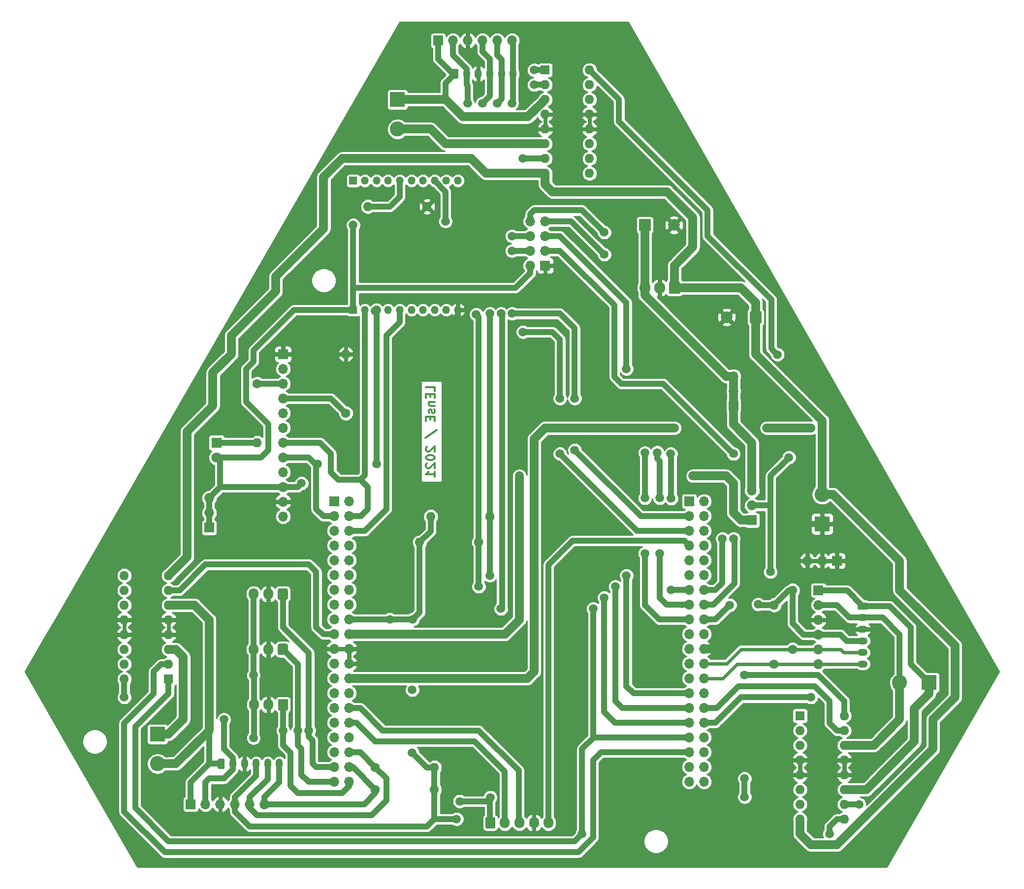
<source format=gbr>
%TF.GenerationSoftware,KiCad,Pcbnew,(5.0.1)-4*%
%TF.CreationDate,2021-09-30T12:25:10+02:00*%
%TF.ProjectId,RobotHolo,526F626F74486F6C6F2E6B696361645F,rev?*%
%TF.SameCoordinates,Original*%
%TF.FileFunction,Copper,L2,Bot,Signal*%
%TF.FilePolarity,Positive*%
%FSLAX46Y46*%
G04 Gerber Fmt 4.6, Leading zero omitted, Abs format (unit mm)*
G04 Created by KiCad (PCBNEW (5.0.1)-4) date 30/09/2021 12:25:10*
%MOMM*%
%LPD*%
G01*
G04 APERTURE LIST*
%TA.AperFunction,NonConductor*%
%ADD10C,0.300000*%
%TD*%
%TA.AperFunction,ComponentPad*%
%ADD11O,1.700000X1.700000*%
%TD*%
%TA.AperFunction,ComponentPad*%
%ADD12R,1.700000X1.700000*%
%TD*%
%TA.AperFunction,ComponentPad*%
%ADD13R,1.350000X1.350000*%
%TD*%
%TA.AperFunction,ComponentPad*%
%ADD14O,1.350000X1.350000*%
%TD*%
%TA.AperFunction,ComponentPad*%
%ADD15C,2.000000*%
%TD*%
%TA.AperFunction,ComponentPad*%
%ADD16R,2.000000X2.000000*%
%TD*%
%TA.AperFunction,ComponentPad*%
%ADD17R,1.800000X1.800000*%
%TD*%
%TA.AperFunction,ComponentPad*%
%ADD18C,1.800000*%
%TD*%
%TA.AperFunction,ComponentPad*%
%ADD19R,2.600000X2.600000*%
%TD*%
%TA.AperFunction,ComponentPad*%
%ADD20C,2.600000*%
%TD*%
%TA.AperFunction,ComponentPad*%
%ADD21C,1.600000*%
%TD*%
%TA.AperFunction,ComponentPad*%
%ADD22O,1.600000X1.600000*%
%TD*%
%TA.AperFunction,ComponentPad*%
%ADD23R,1.600000X1.600000*%
%TD*%
%TA.AperFunction,Conductor*%
%ADD24C,0.100000*%
%TD*%
%TA.AperFunction,ComponentPad*%
%ADD25C,1.700000*%
%TD*%
%TA.AperFunction,ComponentPad*%
%ADD26O,1.700000X1.950000*%
%TD*%
%TA.AperFunction,ComponentPad*%
%ADD27R,1.905000X2.000000*%
%TD*%
%TA.AperFunction,ComponentPad*%
%ADD28O,1.905000X2.000000*%
%TD*%
%TA.AperFunction,ComponentPad*%
%ADD29C,1.200000*%
%TD*%
%TA.AperFunction,ComponentPad*%
%ADD30O,1.200000X1.750000*%
%TD*%
%TA.AperFunction,ComponentPad*%
%ADD31O,1.750000X1.200000*%
%TD*%
%TA.AperFunction,ViaPad*%
%ADD32C,1.500000*%
%TD*%
%TA.AperFunction,Conductor*%
%ADD33C,1.000000*%
%TD*%
%TA.AperFunction,Conductor*%
%ADD34C,1.500000*%
%TD*%
%TA.AperFunction,Conductor*%
%ADD35C,0.600000*%
%TD*%
%TA.AperFunction,Conductor*%
%ADD36C,0.254000*%
%TD*%
G04 APERTURE END LIST*
D10*
X85768571Y-87650714D02*
X85768571Y-86936428D01*
X84268571Y-86936428D01*
X84982857Y-88150714D02*
X84982857Y-88650714D01*
X85768571Y-88865000D02*
X85768571Y-88150714D01*
X84268571Y-88150714D01*
X84268571Y-88865000D01*
X84768571Y-89507857D02*
X85768571Y-89507857D01*
X84911428Y-89507857D02*
X84840000Y-89579285D01*
X84768571Y-89722142D01*
X84768571Y-89936428D01*
X84840000Y-90079285D01*
X84982857Y-90150714D01*
X85768571Y-90150714D01*
X85697142Y-90793571D02*
X85768571Y-90936428D01*
X85768571Y-91222142D01*
X85697142Y-91365000D01*
X85554285Y-91436428D01*
X85482857Y-91436428D01*
X85340000Y-91365000D01*
X85268571Y-91222142D01*
X85268571Y-91007857D01*
X85197142Y-90865000D01*
X85054285Y-90793571D01*
X84982857Y-90793571D01*
X84840000Y-90865000D01*
X84768571Y-91007857D01*
X84768571Y-91222142D01*
X84840000Y-91365000D01*
X84982857Y-92079285D02*
X84982857Y-92579285D01*
X85768571Y-92793571D02*
X85768571Y-92079285D01*
X84268571Y-92079285D01*
X84268571Y-92793571D01*
X84197142Y-95650714D02*
X86125714Y-94365000D01*
X84411428Y-97222142D02*
X84340000Y-97293571D01*
X84268571Y-97436428D01*
X84268571Y-97793571D01*
X84340000Y-97936428D01*
X84411428Y-98007857D01*
X84554285Y-98079285D01*
X84697142Y-98079285D01*
X84911428Y-98007857D01*
X85768571Y-97150714D01*
X85768571Y-98079285D01*
X84268571Y-99007857D02*
X84268571Y-99150714D01*
X84340000Y-99293571D01*
X84411428Y-99365000D01*
X84554285Y-99436428D01*
X84840000Y-99507857D01*
X85197142Y-99507857D01*
X85482857Y-99436428D01*
X85625714Y-99365000D01*
X85697142Y-99293571D01*
X85768571Y-99150714D01*
X85768571Y-99007857D01*
X85697142Y-98865000D01*
X85625714Y-98793571D01*
X85482857Y-98722142D01*
X85197142Y-98650714D01*
X84840000Y-98650714D01*
X84554285Y-98722142D01*
X84411428Y-98793571D01*
X84340000Y-98865000D01*
X84268571Y-99007857D01*
X84411428Y-100079285D02*
X84340000Y-100150714D01*
X84268571Y-100293571D01*
X84268571Y-100650714D01*
X84340000Y-100793571D01*
X84411428Y-100865000D01*
X84554285Y-100936428D01*
X84697142Y-100936428D01*
X84911428Y-100865000D01*
X85768571Y-100007857D01*
X85768571Y-100936428D01*
X85768571Y-102365000D02*
X85768571Y-101507857D01*
X85768571Y-101936428D02*
X84268571Y-101936428D01*
X84482857Y-101793571D01*
X84625714Y-101650714D01*
X84697142Y-101507857D01*
D11*
%TO.P,J10,40*%
%TO.N,VCapt3*%
X71040001Y-154860001D03*
%TO.P,J10,39*%
%TO.N,VCapt2*%
X68500001Y-154860001D03*
%TO.P,J10,38*%
%TO.N,M1_B*%
X71040001Y-152320001D03*
%TO.P,J10,37*%
%TO.N,VCapt1*%
X68500001Y-152320001D03*
%TO.P,J10,36*%
%TO.N,M1_A*%
X71040001Y-149780001D03*
%TO.P,J10,35*%
%TO.N,Net-(J10-Pad35)*%
X68500001Y-149780001D03*
%TO.P,J10,34*%
%TO.N,Net-(J10-Pad34)*%
X71040001Y-147240001D03*
%TO.P,J10,33*%
%TO.N,Net-(J10-Pad33)*%
X68500001Y-147240001D03*
%TO.P,J10,32*%
%TO.N,RX_4*%
X71040001Y-144700001D03*
%TO.P,J10,31*%
%TO.N,Net-(J10-Pad31)*%
X68500001Y-144700001D03*
%TO.P,J10,30*%
%TO.N,TX_4*%
X71040001Y-142160001D03*
%TO.P,J10,29*%
%TO.N,Net-(J10-Pad29)*%
X68500001Y-142160001D03*
%TO.P,J10,28*%
%TO.N,Net-(J10-Pad28)*%
X71040001Y-139620001D03*
%TO.P,J10,27*%
%TO.N,Net-(J10-Pad27)*%
X68500001Y-139620001D03*
%TO.P,J10,26*%
%TO.N,NUC_VIN*%
X71040001Y-137080001D03*
%TO.P,J10,25*%
%TO.N,Net-(J10-Pad25)*%
X68500001Y-137080001D03*
%TO.P,J10,24*%
%TO.N,GND*%
X71040001Y-134540001D03*
%TO.P,J10,23*%
%TO.N,Net-(J10-Pad23)*%
X68500001Y-134540001D03*
%TO.P,J10,22*%
%TO.N,GND*%
X71040001Y-132000001D03*
%TO.P,J10,21*%
X68500001Y-132000001D03*
%TO.P,J10,20*%
%TO.N,5V_NUC*%
X71040001Y-129460001D03*
%TO.P,J10,19*%
%TO.N,Mot1_D2*%
X68500001Y-129460001D03*
%TO.P,J10,18*%
%TO.N,3.3V*%
X71040001Y-126920001D03*
%TO.P,J10,17*%
%TO.N,Net-(J10-Pad17)*%
X68500001Y-126920001D03*
%TO.P,J10,16*%
%TO.N,Net-(J10-Pad16)*%
X71040001Y-124380001D03*
%TO.P,J10,15*%
%TO.N,Net-(J10-Pad15)*%
X68500001Y-124380001D03*
%TO.P,J10,14*%
%TO.N,Net-(J10-Pad14)*%
X71040001Y-121840001D03*
%TO.P,J10,13*%
%TO.N,Net-(J10-Pad13)*%
X68500001Y-121840001D03*
%TO.P,J10,12*%
%TO.N,Net-(J10-Pad12)*%
X71040001Y-119300001D03*
%TO.P,J10,11*%
%TO.N,Net-(J10-Pad11)*%
X68500001Y-119300001D03*
%TO.P,J10,10*%
%TO.N,Net-(J10-Pad10)*%
X71040001Y-116760001D03*
%TO.P,J10,9*%
%TO.N,Net-(J10-Pad9)*%
X68500001Y-116760001D03*
%TO.P,J10,8*%
%TO.N,Net-(J10-Pad8)*%
X71040001Y-114220001D03*
%TO.P,J10,7*%
%TO.N,Net-(J10-Pad7)*%
X68500001Y-114220001D03*
%TO.P,J10,6*%
%TO.N,RESET_N*%
X71040001Y-111680001D03*
%TO.P,J10,5*%
%TO.N,Net-(J10-Pad5)*%
X68500001Y-111680001D03*
%TO.P,J10,4*%
%TO.N,RX*%
X71040001Y-109140001D03*
%TO.P,J10,3*%
%TO.N,TX*%
X68500001Y-109140001D03*
%TO.P,J10,2*%
%TO.N,Net-(J10-Pad2)*%
X71040001Y-106600001D03*
D12*
%TO.P,J10,1*%
%TO.N,Net-(J10-Pad1)*%
X68500001Y-106600001D03*
%TD*%
%TO.P,J14,1*%
%TO.N,Net-(J14-Pad1)*%
X129540000Y-106600001D03*
D11*
%TO.P,J14,2*%
%TO.N,Net-(J14-Pad2)*%
X132080000Y-106600001D03*
%TO.P,J14,3*%
%TO.N,Mot3_D1*%
X129540000Y-109140001D03*
%TO.P,J14,4*%
%TO.N,Net-(J14-Pad4)*%
X132080000Y-109140001D03*
%TO.P,J14,5*%
%TO.N,Mot3_D2*%
X129540000Y-111680001D03*
%TO.P,J14,6*%
%TO.N,Net-(J14-Pad6)*%
X132080000Y-111680001D03*
%TO.P,J14,7*%
%TO.N,Lidar_MOT*%
X129540000Y-114220001D03*
%TO.P,J14,8*%
%TO.N,Net-(J14-Pad8)*%
X132080000Y-114220001D03*
%TO.P,J14,9*%
%TO.N,Net-(J14-Pad9)*%
X129540000Y-116760001D03*
%TO.P,J14,10*%
%TO.N,Net-(J14-Pad10)*%
X132080000Y-116760001D03*
%TO.P,J14,11*%
%TO.N,Net-(J14-Pad11)*%
X129540000Y-119300001D03*
%TO.P,J14,12*%
%TO.N,Net-(J14-Pad12)*%
X132080000Y-119300001D03*
%TO.P,J14,13*%
%TO.N,nRF_SCK*%
X129540000Y-121840001D03*
%TO.P,J14,14*%
%TO.N,nRF_CSN*%
X132080000Y-121840001D03*
%TO.P,J14,15*%
%TO.N,nRF_MISO*%
X129540000Y-124380001D03*
%TO.P,J14,16*%
%TO.N,nRF_CE*%
X132080000Y-124380001D03*
%TO.P,J14,17*%
%TO.N,nRF_MOSI*%
X129540000Y-126920001D03*
%TO.P,J14,18*%
%TO.N,nRF_IRQ*%
X132080000Y-126920001D03*
%TO.P,J14,19*%
%TO.N,Net-(J14-Pad19)*%
X129540000Y-129460001D03*
%TO.P,J14,20*%
%TO.N,Net-(J14-Pad20)*%
X132080000Y-129460001D03*
%TO.P,J14,21*%
%TO.N,Net-(J14-Pad21)*%
X129540000Y-132000001D03*
%TO.P,J14,22*%
%TO.N,GND*%
X132080000Y-132000001D03*
%TO.P,J14,23*%
%TO.N,Net-(J14-Pad23)*%
X129540000Y-134540001D03*
%TO.P,J14,24*%
%TO.N,M2_A*%
X132080000Y-134540001D03*
%TO.P,J14,25*%
%TO.N,Net-(J14-Pad25)*%
X129540000Y-137080001D03*
%TO.P,J14,26*%
%TO.N,M2_B*%
X132080000Y-137080001D03*
%TO.P,J14,27*%
%TO.N,M3_B*%
X129540000Y-139620001D03*
%TO.P,J14,28*%
%TO.N,Net-(J14-Pad28)*%
X132080000Y-139620001D03*
%TO.P,J14,29*%
%TO.N,M3_A*%
X129540000Y-142160001D03*
%TO.P,J14,30*%
%TO.N,Mot2_D1*%
X132080000Y-142160001D03*
%TO.P,J14,31*%
%TO.N,GPIO2_STATUS*%
X129540000Y-144700001D03*
%TO.P,J14,32*%
%TO.N,Mot2_D2*%
X132080000Y-144700001D03*
%TO.P,J14,33*%
%TO.N,EnaPower*%
X129540000Y-147240001D03*
%TO.P,J14,34*%
%TO.N,Net-(J14-Pad34)*%
X132080000Y-147240001D03*
%TO.P,J14,35*%
%TO.N,Mot1_D1*%
X129540000Y-149780001D03*
%TO.P,J14,36*%
%TO.N,Net-(J14-Pad36)*%
X132080000Y-149780001D03*
%TO.P,J14,37*%
%TO.N,Net-(J14-Pad37)*%
X129540000Y-152320001D03*
%TO.P,J14,38*%
%TO.N,Net-(J14-Pad38)*%
X132080000Y-152320001D03*
%TO.P,J14,39*%
%TO.N,Net-(J14-Pad39)*%
X129540000Y-154860001D03*
%TO.P,J14,40*%
%TO.N,Net-(J14-Pad40)*%
X132080000Y-154860001D03*
%TD*%
D13*
%TO.P,J9,1*%
%TO.N,3.3V*%
X71755000Y-73660000D03*
D14*
%TO.P,J9,2*%
%TO.N,RX*%
X73755000Y-73660000D03*
%TO.P,J9,3*%
%TO.N,TX*%
X75755000Y-73660000D03*
%TO.P,J9,4*%
%TO.N,Net-(J9-Pad4)*%
X77755000Y-73660000D03*
%TO.P,J9,5*%
%TO.N,RESET_N*%
X79755000Y-73660000D03*
%TO.P,J9,6*%
%TO.N,Net-(J9-Pad6)*%
X81755000Y-73660000D03*
%TO.P,J9,7*%
%TO.N,Net-(J9-Pad7)*%
X83755000Y-73660000D03*
%TO.P,J9,8*%
%TO.N,Net-(J9-Pad8)*%
X85755000Y-73660000D03*
%TO.P,J9,9*%
%TO.N,Net-(J9-Pad9)*%
X87755000Y-73660000D03*
%TO.P,J9,10*%
%TO.N,GND*%
X89755000Y-73660000D03*
%TD*%
%TO.P,J11,10*%
%TO.N,Net-(J11-Pad10)*%
X89755000Y-51435000D03*
%TO.P,J11,9*%
%TO.N,Net-(J11-Pad9)*%
X87755000Y-51435000D03*
%TO.P,J11,8*%
%TO.N,GPIO2_STATUS*%
X85755000Y-51435000D03*
%TO.P,J11,7*%
%TO.N,Net-(J11-Pad7)*%
X83755000Y-51435000D03*
%TO.P,J11,6*%
%TO.N,Net-(J11-Pad6)*%
X81755000Y-51435000D03*
%TO.P,J11,5*%
%TO.N,Net-(J11-Pad5)*%
X79755000Y-51435000D03*
%TO.P,J11,4*%
%TO.N,Net-(J11-Pad4)*%
X77755000Y-51435000D03*
%TO.P,J11,3*%
%TO.N,Net-(J11-Pad3)*%
X75755000Y-51435000D03*
%TO.P,J11,2*%
%TO.N,Net-(J11-Pad2)*%
X73755000Y-51435000D03*
D13*
%TO.P,J11,1*%
%TO.N,Net-(J11-Pad1)*%
X71755000Y-51435000D03*
%TD*%
D15*
%TO.P,C1,2*%
%TO.N,GND*%
X135970000Y-74930000D03*
D16*
%TO.P,C1,1*%
%TO.N,VIN*%
X140970000Y-74930000D03*
%TD*%
%TO.P,C4,1*%
%TO.N,5V_REG*%
X121920000Y-59055000D03*
D15*
%TO.P,C4,2*%
%TO.N,GND*%
X126920000Y-59055000D03*
%TD*%
D17*
%TO.P,D1,1*%
%TO.N,Net-(D1-Pad1)*%
X48260000Y-96520000D03*
D18*
%TO.P,D1,2*%
%TO.N,3.3V*%
X48260000Y-99060000D03*
%TD*%
D12*
%TO.P,J4,1*%
%TO.N,GND*%
X59690000Y-81280000D03*
D11*
%TO.P,J4,2*%
%TO.N,Net-(J4-Pad2)*%
X59690000Y-83820000D03*
%TO.P,J4,3*%
%TO.N,Net-(J4-Pad3)*%
X59690000Y-86360000D03*
%TO.P,J4,4*%
%TO.N,Net-(J4-Pad4)*%
X59690000Y-88900000D03*
%TO.P,J4,5*%
%TO.N,Net-(J4-Pad5)*%
X59690000Y-91440000D03*
%TO.P,J4,6*%
%TO.N,Net-(J4-Pad6)*%
X59690000Y-93980000D03*
%TO.P,J4,7*%
%TO.N,RX*%
X59690000Y-96520000D03*
%TO.P,J4,8*%
%TO.N,TX*%
X59690000Y-99060000D03*
%TO.P,J4,9*%
%TO.N,Net-(J4-Pad9)*%
X59690000Y-101600000D03*
%TO.P,J4,10*%
%TO.N,3.3V*%
X59690000Y-104140000D03*
%TO.P,J4,11*%
%TO.N,GND*%
X59690000Y-106680000D03*
%TO.P,J4,12*%
%TO.N,Net-(J4-Pad12)*%
X59690000Y-109220000D03*
%TD*%
D19*
%TO.P,J5,1*%
%TO.N,M1_1*%
X38100000Y-146685000D03*
D20*
%TO.P,J5,2*%
%TO.N,M1_2*%
X38100000Y-151765000D03*
%TD*%
D19*
%TO.P,J6,1*%
%TO.N,M3_2*%
X79375000Y-37465000D03*
D20*
%TO.P,J6,2*%
%TO.N,M3_1*%
X79375000Y-42545000D03*
%TD*%
D11*
%TO.P,J7,3*%
%TO.N,5V_REG*%
X140335000Y-104775000D03*
%TO.P,J7,2*%
%TO.N,5V*%
X140335000Y-107315000D03*
D12*
%TO.P,J7,1*%
%TO.N,5V_NUC*%
X140335000Y-109855000D03*
%TD*%
D20*
%TO.P,J8,2*%
%TO.N,M2_1*%
X165735000Y-137795000D03*
D19*
%TO.P,J8,1*%
%TO.N,M2_2*%
X170815000Y-137795000D03*
%TD*%
D20*
%TO.P,J12,2*%
%TO.N,VIN*%
X152400000Y-105410000D03*
D19*
%TO.P,J12,1*%
%TO.N,GND*%
X152400000Y-110490000D03*
%TD*%
D12*
%TO.P,J18,1*%
%TO.N,GND*%
X154940000Y-116840000D03*
D11*
%TO.P,J18,2*%
X152400000Y-116840000D03*
%TO.P,J18,3*%
X149860000Y-116840000D03*
%TD*%
D13*
%TO.P,J19,1*%
%TO.N,VIN*%
X152495000Y-93980000D03*
D14*
%TO.P,J19,2*%
%TO.N,NUC_VIN*%
X150495000Y-93980000D03*
%TD*%
D12*
%TO.P,J20,1*%
%TO.N,5V_REG*%
X137160000Y-90170000D03*
D11*
%TO.P,J20,2*%
X137160000Y-87630000D03*
%TO.P,J20,3*%
X137160000Y-85090000D03*
%TD*%
%TO.P,J21,3*%
%TO.N,3.3V*%
X46990000Y-106045000D03*
%TO.P,J21,2*%
X46990000Y-108585000D03*
D12*
%TO.P,J21,1*%
X46990000Y-111125000D03*
%TD*%
D21*
%TO.P,R1,1*%
%TO.N,Net-(J4-Pad3)*%
X55245000Y-86360000D03*
D22*
%TO.P,R1,2*%
%TO.N,Net-(D1-Pad1)*%
X55245000Y-96520000D03*
%TD*%
%TO.P,R2,2*%
%TO.N,GND*%
X70485000Y-81280000D03*
D21*
%TO.P,R2,1*%
%TO.N,Net-(J4-Pad4)*%
X70485000Y-91440000D03*
%TD*%
D23*
%TO.P,U2,1*%
%TO.N,EnaPower*%
X40005000Y-137160000D03*
D22*
%TO.P,U2,9*%
%TO.N,Net-(U2-Pad9)*%
X32385000Y-119380000D03*
%TO.P,U2,2*%
%TO.N,Mot1_D1*%
X40005000Y-134620000D03*
%TO.P,U2,10*%
%TO.N,Net-(U2-Pad10)*%
X32385000Y-121920000D03*
%TO.P,U2,3*%
%TO.N,M1_1*%
X40005000Y-132080000D03*
%TO.P,U2,11*%
%TO.N,Net-(U2-Pad11)*%
X32385000Y-124460000D03*
%TO.P,U2,4*%
%TO.N,GND*%
X40005000Y-129540000D03*
%TO.P,U2,12*%
X32385000Y-127000000D03*
%TO.P,U2,5*%
X40005000Y-127000000D03*
%TO.P,U2,13*%
X32385000Y-129540000D03*
%TO.P,U2,6*%
%TO.N,M1_2*%
X40005000Y-124460000D03*
%TO.P,U2,14*%
%TO.N,Net-(U2-Pad14)*%
X32385000Y-132080000D03*
%TO.P,U2,7*%
%TO.N,Mot1_D2*%
X40005000Y-121920000D03*
%TO.P,U2,15*%
%TO.N,Net-(U2-Pad15)*%
X32385000Y-134620000D03*
%TO.P,U2,8*%
%TO.N,VIN*%
X40005000Y-119380000D03*
%TO.P,U2,16*%
%TO.N,5V*%
X32385000Y-137160000D03*
%TD*%
D23*
%TO.P,U3,1*%
%TO.N,Net-(U3-Pad1)*%
X148590000Y-143510000D03*
D22*
%TO.P,U3,9*%
%TO.N,EnaPower*%
X156210000Y-161290000D03*
%TO.P,U3,2*%
%TO.N,Net-(U3-Pad2)*%
X148590000Y-146050000D03*
%TO.P,U3,10*%
%TO.N,Mot2_D2*%
X156210000Y-158750000D03*
%TO.P,U3,3*%
%TO.N,Net-(U3-Pad3)*%
X148590000Y-148590000D03*
%TO.P,U3,11*%
%TO.N,M2_2*%
X156210000Y-156210000D03*
%TO.P,U3,4*%
%TO.N,GND*%
X148590000Y-151130000D03*
%TO.P,U3,12*%
X156210000Y-153670000D03*
%TO.P,U3,5*%
X148590000Y-153670000D03*
%TO.P,U3,13*%
X156210000Y-151130000D03*
%TO.P,U3,6*%
%TO.N,Net-(U3-Pad6)*%
X148590000Y-156210000D03*
%TO.P,U3,14*%
%TO.N,M2_1*%
X156210000Y-148590000D03*
%TO.P,U3,7*%
%TO.N,Net-(U3-Pad7)*%
X148590000Y-158750000D03*
%TO.P,U3,15*%
%TO.N,Mot2_D1*%
X156210000Y-146050000D03*
%TO.P,U3,8*%
%TO.N,VIN*%
X148590000Y-161290000D03*
%TO.P,U3,16*%
%TO.N,5V*%
X156210000Y-143510000D03*
%TD*%
%TO.P,U4,16*%
%TO.N,5V*%
X112395000Y-32385000D03*
%TO.P,U4,8*%
%TO.N,VIN*%
X104775000Y-50165000D03*
%TO.P,U4,15*%
%TO.N,Net-(U4-Pad15)*%
X112395000Y-34925000D03*
%TO.P,U4,7*%
%TO.N,Mot3_D2*%
X104775000Y-47625000D03*
%TO.P,U4,14*%
%TO.N,Net-(U4-Pad14)*%
X112395000Y-37465000D03*
%TO.P,U4,6*%
%TO.N,M3_1*%
X104775000Y-45085000D03*
%TO.P,U4,13*%
%TO.N,GND*%
X112395000Y-40005000D03*
%TO.P,U4,5*%
X104775000Y-42545000D03*
%TO.P,U4,12*%
X112395000Y-42545000D03*
%TO.P,U4,4*%
X104775000Y-40005000D03*
%TO.P,U4,11*%
%TO.N,Net-(U4-Pad11)*%
X112395000Y-45085000D03*
%TO.P,U4,3*%
%TO.N,M3_2*%
X104775000Y-37465000D03*
%TO.P,U4,10*%
%TO.N,Net-(U4-Pad10)*%
X112395000Y-47625000D03*
%TO.P,U4,2*%
%TO.N,Mot3_D1*%
X104775000Y-34925000D03*
%TO.P,U4,9*%
%TO.N,Net-(U4-Pad9)*%
X112395000Y-50165000D03*
D23*
%TO.P,U4,1*%
%TO.N,EnaPower*%
X104775000Y-32385000D03*
%TD*%
D24*
%TO.N,VCapt1*%
%TO.C,J1*%
G36*
X60274504Y-121581204D02*
X60298773Y-121584804D01*
X60322571Y-121590765D01*
X60345671Y-121599030D01*
X60367849Y-121609520D01*
X60388893Y-121622133D01*
X60408598Y-121636747D01*
X60426777Y-121653223D01*
X60443253Y-121671402D01*
X60457867Y-121691107D01*
X60470480Y-121712151D01*
X60480970Y-121734329D01*
X60489235Y-121757429D01*
X60495196Y-121781227D01*
X60498796Y-121805496D01*
X60500000Y-121830000D01*
X60500000Y-123280000D01*
X60498796Y-123304504D01*
X60495196Y-123328773D01*
X60489235Y-123352571D01*
X60480970Y-123375671D01*
X60470480Y-123397849D01*
X60457867Y-123418893D01*
X60443253Y-123438598D01*
X60426777Y-123456777D01*
X60408598Y-123473253D01*
X60388893Y-123487867D01*
X60367849Y-123500480D01*
X60345671Y-123510970D01*
X60322571Y-123519235D01*
X60298773Y-123525196D01*
X60274504Y-123528796D01*
X60250000Y-123530000D01*
X59050000Y-123530000D01*
X59025496Y-123528796D01*
X59001227Y-123525196D01*
X58977429Y-123519235D01*
X58954329Y-123510970D01*
X58932151Y-123500480D01*
X58911107Y-123487867D01*
X58891402Y-123473253D01*
X58873223Y-123456777D01*
X58856747Y-123438598D01*
X58842133Y-123418893D01*
X58829520Y-123397849D01*
X58819030Y-123375671D01*
X58810765Y-123352571D01*
X58804804Y-123328773D01*
X58801204Y-123304504D01*
X58800000Y-123280000D01*
X58800000Y-121830000D01*
X58801204Y-121805496D01*
X58804804Y-121781227D01*
X58810765Y-121757429D01*
X58819030Y-121734329D01*
X58829520Y-121712151D01*
X58842133Y-121691107D01*
X58856747Y-121671402D01*
X58873223Y-121653223D01*
X58891402Y-121636747D01*
X58911107Y-121622133D01*
X58932151Y-121609520D01*
X58954329Y-121599030D01*
X58977429Y-121590765D01*
X59001227Y-121584804D01*
X59025496Y-121581204D01*
X59050000Y-121580000D01*
X60250000Y-121580000D01*
X60274504Y-121581204D01*
X60274504Y-121581204D01*
G37*
D25*
%TD*%
%TO.P,J1,1*%
%TO.N,VCapt1*%
X59650000Y-122555000D03*
D26*
%TO.P,J1,2*%
%TO.N,GND*%
X57150000Y-122555000D03*
%TO.P,J1,3*%
%TO.N,5V*%
X54650000Y-122555000D03*
%TD*%
D24*
%TO.N,VCapt2*%
%TO.C,J2*%
G36*
X60274504Y-131106204D02*
X60298773Y-131109804D01*
X60322571Y-131115765D01*
X60345671Y-131124030D01*
X60367849Y-131134520D01*
X60388893Y-131147133D01*
X60408598Y-131161747D01*
X60426777Y-131178223D01*
X60443253Y-131196402D01*
X60457867Y-131216107D01*
X60470480Y-131237151D01*
X60480970Y-131259329D01*
X60489235Y-131282429D01*
X60495196Y-131306227D01*
X60498796Y-131330496D01*
X60500000Y-131355000D01*
X60500000Y-132805000D01*
X60498796Y-132829504D01*
X60495196Y-132853773D01*
X60489235Y-132877571D01*
X60480970Y-132900671D01*
X60470480Y-132922849D01*
X60457867Y-132943893D01*
X60443253Y-132963598D01*
X60426777Y-132981777D01*
X60408598Y-132998253D01*
X60388893Y-133012867D01*
X60367849Y-133025480D01*
X60345671Y-133035970D01*
X60322571Y-133044235D01*
X60298773Y-133050196D01*
X60274504Y-133053796D01*
X60250000Y-133055000D01*
X59050000Y-133055000D01*
X59025496Y-133053796D01*
X59001227Y-133050196D01*
X58977429Y-133044235D01*
X58954329Y-133035970D01*
X58932151Y-133025480D01*
X58911107Y-133012867D01*
X58891402Y-132998253D01*
X58873223Y-132981777D01*
X58856747Y-132963598D01*
X58842133Y-132943893D01*
X58829520Y-132922849D01*
X58819030Y-132900671D01*
X58810765Y-132877571D01*
X58804804Y-132853773D01*
X58801204Y-132829504D01*
X58800000Y-132805000D01*
X58800000Y-131355000D01*
X58801204Y-131330496D01*
X58804804Y-131306227D01*
X58810765Y-131282429D01*
X58819030Y-131259329D01*
X58829520Y-131237151D01*
X58842133Y-131216107D01*
X58856747Y-131196402D01*
X58873223Y-131178223D01*
X58891402Y-131161747D01*
X58911107Y-131147133D01*
X58932151Y-131134520D01*
X58954329Y-131124030D01*
X58977429Y-131115765D01*
X59001227Y-131109804D01*
X59025496Y-131106204D01*
X59050000Y-131105000D01*
X60250000Y-131105000D01*
X60274504Y-131106204D01*
X60274504Y-131106204D01*
G37*
D25*
%TD*%
%TO.P,J2,1*%
%TO.N,VCapt2*%
X59650000Y-132080000D03*
D26*
%TO.P,J2,2*%
%TO.N,GND*%
X57150000Y-132080000D03*
%TO.P,J2,3*%
%TO.N,5V*%
X54650000Y-132080000D03*
%TD*%
%TO.P,J3,3*%
%TO.N,5V*%
X54690000Y-141605000D03*
%TO.P,J3,2*%
%TO.N,GND*%
X57190000Y-141605000D03*
D24*
%TD*%
%TO.N,VCapt3*%
%TO.C,J3*%
G36*
X60314504Y-140631204D02*
X60338773Y-140634804D01*
X60362571Y-140640765D01*
X60385671Y-140649030D01*
X60407849Y-140659520D01*
X60428893Y-140672133D01*
X60448598Y-140686747D01*
X60466777Y-140703223D01*
X60483253Y-140721402D01*
X60497867Y-140741107D01*
X60510480Y-140762151D01*
X60520970Y-140784329D01*
X60529235Y-140807429D01*
X60535196Y-140831227D01*
X60538796Y-140855496D01*
X60540000Y-140880000D01*
X60540000Y-142330000D01*
X60538796Y-142354504D01*
X60535196Y-142378773D01*
X60529235Y-142402571D01*
X60520970Y-142425671D01*
X60510480Y-142447849D01*
X60497867Y-142468893D01*
X60483253Y-142488598D01*
X60466777Y-142506777D01*
X60448598Y-142523253D01*
X60428893Y-142537867D01*
X60407849Y-142550480D01*
X60385671Y-142560970D01*
X60362571Y-142569235D01*
X60338773Y-142575196D01*
X60314504Y-142578796D01*
X60290000Y-142580000D01*
X59090000Y-142580000D01*
X59065496Y-142578796D01*
X59041227Y-142575196D01*
X59017429Y-142569235D01*
X58994329Y-142560970D01*
X58972151Y-142550480D01*
X58951107Y-142537867D01*
X58931402Y-142523253D01*
X58913223Y-142506777D01*
X58896747Y-142488598D01*
X58882133Y-142468893D01*
X58869520Y-142447849D01*
X58859030Y-142425671D01*
X58850765Y-142402571D01*
X58844804Y-142378773D01*
X58841204Y-142354504D01*
X58840000Y-142330000D01*
X58840000Y-140880000D01*
X58841204Y-140855496D01*
X58844804Y-140831227D01*
X58850765Y-140807429D01*
X58859030Y-140784329D01*
X58869520Y-140762151D01*
X58882133Y-140741107D01*
X58896747Y-140721402D01*
X58913223Y-140703223D01*
X58931402Y-140686747D01*
X58951107Y-140672133D01*
X58972151Y-140659520D01*
X58994329Y-140649030D01*
X59017429Y-140640765D01*
X59041227Y-140634804D01*
X59065496Y-140631204D01*
X59090000Y-140630000D01*
X60290000Y-140630000D01*
X60314504Y-140631204D01*
X60314504Y-140631204D01*
G37*
D25*
%TO.P,J3,1*%
%TO.N,VCapt3*%
X59690000Y-141605000D03*
%TD*%
D24*
%TO.N,5V*%
%TO.C,J17*%
G36*
X95954504Y-160951204D02*
X95978773Y-160954804D01*
X96002571Y-160960765D01*
X96025671Y-160969030D01*
X96047849Y-160979520D01*
X96068893Y-160992133D01*
X96088598Y-161006747D01*
X96106777Y-161023223D01*
X96123253Y-161041402D01*
X96137867Y-161061107D01*
X96150480Y-161082151D01*
X96160970Y-161104329D01*
X96169235Y-161127429D01*
X96175196Y-161151227D01*
X96178796Y-161175496D01*
X96180000Y-161200000D01*
X96180000Y-162650000D01*
X96178796Y-162674504D01*
X96175196Y-162698773D01*
X96169235Y-162722571D01*
X96160970Y-162745671D01*
X96150480Y-162767849D01*
X96137867Y-162788893D01*
X96123253Y-162808598D01*
X96106777Y-162826777D01*
X96088598Y-162843253D01*
X96068893Y-162857867D01*
X96047849Y-162870480D01*
X96025671Y-162880970D01*
X96002571Y-162889235D01*
X95978773Y-162895196D01*
X95954504Y-162898796D01*
X95930000Y-162900000D01*
X94730000Y-162900000D01*
X94705496Y-162898796D01*
X94681227Y-162895196D01*
X94657429Y-162889235D01*
X94634329Y-162880970D01*
X94612151Y-162870480D01*
X94591107Y-162857867D01*
X94571402Y-162843253D01*
X94553223Y-162826777D01*
X94536747Y-162808598D01*
X94522133Y-162788893D01*
X94509520Y-162767849D01*
X94499030Y-162745671D01*
X94490765Y-162722571D01*
X94484804Y-162698773D01*
X94481204Y-162674504D01*
X94480000Y-162650000D01*
X94480000Y-161200000D01*
X94481204Y-161175496D01*
X94484804Y-161151227D01*
X94490765Y-161127429D01*
X94499030Y-161104329D01*
X94509520Y-161082151D01*
X94522133Y-161061107D01*
X94536747Y-161041402D01*
X94553223Y-161023223D01*
X94571402Y-161006747D01*
X94591107Y-160992133D01*
X94612151Y-160979520D01*
X94634329Y-160969030D01*
X94657429Y-160960765D01*
X94681227Y-160954804D01*
X94705496Y-160951204D01*
X94730000Y-160950000D01*
X95930000Y-160950000D01*
X95954504Y-160951204D01*
X95954504Y-160951204D01*
G37*
D25*
%TD*%
%TO.P,J17,1*%
%TO.N,5V*%
X95330000Y-161925000D03*
D26*
%TO.P,J17,2*%
%TO.N,RX_4*%
X97830000Y-161925000D03*
%TO.P,J17,3*%
%TO.N,TX_4*%
X100330000Y-161925000D03*
%TO.P,J17,4*%
%TO.N,GND*%
X102830000Y-161925000D03*
%TO.P,J17,5*%
%TO.N,Lidar_MOT*%
X105330000Y-161925000D03*
%TD*%
D21*
%TO.P,R3,1*%
%TO.N,GND*%
X84455000Y-55880000D03*
D22*
%TO.P,R3,2*%
%TO.N,Net-(J11-Pad5)*%
X74295000Y-55880000D03*
%TD*%
D12*
%TO.P,J13,1*%
%TO.N,M1_2*%
X43815000Y-158750000D03*
D11*
%TO.P,J13,2*%
%TO.N,M1_1*%
X46355000Y-158750000D03*
%TO.P,J13,3*%
%TO.N,GND*%
X48895000Y-158750000D03*
%TO.P,J13,4*%
%TO.N,3.3V*%
X51435000Y-158750000D03*
%TO.P,J13,5*%
%TO.N,M1_A*%
X53975000Y-158750000D03*
%TO.P,J13,6*%
%TO.N,M1_B*%
X56515000Y-158750000D03*
%TD*%
%TO.P,J15,6*%
%TO.N,M3_B*%
X99060000Y-27305000D03*
%TO.P,J15,5*%
%TO.N,M3_A*%
X96520000Y-27305000D03*
%TO.P,J15,4*%
%TO.N,3.3V*%
X93980000Y-27305000D03*
%TO.P,J15,3*%
%TO.N,GND*%
X91440000Y-27305000D03*
%TO.P,J15,2*%
%TO.N,M3_1*%
X88900000Y-27305000D03*
D12*
%TO.P,J15,1*%
%TO.N,M3_2*%
X86360000Y-27305000D03*
%TD*%
%TO.P,J16,1*%
%TO.N,M2_2*%
X151765000Y-121920000D03*
D11*
%TO.P,J16,2*%
%TO.N,M2_1*%
X151765000Y-124460000D03*
%TO.P,J16,3*%
%TO.N,GND*%
X151765000Y-127000000D03*
%TO.P,J16,4*%
%TO.N,3.3V*%
X151765000Y-129540000D03*
%TO.P,J16,5*%
%TO.N,M2_A*%
X151765000Y-132080000D03*
%TO.P,J16,6*%
%TO.N,M2_B*%
X151765000Y-134620000D03*
%TD*%
D21*
%TO.P,R4,1*%
%TO.N,M1_A*%
X75565000Y-152400000D03*
D22*
%TO.P,R4,2*%
%TO.N,3.3V*%
X85725000Y-152400000D03*
%TD*%
%TO.P,R5,2*%
%TO.N,3.3V*%
X85725000Y-156210000D03*
D21*
%TO.P,R5,1*%
%TO.N,M1_B*%
X75565000Y-156210000D03*
%TD*%
D27*
%TO.P,U1,1*%
%TO.N,VIN*%
X127000000Y-69850000D03*
D28*
%TO.P,U1,2*%
%TO.N,GND*%
X124460000Y-69850000D03*
%TO.P,U1,3*%
%TO.N,5V_REG*%
X121920000Y-69850000D03*
%TD*%
D21*
%TO.P,R6,1*%
%TO.N,M2_A*%
X147320000Y-132080000D03*
D22*
%TO.P,R6,2*%
%TO.N,3.3V*%
X147320000Y-121920000D03*
%TD*%
%TO.P,R7,2*%
%TO.N,3.3V*%
X144145000Y-124460000D03*
D21*
%TO.P,R7,1*%
%TO.N,M2_B*%
X144145000Y-134620000D03*
%TD*%
%TO.P,R8,1*%
%TO.N,M3_A*%
X93345000Y-113665000D03*
D22*
%TO.P,R8,2*%
%TO.N,3.3V*%
X83185000Y-113665000D03*
%TD*%
%TO.P,R9,2*%
%TO.N,3.3V*%
X85090000Y-109220000D03*
D21*
%TO.P,R9,1*%
%TO.N,M3_B*%
X95250000Y-109220000D03*
%TD*%
D12*
%TO.P,J22,1*%
%TO.N,GND*%
X104775000Y-66040000D03*
D11*
%TO.P,J22,2*%
%TO.N,3.3V*%
X102235000Y-66040000D03*
%TO.P,J22,3*%
%TO.N,nRF_CE*%
X104775000Y-63500000D03*
%TO.P,J22,4*%
%TO.N,nRF_CSN*%
X102235000Y-63500000D03*
%TO.P,J22,5*%
%TO.N,nRF_SCK*%
X104775000Y-60960000D03*
%TO.P,J22,6*%
%TO.N,nRF_MOSI*%
X102235000Y-60960000D03*
%TO.P,J22,7*%
%TO.N,nRF_MISO*%
X104775000Y-58420000D03*
%TO.P,J22,8*%
%TO.N,nRF_IRQ*%
X102235000Y-58420000D03*
%TD*%
D24*
%TO.N,M1_2*%
%TO.C,J23*%
G36*
X49429505Y-150891204D02*
X49453773Y-150894804D01*
X49477572Y-150900765D01*
X49500671Y-150909030D01*
X49522850Y-150919520D01*
X49543893Y-150932132D01*
X49563599Y-150946747D01*
X49581777Y-150963223D01*
X49598253Y-150981401D01*
X49612868Y-151001107D01*
X49625480Y-151022150D01*
X49635970Y-151044329D01*
X49644235Y-151067428D01*
X49650196Y-151091227D01*
X49653796Y-151115495D01*
X49655000Y-151139999D01*
X49655000Y-152390001D01*
X49653796Y-152414505D01*
X49650196Y-152438773D01*
X49644235Y-152462572D01*
X49635970Y-152485671D01*
X49625480Y-152507850D01*
X49612868Y-152528893D01*
X49598253Y-152548599D01*
X49581777Y-152566777D01*
X49563599Y-152583253D01*
X49543893Y-152597868D01*
X49522850Y-152610480D01*
X49500671Y-152620970D01*
X49477572Y-152629235D01*
X49453773Y-152635196D01*
X49429505Y-152638796D01*
X49405001Y-152640000D01*
X48704999Y-152640000D01*
X48680495Y-152638796D01*
X48656227Y-152635196D01*
X48632428Y-152629235D01*
X48609329Y-152620970D01*
X48587150Y-152610480D01*
X48566107Y-152597868D01*
X48546401Y-152583253D01*
X48528223Y-152566777D01*
X48511747Y-152548599D01*
X48497132Y-152528893D01*
X48484520Y-152507850D01*
X48474030Y-152485671D01*
X48465765Y-152462572D01*
X48459804Y-152438773D01*
X48456204Y-152414505D01*
X48455000Y-152390001D01*
X48455000Y-151139999D01*
X48456204Y-151115495D01*
X48459804Y-151091227D01*
X48465765Y-151067428D01*
X48474030Y-151044329D01*
X48484520Y-151022150D01*
X48497132Y-151001107D01*
X48511747Y-150981401D01*
X48528223Y-150963223D01*
X48546401Y-150946747D01*
X48566107Y-150932132D01*
X48587150Y-150919520D01*
X48609329Y-150909030D01*
X48632428Y-150900765D01*
X48656227Y-150894804D01*
X48680495Y-150891204D01*
X48704999Y-150890000D01*
X49405001Y-150890000D01*
X49429505Y-150891204D01*
X49429505Y-150891204D01*
G37*
D29*
%TD*%
%TO.P,J23,1*%
%TO.N,M1_2*%
X49055000Y-151765000D03*
D30*
%TO.P,J23,2*%
%TO.N,M1_1*%
X51055000Y-151765000D03*
%TO.P,J23,3*%
%TO.N,GND*%
X53055000Y-151765000D03*
%TO.P,J23,4*%
%TO.N,3.3V*%
X55055000Y-151765000D03*
%TO.P,J23,5*%
%TO.N,M1_A*%
X57055000Y-151765000D03*
%TO.P,J23,6*%
%TO.N,M1_B*%
X59055000Y-151765000D03*
%TD*%
%TO.P,J24,6*%
%TO.N,M3_B*%
X99250000Y-33020000D03*
%TO.P,J24,5*%
%TO.N,M3_A*%
X97250000Y-33020000D03*
%TO.P,J24,4*%
%TO.N,3.3V*%
X95250000Y-33020000D03*
%TO.P,J24,3*%
%TO.N,GND*%
X93250000Y-33020000D03*
%TO.P,J24,2*%
%TO.N,M3_1*%
X91250000Y-33020000D03*
D24*
%TD*%
%TO.N,M3_2*%
%TO.C,J24*%
G36*
X89624505Y-32146204D02*
X89648773Y-32149804D01*
X89672572Y-32155765D01*
X89695671Y-32164030D01*
X89717850Y-32174520D01*
X89738893Y-32187132D01*
X89758599Y-32201747D01*
X89776777Y-32218223D01*
X89793253Y-32236401D01*
X89807868Y-32256107D01*
X89820480Y-32277150D01*
X89830970Y-32299329D01*
X89839235Y-32322428D01*
X89845196Y-32346227D01*
X89848796Y-32370495D01*
X89850000Y-32394999D01*
X89850000Y-33645001D01*
X89848796Y-33669505D01*
X89845196Y-33693773D01*
X89839235Y-33717572D01*
X89830970Y-33740671D01*
X89820480Y-33762850D01*
X89807868Y-33783893D01*
X89793253Y-33803599D01*
X89776777Y-33821777D01*
X89758599Y-33838253D01*
X89738893Y-33852868D01*
X89717850Y-33865480D01*
X89695671Y-33875970D01*
X89672572Y-33884235D01*
X89648773Y-33890196D01*
X89624505Y-33893796D01*
X89600001Y-33895000D01*
X88899999Y-33895000D01*
X88875495Y-33893796D01*
X88851227Y-33890196D01*
X88827428Y-33884235D01*
X88804329Y-33875970D01*
X88782150Y-33865480D01*
X88761107Y-33852868D01*
X88741401Y-33838253D01*
X88723223Y-33821777D01*
X88706747Y-33803599D01*
X88692132Y-33783893D01*
X88679520Y-33762850D01*
X88669030Y-33740671D01*
X88660765Y-33717572D01*
X88654804Y-33693773D01*
X88651204Y-33669505D01*
X88650000Y-33645001D01*
X88650000Y-32394999D01*
X88651204Y-32370495D01*
X88654804Y-32346227D01*
X88660765Y-32322428D01*
X88669030Y-32299329D01*
X88679520Y-32277150D01*
X88692132Y-32256107D01*
X88706747Y-32236401D01*
X88723223Y-32218223D01*
X88741401Y-32201747D01*
X88761107Y-32187132D01*
X88782150Y-32174520D01*
X88804329Y-32164030D01*
X88827428Y-32155765D01*
X88851227Y-32149804D01*
X88875495Y-32146204D01*
X88899999Y-32145000D01*
X89600001Y-32145000D01*
X89624505Y-32146204D01*
X89624505Y-32146204D01*
G37*
D29*
%TO.P,J24,1*%
%TO.N,M3_2*%
X89250000Y-33020000D03*
%TD*%
D24*
%TO.N,M2_2*%
%TO.C,J25*%
G36*
X160034505Y-124021204D02*
X160058773Y-124024804D01*
X160082572Y-124030765D01*
X160105671Y-124039030D01*
X160127850Y-124049520D01*
X160148893Y-124062132D01*
X160168599Y-124076747D01*
X160186777Y-124093223D01*
X160203253Y-124111401D01*
X160217868Y-124131107D01*
X160230480Y-124152150D01*
X160240970Y-124174329D01*
X160249235Y-124197428D01*
X160255196Y-124221227D01*
X160258796Y-124245495D01*
X160260000Y-124269999D01*
X160260000Y-124970001D01*
X160258796Y-124994505D01*
X160255196Y-125018773D01*
X160249235Y-125042572D01*
X160240970Y-125065671D01*
X160230480Y-125087850D01*
X160217868Y-125108893D01*
X160203253Y-125128599D01*
X160186777Y-125146777D01*
X160168599Y-125163253D01*
X160148893Y-125177868D01*
X160127850Y-125190480D01*
X160105671Y-125200970D01*
X160082572Y-125209235D01*
X160058773Y-125215196D01*
X160034505Y-125218796D01*
X160010001Y-125220000D01*
X158759999Y-125220000D01*
X158735495Y-125218796D01*
X158711227Y-125215196D01*
X158687428Y-125209235D01*
X158664329Y-125200970D01*
X158642150Y-125190480D01*
X158621107Y-125177868D01*
X158601401Y-125163253D01*
X158583223Y-125146777D01*
X158566747Y-125128599D01*
X158552132Y-125108893D01*
X158539520Y-125087850D01*
X158529030Y-125065671D01*
X158520765Y-125042572D01*
X158514804Y-125018773D01*
X158511204Y-124994505D01*
X158510000Y-124970001D01*
X158510000Y-124269999D01*
X158511204Y-124245495D01*
X158514804Y-124221227D01*
X158520765Y-124197428D01*
X158529030Y-124174329D01*
X158539520Y-124152150D01*
X158552132Y-124131107D01*
X158566747Y-124111401D01*
X158583223Y-124093223D01*
X158601401Y-124076747D01*
X158621107Y-124062132D01*
X158642150Y-124049520D01*
X158664329Y-124039030D01*
X158687428Y-124030765D01*
X158711227Y-124024804D01*
X158735495Y-124021204D01*
X158759999Y-124020000D01*
X160010001Y-124020000D01*
X160034505Y-124021204D01*
X160034505Y-124021204D01*
G37*
D29*
%TD*%
%TO.P,J25,1*%
%TO.N,M2_2*%
X159385000Y-124620000D03*
D31*
%TO.P,J25,2*%
%TO.N,M2_1*%
X159385000Y-126620000D03*
%TO.P,J25,3*%
%TO.N,GND*%
X159385000Y-128620000D03*
%TO.P,J25,4*%
%TO.N,3.3V*%
X159385000Y-130620000D03*
%TO.P,J25,5*%
%TO.N,M2_A*%
X159385000Y-132620000D03*
%TO.P,J25,6*%
%TO.N,M2_B*%
X159385000Y-134620000D03*
%TD*%
D32*
%TO.N,5V*%
X95330000Y-157560000D03*
X139065000Y-157480000D03*
X139065000Y-154305000D03*
X90055001Y-158229999D03*
X139065000Y-136525000D03*
X144712089Y-81347911D03*
X146685000Y-99060000D03*
X143510000Y-118745000D03*
X32384994Y-140335000D03*
X54610000Y-136525004D03*
X54610000Y-147320000D03*
%TO.N,GND*%
X82550000Y-77470000D03*
X70485000Y-77470000D03*
X135255000Y-131445000D03*
X135255000Y-149225000D03*
X135255000Y-149225000D03*
%TO.N,VCapt1*%
X64135000Y-146050000D03*
%TO.N,VCapt2*%
X62230000Y-146050000D03*
%TO.N,VCapt3*%
X59690000Y-146050000D03*
%TO.N,TX*%
X75755000Y-100140006D03*
X65594994Y-100140006D03*
%TO.N,3.3V*%
X78025001Y-126920001D03*
X62865000Y-103505000D03*
X81994999Y-126920001D03*
X81915000Y-149860000D03*
X81915000Y-139065000D03*
X89535000Y-161290000D03*
X71755000Y-59054976D03*
X141394272Y-124320419D03*
X93980000Y-38100000D03*
%TO.N,5V_NUC*%
X100330000Y-102235000D03*
X130175000Y-102235000D03*
%TO.N,GPIO2_STATUS*%
X114934996Y-123190000D03*
X87630008Y-58420000D03*
%TO.N,EnaPower*%
X97155000Y-125095000D03*
X113030012Y-125095000D03*
X97195696Y-74291913D03*
X153670000Y-163830000D03*
X111125000Y-163830000D03*
X102870002Y-32385000D03*
%TO.N,Mot2_D2*%
X150495000Y-140335000D03*
X158750000Y-158750000D03*
%TO.N,Mot3_D2*%
X100965000Y-47625000D03*
X100965000Y-77470000D03*
X107315000Y-88900000D03*
X107315000Y-98425000D03*
%TO.N,Mot3_D1*%
X109855000Y-88900000D03*
X99060000Y-74295000D03*
X109855000Y-97790000D03*
X102870000Y-34925000D03*
%TO.N,M1_1*%
X42545000Y-144145000D03*
X49530000Y-144145000D03*
%TO.N,M3_1*%
X87630000Y-45085000D03*
X91440000Y-38100000D03*
%TO.N,M3_B*%
X95249998Y-119380000D03*
X118745000Y-119380000D03*
X95250002Y-74295000D03*
X99060010Y-38100000D03*
%TO.N,M3_A*%
X93345000Y-121285000D03*
X116840000Y-121285002D03*
X92920728Y-74434578D03*
X96520014Y-38100000D03*
%TO.N,nRF_SCK*%
X126444999Y-121840001D03*
X126444999Y-106124999D03*
X118745000Y-83820000D03*
X126365000Y-98424984D03*
%TO.N,nRF_CSN*%
X135255000Y-113030002D03*
X99060000Y-63500000D03*
%TO.N,nRF_MISO*%
X124460000Y-115570000D03*
X124460000Y-115570000D03*
X124460000Y-106045000D03*
X114934996Y-64135000D03*
X124046809Y-98186451D03*
%TO.N,nRF_CE*%
X137159996Y-113030000D03*
X137160000Y-98425004D03*
%TO.N,nRF_MOSI*%
X121920000Y-115570000D03*
X121920000Y-106045000D03*
X121920000Y-98244990D03*
X99060000Y-60960000D03*
%TO.N,nRF_IRQ*%
X114935000Y-60325000D03*
X136525000Y-124460000D03*
%TO.N,NUC_VIN*%
X127000000Y-93980000D03*
X142875000Y-93980000D03*
%TD*%
D33*
%TO.N,5V*%
X139065000Y-157480000D02*
X139065000Y-154305000D01*
X140335000Y-107315000D02*
X143510000Y-107315000D01*
X95330000Y-161925000D02*
X95250000Y-161845000D01*
X95330000Y-158115000D02*
X95330000Y-157560000D01*
X95250000Y-161845000D02*
X95250000Y-158195000D01*
X95250000Y-158195000D02*
X95330000Y-158115000D01*
X95250000Y-161845000D02*
X95250000Y-160655000D01*
X94660001Y-158229999D02*
X95330000Y-157560000D01*
X90055001Y-158229999D02*
X94660001Y-158229999D01*
X156210000Y-143510000D02*
X156210000Y-140970000D01*
X151765000Y-136525000D02*
X139065000Y-136525000D01*
X156210000Y-140970000D02*
X151765000Y-136525000D01*
X145935001Y-99809999D02*
X146685000Y-99060000D01*
X143510000Y-107315000D02*
X143510000Y-102235000D01*
X143510000Y-102235000D02*
X145935001Y-99809999D01*
X143510000Y-107315000D02*
X143510000Y-117684340D01*
X143510000Y-117684340D02*
X143510000Y-118745000D01*
X143962090Y-80597912D02*
X144712089Y-81347911D01*
X117475000Y-37465000D02*
X117475000Y-41275000D01*
X143644590Y-71889590D02*
X143644590Y-80280412D01*
X132715000Y-56515000D02*
X132715000Y-60960000D01*
X112395000Y-32385000D02*
X117475000Y-37465000D01*
X143644590Y-80280412D02*
X143962090Y-80597912D01*
X117475000Y-41275000D02*
X132715000Y-56515000D01*
X132715000Y-60960000D02*
X143644590Y-71889590D01*
X54650000Y-132080000D02*
X54650000Y-122555000D01*
X32385000Y-137160000D02*
X32385000Y-140334994D01*
X32385000Y-140334994D02*
X32384994Y-140335000D01*
X54650000Y-132080000D02*
X54650000Y-136485004D01*
X54650000Y-136485004D02*
X54610000Y-136525004D01*
X54690000Y-136605004D02*
X54610000Y-136525004D01*
X54690000Y-141605000D02*
X54690000Y-136605004D01*
X54690000Y-147280000D02*
X54690000Y-141605000D01*
X54650000Y-147360000D02*
X54610000Y-147320000D01*
X54690000Y-147360000D02*
X54650000Y-147360000D01*
%TO.N,GND*%
X89755000Y-74614594D02*
X86899594Y-77470000D01*
X89755000Y-73660000D02*
X89755000Y-74614594D01*
X86899594Y-77470000D02*
X82550000Y-77470000D01*
X152400000Y-110490000D02*
X148590000Y-110490000D01*
X148590000Y-110490000D02*
X148590000Y-97790000D01*
D34*
X133282081Y-132000001D02*
X133837082Y-131445000D01*
X132080000Y-132000001D02*
X133282081Y-132000001D01*
X133837082Y-131445000D02*
X135255000Y-131445000D01*
D33*
%TO.N,VCapt1*%
X64135000Y-144989340D02*
X64135000Y-146050000D01*
X64135000Y-132715000D02*
X64135000Y-144989340D01*
X59690000Y-128270000D02*
X64135000Y-132715000D01*
X59650000Y-122555000D02*
X59690000Y-122595000D01*
X59690000Y-122595000D02*
X59690000Y-128270000D01*
X64135000Y-147110660D02*
X64135000Y-146050000D01*
X64770000Y-147745660D02*
X64135000Y-147110660D01*
X64770000Y-151765000D02*
X64770000Y-147745660D01*
X68500001Y-152320001D02*
X65325001Y-152320001D01*
X65325001Y-152320001D02*
X64770000Y-151765000D01*
%TO.N,VCapt2*%
X62230000Y-134660000D02*
X62230000Y-144989340D01*
X59650000Y-132080000D02*
X62230000Y-134660000D01*
X62230000Y-144989340D02*
X62230000Y-146050000D01*
X62230000Y-148590000D02*
X62230000Y-146050000D01*
X62865000Y-149225000D02*
X62230000Y-148590000D01*
X62865000Y-153670000D02*
X62865000Y-149225000D01*
X68500001Y-154860001D02*
X64055001Y-154860001D01*
X64055001Y-154860001D02*
X62865000Y-153670000D01*
%TO.N,VCapt3*%
X59690000Y-141605000D02*
X59690000Y-146050000D01*
X60960000Y-149860000D02*
X59690000Y-148590000D01*
X60960000Y-155575000D02*
X60960000Y-149860000D01*
X62230000Y-156845000D02*
X60960000Y-155575000D01*
X69850000Y-156845000D02*
X62230000Y-156845000D01*
X71040001Y-154860001D02*
X71040001Y-155654999D01*
X71040001Y-155654999D02*
X69850000Y-156845000D01*
X59690000Y-148590000D02*
X59690000Y-146050000D01*
%TO.N,RX*%
X73104999Y-109140001D02*
X71040001Y-109140001D01*
X74295000Y-107950000D02*
X73104999Y-109140001D01*
X74295000Y-104140000D02*
X74295000Y-107950000D01*
X73025000Y-102870000D02*
X74295000Y-104140000D01*
X73755000Y-102140000D02*
X73025000Y-102870000D01*
X73755000Y-73660000D02*
X73755000Y-102140000D01*
X69215000Y-102870000D02*
X73025000Y-102870000D01*
X67945000Y-101600000D02*
X69215000Y-102870000D01*
X67945000Y-98425000D02*
X67945000Y-101600000D01*
X59690000Y-96520000D02*
X66040000Y-96520000D01*
X66040000Y-96520000D02*
X67945000Y-98425000D01*
D34*
%TO.N,TX*%
X75565000Y-73850000D02*
X75755000Y-73660000D01*
D33*
X75755000Y-73660000D02*
X75755000Y-100140006D01*
X66595001Y-109140001D02*
X68500001Y-109140001D01*
X65405000Y-107950000D02*
X66595001Y-109140001D01*
X65405000Y-100330000D02*
X65405000Y-107950000D01*
X59690000Y-99060000D02*
X64135000Y-99060000D01*
X64135000Y-99060000D02*
X65405000Y-100330000D01*
D34*
%TO.N,VIN*%
X127000000Y-69850000D02*
X138390000Y-69850000D01*
X94615000Y-50165000D02*
X104775000Y-50165000D01*
X92075000Y-47625000D02*
X94615000Y-50165000D01*
X69850000Y-47625000D02*
X92075000Y-47625000D01*
X66675000Y-50800000D02*
X69850000Y-47625000D01*
X66675000Y-59690000D02*
X66675000Y-50800000D01*
X58420000Y-67945000D02*
X66675000Y-59690000D01*
X58420000Y-70485000D02*
X58420000Y-67945000D01*
X50800000Y-78105000D02*
X58420000Y-70485000D01*
X43180000Y-116205000D02*
X43180000Y-94615000D01*
X40005000Y-119380000D02*
X43180000Y-116205000D01*
X47625000Y-90170000D02*
X47625000Y-84455000D01*
X43180000Y-94615000D02*
X47625000Y-90170000D01*
X47625000Y-84455000D02*
X50800000Y-81280000D01*
X50800000Y-81280000D02*
X50800000Y-78105000D01*
X140970000Y-81280000D02*
X140970000Y-74930000D01*
X152400000Y-105410000D02*
X152400000Y-92710000D01*
X152400000Y-92710000D02*
X140970000Y-81280000D01*
X140970000Y-74930000D02*
X140970000Y-72390000D01*
X140930000Y-72390000D02*
X138390000Y-69850000D01*
X140970000Y-72390000D02*
X140930000Y-72390000D01*
X130175000Y-62865000D02*
X127000000Y-66040000D01*
X104775000Y-52070000D02*
X106045000Y-53340000D01*
X127000000Y-66040000D02*
X127000000Y-69850000D01*
X130175000Y-57785000D02*
X130175000Y-62865000D01*
X104775000Y-50165000D02*
X104775000Y-52070000D01*
X106045000Y-53340000D02*
X125730000Y-53340000D01*
X125730000Y-53340000D02*
X130175000Y-57785000D01*
X154305000Y-105410000D02*
X152400000Y-105410000D01*
X165735000Y-116840000D02*
X154305000Y-105410000D01*
X165735000Y-121920000D02*
X165735000Y-116840000D01*
X148590000Y-163830000D02*
X150495000Y-165735000D01*
X148590000Y-161290000D02*
X148590000Y-163830000D01*
X150495000Y-165735000D02*
X154940000Y-165735000D01*
X154940000Y-165735000D02*
X171450000Y-149225000D01*
X171450000Y-149225000D02*
X171450000Y-144145000D01*
X175260000Y-131445000D02*
X165735000Y-121920000D01*
X175260000Y-140335000D02*
X175260000Y-131445000D01*
X171450000Y-144145000D02*
X175260000Y-140335000D01*
D33*
%TO.N,3.3V*%
X46990000Y-106045000D02*
X46990000Y-108585000D01*
X46990000Y-108585000D02*
X46990000Y-111125000D01*
X71040001Y-126920001D02*
X78025001Y-126920001D01*
X48260000Y-104775000D02*
X46990000Y-106045000D01*
X48260000Y-104775000D02*
X48895000Y-104140000D01*
X48895000Y-99695000D02*
X48895000Y-104140000D01*
X48260000Y-99060000D02*
X48895000Y-99695000D01*
X57785000Y-104140000D02*
X60960000Y-104140000D01*
X48895000Y-104140000D02*
X57785000Y-104140000D01*
X62230000Y-104140000D02*
X62865000Y-103505000D01*
X60960000Y-104140000D02*
X62230000Y-104140000D01*
X61595000Y-73660000D02*
X71755000Y-73660000D01*
X54610000Y-80645000D02*
X61595000Y-73660000D01*
X54610000Y-82550000D02*
X54610000Y-80645000D01*
X55880000Y-99060000D02*
X57150000Y-97790000D01*
X48260000Y-99060000D02*
X55880000Y-99060000D01*
X57150000Y-97790000D02*
X57150000Y-93345000D01*
X57150000Y-93345000D02*
X53340000Y-89535000D01*
X53340000Y-89535000D02*
X53340000Y-83820000D01*
X53340000Y-83820000D02*
X54610000Y-82550000D01*
X78025001Y-126920001D02*
X81994999Y-126920001D01*
X83185000Y-125730000D02*
X83185000Y-113665000D01*
X81994999Y-126920001D02*
X83185000Y-125730000D01*
X83185000Y-113665000D02*
X85090000Y-111760000D01*
X85090000Y-111760000D02*
X85090000Y-109220000D01*
X85725000Y-158115000D02*
X85725000Y-152400000D01*
X85725000Y-152400000D02*
X84455000Y-152400000D01*
X84455000Y-152400000D02*
X81915000Y-149860000D01*
X85725000Y-161290000D02*
X85725000Y-158115000D01*
X85725000Y-158115000D02*
X85725000Y-156210000D01*
X85725000Y-156210000D02*
X85725000Y-161290000D01*
X85725000Y-161290000D02*
X89535000Y-161290000D01*
X71755000Y-73660000D02*
X71755000Y-69850000D01*
X71755000Y-69850000D02*
X71755000Y-59054976D01*
X144145000Y-124460000D02*
X141533853Y-124460000D01*
X141533853Y-124460000D02*
X141394272Y-124320419D01*
X102235000Y-67310000D02*
X99695000Y-69850000D01*
X102235000Y-66040000D02*
X102235000Y-67310000D01*
X99695000Y-69850000D02*
X71755000Y-69850000D01*
X55055000Y-153860000D02*
X55055000Y-151765000D01*
X51435000Y-158750000D02*
X51435000Y-157480000D01*
X51435000Y-157480000D02*
X55055000Y-153860000D01*
X144145000Y-124460000D02*
X146685000Y-121920000D01*
X146685000Y-121920000D02*
X147320000Y-121920000D01*
X156655000Y-130620000D02*
X159385000Y-130620000D01*
X155575000Y-129540000D02*
X156655000Y-130620000D01*
X149225000Y-129540000D02*
X155575000Y-129540000D01*
X147320000Y-121920000D02*
X147320000Y-127635000D01*
X147320000Y-127635000D02*
X149225000Y-129540000D01*
D35*
X95250000Y-32385000D02*
X95250000Y-32110000D01*
D33*
X95250000Y-30480000D02*
X95250000Y-33020000D01*
X93980000Y-27305000D02*
X93980000Y-29210000D01*
X93980000Y-29210000D02*
X95250000Y-30480000D01*
X95250000Y-36830000D02*
X93980000Y-38100000D01*
X95250000Y-33020000D02*
X95250000Y-36830000D01*
X51435000Y-160020000D02*
X51435000Y-158750000D01*
X53975000Y-162560000D02*
X51435000Y-160020000D01*
X85725000Y-161290000D02*
X84455000Y-162560000D01*
X84455000Y-162560000D02*
X53975000Y-162560000D01*
D34*
%TO.N,5V_REG*%
X121920000Y-59055000D02*
X121920000Y-69850000D01*
X121920000Y-71120000D02*
X121920000Y-69850000D01*
X135890000Y-85090000D02*
X121920000Y-71120000D01*
X137160000Y-85090000D02*
X135890000Y-85090000D01*
X137160000Y-90170000D02*
X137160000Y-85090000D01*
X137160000Y-93345000D02*
X137160000Y-90170000D01*
X140335000Y-104775000D02*
X140335000Y-96520000D01*
X140335000Y-96520000D02*
X137160000Y-93345000D01*
%TO.N,5V_NUC*%
X138430000Y-109855000D02*
X140335000Y-109855000D01*
X137160000Y-108585000D02*
X138430000Y-109855000D01*
X137160000Y-103505000D02*
X137160000Y-108585000D01*
X130175000Y-102235000D02*
X135890000Y-102235000D01*
X135890000Y-102235000D02*
X137160000Y-103505000D01*
X100330000Y-126976002D02*
X100330000Y-102235000D01*
X71040001Y-129460001D02*
X97846001Y-129460001D01*
X97846001Y-129460001D02*
X100330000Y-126976002D01*
D33*
%TO.N,RESET_N*%
X79755000Y-75820000D02*
X79755000Y-73660000D01*
X77470000Y-78105000D02*
X79755000Y-75820000D01*
X77470000Y-107950000D02*
X77470000Y-78105000D01*
X71040001Y-111680001D02*
X73739999Y-111680001D01*
X73739999Y-111680001D02*
X77470000Y-107950000D01*
%TO.N,RX_4*%
X92640011Y-147885011D02*
X97830000Y-153075000D01*
X75495011Y-147885011D02*
X92640011Y-147885011D01*
X71040001Y-144700001D02*
X72310001Y-144700001D01*
X97830000Y-153075000D02*
X97830000Y-161925000D01*
X72310001Y-144700001D02*
X75495011Y-147885011D01*
%TO.N,TX_4*%
X100250000Y-161845000D02*
X100330000Y-161925000D01*
X72945001Y-142160001D02*
X76835000Y-146050000D01*
X76835000Y-146050000D02*
X93345000Y-146050000D01*
X100250000Y-152955000D02*
X100250000Y-161845000D01*
X71040001Y-142160001D02*
X72945001Y-142160001D01*
X93345000Y-146050000D02*
X100250000Y-152955000D01*
%TO.N,GPIO2_STATUS*%
X114934996Y-142874996D02*
X114934996Y-123190000D01*
X116760001Y-144700001D02*
X114934996Y-142874996D01*
X129540000Y-144700001D02*
X116760001Y-144700001D01*
X85755000Y-51435000D02*
X87630008Y-53310008D01*
X87630008Y-53310008D02*
X87630008Y-58420000D01*
%TO.N,Net-(J11-Pad5)*%
X74295000Y-55880000D02*
X78105000Y-55880000D01*
X79755000Y-54230000D02*
X79755000Y-51435000D01*
X78105000Y-55880000D02*
X79755000Y-54230000D01*
%TO.N,Lidar_MOT*%
X128690001Y-113370002D02*
X129540000Y-114220001D01*
X105330000Y-117555000D02*
X109514998Y-113370002D01*
X105330000Y-161925000D02*
X105330000Y-117555000D01*
X109514998Y-113370002D02*
X128690001Y-113370002D01*
%TO.N,Net-(D1-Pad1)*%
X48260000Y-96520000D02*
X55245000Y-96520000D01*
%TO.N,Net-(J4-Pad3)*%
X55245000Y-86360000D02*
X59690000Y-86360000D01*
%TO.N,Net-(J4-Pad4)*%
X67945000Y-88900000D02*
X70485000Y-91440000D01*
X59690000Y-88900000D02*
X67945000Y-88900000D01*
%TO.N,EnaPower*%
X113030000Y-125095012D02*
X113030012Y-125095000D01*
X113030000Y-147320000D02*
X113030000Y-125095012D01*
X129540000Y-147240001D02*
X116125001Y-147240001D01*
X113109999Y-147240001D02*
X113030000Y-147320000D01*
X116125001Y-147240001D02*
X113109999Y-147240001D01*
X97155000Y-125095000D02*
X97335001Y-124914999D01*
X97335001Y-74431218D02*
X97195696Y-74291913D01*
X97335001Y-124914999D02*
X97335001Y-74431218D01*
X156210000Y-161290000D02*
X154940000Y-161290000D01*
X153670000Y-162560000D02*
X153670000Y-163830000D01*
X154940000Y-161290000D02*
X153670000Y-162560000D01*
X113030000Y-147320000D02*
X111125000Y-149225000D01*
X111125000Y-149225000D02*
X111125000Y-163830000D01*
X109855000Y-165100000D02*
X111125000Y-163830000D01*
X40005000Y-165100000D02*
X109855000Y-165100000D01*
X34290000Y-159385000D02*
X40005000Y-165100000D01*
X34290000Y-145415000D02*
X34290000Y-159385000D01*
X40005000Y-137160000D02*
X40005000Y-139700000D01*
X40005000Y-139700000D02*
X34290000Y-145415000D01*
X104775000Y-32385000D02*
X102870002Y-32385000D01*
%TO.N,Mot1_D1*%
X113030000Y-164465000D02*
X113030000Y-151130000D01*
X110490000Y-167005000D02*
X113030000Y-164465000D01*
X113030000Y-151130000D02*
X114379999Y-149780001D01*
X39370000Y-167005000D02*
X110490000Y-167005000D01*
X38735000Y-134620000D02*
X37465000Y-135890000D01*
X40005000Y-134620000D02*
X38735000Y-134620000D01*
X114379999Y-149780001D02*
X129540000Y-149780001D01*
X37465000Y-135890000D02*
X37465000Y-139700000D01*
X37465000Y-139700000D02*
X32385000Y-144780000D01*
X32385000Y-144780000D02*
X32385000Y-160020000D01*
X32385000Y-160020000D02*
X39370000Y-167005000D01*
%TO.N,Mot1_D2*%
X41910000Y-121920000D02*
X40005000Y-121920000D01*
X68500001Y-129460001D02*
X66595001Y-129460001D01*
X65405000Y-128270000D02*
X65405000Y-118745000D01*
X65405000Y-118745000D02*
X64135000Y-117475000D01*
X64135000Y-117475000D02*
X46355000Y-117475000D01*
X66595001Y-129460001D02*
X65405000Y-128270000D01*
X46355000Y-117475000D02*
X41910000Y-121920000D01*
%TO.N,Mot2_D1*%
X154940000Y-146050000D02*
X156210000Y-146050000D01*
X134278534Y-142160001D02*
X138008535Y-138430000D01*
X153670000Y-144780000D02*
X154940000Y-146050000D01*
X132080000Y-142160001D02*
X134278534Y-142160001D01*
X138008535Y-138430000D02*
X151130000Y-138430000D01*
X151130000Y-138430000D02*
X153670000Y-140970000D01*
X153670000Y-140970000D02*
X153670000Y-144780000D01*
%TO.N,Mot2_D2*%
X134064999Y-144700001D02*
X132080000Y-144700001D01*
X138430000Y-140335000D02*
X134064999Y-144700001D01*
X150495000Y-140335000D02*
X138430000Y-140335000D01*
X158750000Y-158750000D02*
X156210000Y-158750000D01*
%TO.N,Mot3_D2*%
X104775000Y-47625000D02*
X100965000Y-47625000D01*
X100965000Y-77470000D02*
X106045000Y-77470000D01*
X106045000Y-77470000D02*
X107315000Y-78740000D01*
X107315000Y-78740000D02*
X107315000Y-88900000D01*
X108064999Y-99174999D02*
X107315000Y-98425000D01*
X120570001Y-111680001D02*
X108064999Y-99174999D01*
X129540000Y-111680001D02*
X120570001Y-111680001D01*
%TO.N,Mot3_D1*%
X109855000Y-76835000D02*
X107315000Y-74295000D01*
X107315000Y-74295000D02*
X99060000Y-74295000D01*
X109855000Y-88900000D02*
X109855000Y-76835000D01*
X129540000Y-109140001D02*
X121205001Y-109140001D01*
X121205001Y-109140001D02*
X110604999Y-98539999D01*
X110604999Y-98539999D02*
X109855000Y-97790000D01*
X104775000Y-34925000D02*
X102870000Y-34925000D01*
D34*
%TO.N,M1_1*%
X41275000Y-132080000D02*
X40005000Y-132080000D01*
X42545000Y-133350000D02*
X41275000Y-132080000D01*
X42545000Y-144145000D02*
X42545000Y-133350000D01*
D33*
X39370000Y-146685000D02*
X40005000Y-146685000D01*
D34*
X40005000Y-146685000D02*
X42545000Y-144145000D01*
X38100000Y-146685000D02*
X40005000Y-146685000D01*
D33*
X51055000Y-150750000D02*
X51055000Y-151765000D01*
X49530000Y-144145000D02*
X49530000Y-149225000D01*
X49530000Y-149225000D02*
X51055000Y-150750000D01*
X51055000Y-152780000D02*
X51055000Y-151765000D01*
X49530000Y-154305000D02*
X51055000Y-152780000D01*
X46990000Y-154305000D02*
X49530000Y-154305000D01*
X46355000Y-158750000D02*
X46355000Y-154940000D01*
X46355000Y-154940000D02*
X46990000Y-154305000D01*
D34*
%TO.N,M1_2*%
X40005000Y-151765000D02*
X41275000Y-151765000D01*
X38100000Y-151765000D02*
X39370000Y-151765000D01*
D33*
X41275000Y-151765000D02*
X39370000Y-151765000D01*
D34*
X41136370Y-124460000D02*
X40005000Y-124460000D01*
X44450000Y-124460000D02*
X41136370Y-124460000D01*
X46990000Y-127000000D02*
X44450000Y-124460000D01*
X41275000Y-151765000D02*
X46990000Y-146050000D01*
X46990000Y-146050000D02*
X46990000Y-127000000D01*
D33*
X49055000Y-151765000D02*
X47625000Y-151765000D01*
X43815000Y-154940000D02*
X43815000Y-158750000D01*
X47625000Y-151765000D02*
X46990000Y-151765000D01*
X46990000Y-151765000D02*
X43815000Y-154940000D01*
X46990000Y-151765000D02*
X46990000Y-146050000D01*
%TO.N,M1_A*%
X71040001Y-149780001D02*
X72945001Y-149780001D01*
X72945001Y-149780001D02*
X75565000Y-152400000D01*
X57055000Y-154400000D02*
X57055000Y-151765000D01*
X53975000Y-158750000D02*
X53975000Y-157480000D01*
X53975000Y-157480000D02*
X57055000Y-154400000D01*
X53975000Y-159385000D02*
X53975000Y-158750000D01*
X55245000Y-160655000D02*
X53975000Y-159385000D01*
X74930000Y-160655000D02*
X55245000Y-160655000D01*
X77470000Y-158115000D02*
X74930000Y-160655000D01*
X75565000Y-152400000D02*
X77470000Y-154305000D01*
X77470000Y-154305000D02*
X77470000Y-158115000D01*
%TO.N,M1_B*%
X71675001Y-152320001D02*
X75565000Y-156210000D01*
X71040001Y-152320001D02*
X71675001Y-152320001D01*
X59055000Y-154940000D02*
X59055000Y-151765000D01*
X56515000Y-158750000D02*
X56515000Y-157480000D01*
X56515000Y-157480000D02*
X59055000Y-154940000D01*
X75565000Y-156845000D02*
X75565000Y-156210000D01*
X56515000Y-158750000D02*
X73660000Y-158750000D01*
X73660000Y-158750000D02*
X75565000Y-156845000D01*
%TO.N,M3_2*%
X86360000Y-30480000D02*
X86360000Y-27305000D01*
X89250000Y-33020000D02*
X88900000Y-33020000D01*
X88900000Y-33020000D02*
X86360000Y-30480000D01*
D34*
X79375000Y-37465000D02*
X87630000Y-37465000D01*
D33*
X89250000Y-33020000D02*
X87630000Y-34640000D01*
X87630000Y-34640000D02*
X87630000Y-37465000D01*
D34*
X101804998Y-40435002D02*
X103975001Y-38264999D01*
X103975001Y-38264999D02*
X104775000Y-37465000D01*
X87630000Y-37465000D02*
X90600002Y-40435002D01*
X90600002Y-40435002D02*
X101804998Y-40435002D01*
%TO.N,M3_1*%
X87630000Y-45085000D02*
X85090000Y-42545000D01*
X104775000Y-45085000D02*
X87630000Y-45085000D01*
X79375000Y-42545000D02*
X85090000Y-42545000D01*
D33*
X91250000Y-32195000D02*
X91250000Y-33020000D01*
X88900000Y-27305000D02*
X88900000Y-29845000D01*
X88900000Y-29845000D02*
X91250000Y-32195000D01*
X91250000Y-33020000D02*
X91250000Y-34895000D01*
X91440000Y-37039340D02*
X91440000Y-38100000D01*
X91440000Y-35085000D02*
X91440000Y-37039340D01*
X91250000Y-34895000D02*
X91440000Y-35085000D01*
%TO.N,M2_1*%
X165100000Y-138430000D02*
X165735000Y-137795000D01*
D34*
X165735000Y-144145000D02*
X165735000Y-137795000D01*
X156210000Y-148590000D02*
X161290000Y-148590000D01*
X161290000Y-148590000D02*
X165735000Y-144145000D01*
D33*
X151765000Y-124460000D02*
X154940000Y-124460000D01*
X157100000Y-126620000D02*
X159385000Y-126620000D01*
X154940000Y-124460000D02*
X157100000Y-126620000D01*
X165735000Y-129540000D02*
X165735000Y-137795000D01*
X159385000Y-126620000D02*
X162815000Y-126620000D01*
X162815000Y-126620000D02*
X165735000Y-129540000D01*
D34*
%TO.N,M2_2*%
X170815000Y-139700000D02*
X170815000Y-137795000D01*
X168275000Y-142240000D02*
X170815000Y-139700000D01*
X168275000Y-147955000D02*
X168275000Y-142240000D01*
X156210000Y-156210000D02*
X160020000Y-156210000D01*
X160020000Y-156210000D02*
X168275000Y-147955000D01*
D33*
X167640000Y-134620000D02*
X170815000Y-137795000D01*
X167640000Y-128270000D02*
X167640000Y-134620000D01*
X156685000Y-121920000D02*
X159385000Y-124620000D01*
X151765000Y-121920000D02*
X156685000Y-121920000D01*
X163990000Y-124620000D02*
X167640000Y-128270000D01*
X159385000Y-124620000D02*
X163990000Y-124620000D01*
%TO.N,M3_B*%
X118745000Y-138430000D02*
X118745000Y-119380000D01*
X129540000Y-139620001D02*
X119935001Y-139620001D01*
X119935001Y-139620001D02*
X118745000Y-138430000D01*
X95249999Y-74295003D02*
X95250002Y-74295000D01*
X95249998Y-119380000D02*
X95249999Y-74295003D01*
X99250000Y-27495000D02*
X99060000Y-27305000D01*
X99250000Y-33020000D02*
X99250000Y-27495000D01*
X99250000Y-37910010D02*
X99060010Y-38100000D01*
X99250000Y-33020000D02*
X99250000Y-37910010D01*
%TO.N,M3_A*%
X116840000Y-140970000D02*
X116840000Y-121285002D01*
X129540000Y-142160001D02*
X118030001Y-142160001D01*
X118030001Y-142160001D02*
X116840000Y-140970000D01*
X93345000Y-74858850D02*
X92920728Y-74434578D01*
X93345000Y-121285000D02*
X93345000Y-74858850D01*
X97250000Y-32110000D02*
X97250000Y-32385000D01*
X96520000Y-27305000D02*
X96520000Y-29845000D01*
X97250000Y-30575000D02*
X97250000Y-32110000D01*
X96520000Y-29845000D02*
X97250000Y-30575000D01*
X97250000Y-33020000D02*
X97250000Y-37370014D01*
X97250000Y-37370014D02*
X96520014Y-38100000D01*
D35*
%TO.N,M2_A*%
X147320000Y-132080000D02*
X151765000Y-132080000D01*
X151765000Y-132080000D02*
X155575000Y-132080000D01*
X156115000Y-132620000D02*
X159385000Y-132620000D01*
X155575000Y-132080000D02*
X156115000Y-132620000D01*
X138430000Y-132080000D02*
X147320000Y-132080000D01*
X132080000Y-134540001D02*
X135969999Y-134540001D01*
X135969999Y-134540001D02*
X138430000Y-132080000D01*
%TO.N,M2_B*%
X159385000Y-134620000D02*
X151765000Y-134620000D01*
X144145000Y-134620000D02*
X151765000Y-134620000D01*
X133282081Y-137080001D02*
X132080000Y-137080001D01*
X135334999Y-137080001D02*
X133282081Y-137080001D01*
X144145000Y-134620000D02*
X137795000Y-134620000D01*
X137795000Y-134620000D02*
X135334999Y-137080001D01*
D33*
%TO.N,nRF_SCK*%
X129540000Y-121840001D02*
X127555001Y-121840001D01*
X127555001Y-121840001D02*
X126444999Y-121840001D01*
X126444999Y-106124999D02*
X126444999Y-98504983D01*
X126444999Y-98504983D02*
X126365000Y-98424984D01*
X104775000Y-60960000D02*
X107315000Y-60960000D01*
X118745000Y-72390000D02*
X118745000Y-83820000D01*
X107315000Y-60960000D02*
X118745000Y-72390000D01*
%TO.N,nRF_CSN*%
X135255000Y-113030000D02*
X135255000Y-113030002D01*
X134064999Y-121840001D02*
X135255000Y-120650000D01*
X132080000Y-121840001D02*
X134064999Y-121840001D01*
X135255000Y-120650000D02*
X135255000Y-113030002D01*
X99060000Y-63500000D02*
X102235000Y-63500000D01*
%TO.N,nRF_MISO*%
X128337919Y-124380001D02*
X128257920Y-124460000D01*
X129540000Y-124380001D02*
X128337919Y-124380001D01*
X128337919Y-124380001D02*
X125650001Y-124380001D01*
X125650001Y-124380001D02*
X124460000Y-123190000D01*
X124460000Y-123190000D02*
X124460000Y-115570000D01*
X113029996Y-62230000D02*
X114934996Y-64135000D01*
X124460000Y-99660302D02*
X124046809Y-99247111D01*
X124460000Y-106045000D02*
X124460000Y-99660302D01*
X124046809Y-99247111D02*
X124046809Y-98186451D01*
X109219996Y-58420000D02*
X113029996Y-62230000D01*
X104775000Y-58420000D02*
X109219996Y-58420000D01*
%TO.N,nRF_CE*%
X133671003Y-124380001D02*
X137340002Y-120711002D01*
X132080000Y-124380001D02*
X133671003Y-124380001D01*
X137340002Y-113210006D02*
X137159996Y-113030000D01*
X137340002Y-120711002D02*
X137340002Y-113210006D01*
X136410001Y-97675005D02*
X137160000Y-98425004D01*
X107315000Y-63500000D02*
X116659999Y-72844999D01*
X104775000Y-63500000D02*
X107315000Y-63500000D01*
X116659999Y-85151001D02*
X117868998Y-86360000D01*
X125094996Y-86360000D02*
X136410001Y-97675005D01*
X116659999Y-72844999D02*
X116659999Y-85151001D01*
X117868998Y-86360000D02*
X125094996Y-86360000D01*
%TO.N,nRF_MOSI*%
X129540000Y-126920001D02*
X124380001Y-126920001D01*
X124380001Y-126920001D02*
X121920000Y-124460000D01*
X121920000Y-124460000D02*
X121920000Y-115570000D01*
X121920000Y-106045000D02*
X121920000Y-98244990D01*
X99060000Y-60960000D02*
X102235000Y-60960000D01*
%TO.N,nRF_IRQ*%
X132080000Y-126920001D02*
X134064999Y-126920001D01*
X134064999Y-126920001D02*
X136525000Y-124460000D01*
X102235000Y-57150000D02*
X102870000Y-56515000D01*
X102235000Y-58420000D02*
X102235000Y-57150000D01*
X102870000Y-56515000D02*
X111125000Y-56515000D01*
X111125000Y-56515000D02*
X113665000Y-59055000D01*
X113665000Y-59055000D02*
X114935000Y-60325000D01*
D34*
%TO.N,NUC_VIN*%
X104775000Y-93980000D02*
X125939340Y-93980000D01*
X125939340Y-93980000D02*
X127000000Y-93980000D01*
X102870000Y-95885000D02*
X104775000Y-93980000D01*
X101679999Y-137080001D02*
X102870000Y-135890000D01*
X71040001Y-137080001D02*
X101679999Y-137080001D01*
X102870000Y-135890000D02*
X102870000Y-95885000D01*
X150495000Y-93980000D02*
X142875000Y-93980000D01*
%TD*%
D36*
%TO.N,GND*%
G36*
X182792567Y-135889060D02*
X163466973Y-169553000D01*
X34653028Y-169553000D01*
X22133913Y-147745509D01*
X25178000Y-147745509D01*
X25178000Y-148164491D01*
X25259739Y-148575423D01*
X25420077Y-148962512D01*
X25652851Y-149310884D01*
X25949116Y-149607149D01*
X26297488Y-149839923D01*
X26684577Y-150000261D01*
X27095509Y-150082000D01*
X27514491Y-150082000D01*
X27925423Y-150000261D01*
X28312512Y-149839923D01*
X28660884Y-149607149D01*
X28957149Y-149310884D01*
X29189923Y-148962512D01*
X29350261Y-148575423D01*
X29432000Y-148164491D01*
X29432000Y-147745509D01*
X29350261Y-147334577D01*
X29189923Y-146947488D01*
X28957149Y-146599116D01*
X28660884Y-146302851D01*
X28312512Y-146070077D01*
X27925423Y-145909739D01*
X27514491Y-145828000D01*
X27095509Y-145828000D01*
X26684577Y-145909739D01*
X26297488Y-146070077D01*
X25949116Y-146302851D01*
X25652851Y-146599116D01*
X25420077Y-146947488D01*
X25259739Y-147334577D01*
X25178000Y-147745509D01*
X22133913Y-147745509D01*
X20431492Y-144780000D01*
X31353032Y-144780000D01*
X31358000Y-144830441D01*
X31358001Y-159969549D01*
X31353032Y-160020000D01*
X31358001Y-160070450D01*
X31358001Y-160070451D01*
X31372861Y-160221327D01*
X31431586Y-160414917D01*
X31526950Y-160593331D01*
X31655289Y-160749712D01*
X31694476Y-160781872D01*
X38608132Y-167695530D01*
X38640288Y-167734712D01*
X38679470Y-167766868D01*
X38679475Y-167766873D01*
X38778100Y-167847812D01*
X38796669Y-167863051D01*
X38975083Y-167958415D01*
X39109947Y-167999326D01*
X39168672Y-168017140D01*
X39186831Y-168018928D01*
X39319549Y-168032000D01*
X39319556Y-168032000D01*
X39370000Y-168036968D01*
X39420443Y-168032000D01*
X110439559Y-168032000D01*
X110490000Y-168036968D01*
X110540441Y-168032000D01*
X110540451Y-168032000D01*
X110691327Y-168017140D01*
X110884917Y-167958415D01*
X111063331Y-167863051D01*
X111219712Y-167734712D01*
X111251877Y-167695519D01*
X113720525Y-165226872D01*
X113759712Y-165194712D01*
X113888051Y-165038331D01*
X113967063Y-164890509D01*
X121698000Y-164890509D01*
X121698000Y-165309491D01*
X121779739Y-165720423D01*
X121940077Y-166107512D01*
X122172851Y-166455884D01*
X122469116Y-166752149D01*
X122817488Y-166984923D01*
X123204577Y-167145261D01*
X123615509Y-167227000D01*
X124034491Y-167227000D01*
X124445423Y-167145261D01*
X124832512Y-166984923D01*
X125180884Y-166752149D01*
X125477149Y-166455884D01*
X125709923Y-166107512D01*
X125870261Y-165720423D01*
X125952000Y-165309491D01*
X125952000Y-164890509D01*
X125870261Y-164479577D01*
X125709923Y-164092488D01*
X125477149Y-163744116D01*
X125180884Y-163447851D01*
X124832512Y-163215077D01*
X124445423Y-163054739D01*
X124034491Y-162973000D01*
X123615509Y-162973000D01*
X123204577Y-163054739D01*
X122817488Y-163215077D01*
X122469116Y-163447851D01*
X122172851Y-163744116D01*
X121940077Y-164092488D01*
X121779739Y-164479577D01*
X121698000Y-164890509D01*
X113967063Y-164890509D01*
X113983415Y-164859917D01*
X114042140Y-164666327D01*
X114057000Y-164515451D01*
X114057000Y-164515442D01*
X114061968Y-164465001D01*
X114057000Y-164414560D01*
X114057000Y-151555396D01*
X114805396Y-150807001D01*
X128620826Y-150807001D01*
X128771279Y-150930474D01*
X128994898Y-151050001D01*
X128771279Y-151169528D01*
X128561603Y-151341604D01*
X128389527Y-151551280D01*
X128261663Y-151790496D01*
X128182925Y-152050062D01*
X128156338Y-152320001D01*
X128182925Y-152589940D01*
X128261663Y-152849506D01*
X128389527Y-153088722D01*
X128561603Y-153298398D01*
X128771279Y-153470474D01*
X128994898Y-153590001D01*
X128771279Y-153709528D01*
X128561603Y-153881604D01*
X128389527Y-154091280D01*
X128261663Y-154330496D01*
X128182925Y-154590062D01*
X128156338Y-154860001D01*
X128182925Y-155129940D01*
X128261663Y-155389506D01*
X128389527Y-155628722D01*
X128561603Y-155838398D01*
X128771279Y-156010474D01*
X129010495Y-156138338D01*
X129270061Y-156217076D01*
X129472360Y-156237001D01*
X129607640Y-156237001D01*
X129809939Y-156217076D01*
X130069505Y-156138338D01*
X130308721Y-156010474D01*
X130518397Y-155838398D01*
X130690473Y-155628722D01*
X130810000Y-155405103D01*
X130929527Y-155628722D01*
X131101603Y-155838398D01*
X131311279Y-156010474D01*
X131550495Y-156138338D01*
X131810061Y-156217076D01*
X132012360Y-156237001D01*
X132147640Y-156237001D01*
X132349939Y-156217076D01*
X132609505Y-156138338D01*
X132848721Y-156010474D01*
X133058397Y-155838398D01*
X133230473Y-155628722D01*
X133358337Y-155389506D01*
X133437075Y-155129940D01*
X133463662Y-154860001D01*
X133437075Y-154590062D01*
X133358337Y-154330496D01*
X133277482Y-154179226D01*
X137788000Y-154179226D01*
X137788000Y-154430774D01*
X137837074Y-154677487D01*
X137933337Y-154909886D01*
X138038001Y-155066527D01*
X138038000Y-156718474D01*
X137933337Y-156875114D01*
X137837074Y-157107513D01*
X137788000Y-157354226D01*
X137788000Y-157605774D01*
X137837074Y-157852487D01*
X137933337Y-158084886D01*
X138073089Y-158294040D01*
X138250960Y-158471911D01*
X138460114Y-158611663D01*
X138692513Y-158707926D01*
X138939226Y-158757000D01*
X139190774Y-158757000D01*
X139437487Y-158707926D01*
X139669886Y-158611663D01*
X139879040Y-158471911D01*
X140056911Y-158294040D01*
X140196663Y-158084886D01*
X140292926Y-157852487D01*
X140342000Y-157605774D01*
X140342000Y-157354226D01*
X140292926Y-157107513D01*
X140196663Y-156875114D01*
X140092000Y-156718474D01*
X140092000Y-155066526D01*
X140196663Y-154909886D01*
X140292926Y-154677487D01*
X140342000Y-154430774D01*
X140342000Y-154179226D01*
X140292926Y-153932513D01*
X140196663Y-153700114D01*
X140056911Y-153490960D01*
X139879040Y-153313089D01*
X139669886Y-153173337D01*
X139437487Y-153077074D01*
X139190774Y-153028000D01*
X138939226Y-153028000D01*
X138692513Y-153077074D01*
X138460114Y-153173337D01*
X138250960Y-153313089D01*
X138073089Y-153490960D01*
X137933337Y-153700114D01*
X137837074Y-153932513D01*
X137788000Y-154179226D01*
X133277482Y-154179226D01*
X133230473Y-154091280D01*
X133058397Y-153881604D01*
X132848721Y-153709528D01*
X132625102Y-153590001D01*
X132848721Y-153470474D01*
X133058397Y-153298398D01*
X133230473Y-153088722D01*
X133358337Y-152849506D01*
X133437075Y-152589940D01*
X133463662Y-152320001D01*
X133437075Y-152050062D01*
X133358337Y-151790496D01*
X133241554Y-151572011D01*
X147224770Y-151572011D01*
X147312081Y-151782819D01*
X147463995Y-152019585D01*
X147659180Y-152222165D01*
X147890136Y-152382773D01*
X147929633Y-152400000D01*
X147890136Y-152417227D01*
X147659180Y-152577835D01*
X147463995Y-152780415D01*
X147312081Y-153017181D01*
X147224770Y-153227989D01*
X147333383Y-153447000D01*
X148367000Y-153447000D01*
X148367000Y-152411174D01*
X148344002Y-152400000D01*
X148367000Y-152388826D01*
X148367000Y-151353000D01*
X148813000Y-151353000D01*
X148813000Y-152388826D01*
X148835998Y-152400000D01*
X148813000Y-152411174D01*
X148813000Y-153447000D01*
X149846617Y-153447000D01*
X149955230Y-153227989D01*
X149867919Y-153017181D01*
X149716005Y-152780415D01*
X149520820Y-152577835D01*
X149289864Y-152417227D01*
X149250367Y-152400000D01*
X149289864Y-152382773D01*
X149520820Y-152222165D01*
X149716005Y-152019585D01*
X149867919Y-151782819D01*
X149955230Y-151572011D01*
X154844770Y-151572011D01*
X154932081Y-151782819D01*
X155083995Y-152019585D01*
X155279180Y-152222165D01*
X155510136Y-152382773D01*
X155549633Y-152400000D01*
X155510136Y-152417227D01*
X155279180Y-152577835D01*
X155083995Y-152780415D01*
X154932081Y-153017181D01*
X154844770Y-153227989D01*
X154953383Y-153447000D01*
X155987000Y-153447000D01*
X155987000Y-152411174D01*
X155964002Y-152400000D01*
X155987000Y-152388826D01*
X155987000Y-151353000D01*
X156433000Y-151353000D01*
X156433000Y-152388826D01*
X156455998Y-152400000D01*
X156433000Y-152411174D01*
X156433000Y-153447000D01*
X157466617Y-153447000D01*
X157575230Y-153227989D01*
X157487919Y-153017181D01*
X157336005Y-152780415D01*
X157140820Y-152577835D01*
X156909864Y-152417227D01*
X156870367Y-152400000D01*
X156909864Y-152382773D01*
X157140820Y-152222165D01*
X157336005Y-152019585D01*
X157487919Y-151782819D01*
X157575230Y-151572011D01*
X157466617Y-151353000D01*
X156433000Y-151353000D01*
X155987000Y-151353000D01*
X154953383Y-151353000D01*
X154844770Y-151572011D01*
X149955230Y-151572011D01*
X149846617Y-151353000D01*
X148813000Y-151353000D01*
X148367000Y-151353000D01*
X147333383Y-151353000D01*
X147224770Y-151572011D01*
X133241554Y-151572011D01*
X133230473Y-151551280D01*
X133058397Y-151341604D01*
X132848721Y-151169528D01*
X132625102Y-151050001D01*
X132848721Y-150930474D01*
X133058397Y-150758398D01*
X133116179Y-150687989D01*
X147224770Y-150687989D01*
X147333383Y-150907000D01*
X148367000Y-150907000D01*
X148367000Y-150887000D01*
X148813000Y-150887000D01*
X148813000Y-150907000D01*
X149846617Y-150907000D01*
X149955230Y-150687989D01*
X149867919Y-150477181D01*
X149716005Y-150240415D01*
X149520820Y-150037835D01*
X149289864Y-149877227D01*
X149128487Y-149806841D01*
X149330808Y-149698698D01*
X149532870Y-149532870D01*
X149698698Y-149330808D01*
X149821919Y-149100278D01*
X149897799Y-148850137D01*
X149923420Y-148590000D01*
X149897799Y-148329863D01*
X149821919Y-148079722D01*
X149698698Y-147849192D01*
X149532870Y-147647130D01*
X149330808Y-147481302D01*
X149100278Y-147358081D01*
X148974743Y-147320000D01*
X149100278Y-147281919D01*
X149330808Y-147158698D01*
X149532870Y-146992870D01*
X149698698Y-146790808D01*
X149821919Y-146560278D01*
X149897799Y-146310137D01*
X149923420Y-146050000D01*
X149897799Y-145789863D01*
X149821919Y-145539722D01*
X149698698Y-145309192D01*
X149532870Y-145107130D01*
X149330808Y-144941302D01*
X149140442Y-144839549D01*
X149390000Y-144839549D01*
X149493310Y-144829374D01*
X149592650Y-144799239D01*
X149684202Y-144750304D01*
X149764448Y-144684448D01*
X149830304Y-144604202D01*
X149879239Y-144512650D01*
X149909374Y-144413310D01*
X149919549Y-144310000D01*
X149919549Y-142710000D01*
X149909374Y-142606690D01*
X149879239Y-142507350D01*
X149830304Y-142415798D01*
X149764448Y-142335552D01*
X149684202Y-142269696D01*
X149592650Y-142220761D01*
X149493310Y-142190626D01*
X149390000Y-142180451D01*
X147790000Y-142180451D01*
X147686690Y-142190626D01*
X147587350Y-142220761D01*
X147495798Y-142269696D01*
X147415552Y-142335552D01*
X147349696Y-142415798D01*
X147300761Y-142507350D01*
X147270626Y-142606690D01*
X147260451Y-142710000D01*
X147260451Y-144310000D01*
X147270626Y-144413310D01*
X147300761Y-144512650D01*
X147349696Y-144604202D01*
X147415552Y-144684448D01*
X147495798Y-144750304D01*
X147587350Y-144799239D01*
X147686690Y-144829374D01*
X147790000Y-144839549D01*
X148039558Y-144839549D01*
X147849192Y-144941302D01*
X147647130Y-145107130D01*
X147481302Y-145309192D01*
X147358081Y-145539722D01*
X147282201Y-145789863D01*
X147256580Y-146050000D01*
X147282201Y-146310137D01*
X147358081Y-146560278D01*
X147481302Y-146790808D01*
X147647130Y-146992870D01*
X147849192Y-147158698D01*
X148079722Y-147281919D01*
X148205257Y-147320000D01*
X148079722Y-147358081D01*
X147849192Y-147481302D01*
X147647130Y-147647130D01*
X147481302Y-147849192D01*
X147358081Y-148079722D01*
X147282201Y-148329863D01*
X147256580Y-148590000D01*
X147282201Y-148850137D01*
X147358081Y-149100278D01*
X147481302Y-149330808D01*
X147647130Y-149532870D01*
X147849192Y-149698698D01*
X148051513Y-149806841D01*
X147890136Y-149877227D01*
X147659180Y-150037835D01*
X147463995Y-150240415D01*
X147312081Y-150477181D01*
X147224770Y-150687989D01*
X133116179Y-150687989D01*
X133230473Y-150548722D01*
X133358337Y-150309506D01*
X133437075Y-150049940D01*
X133463662Y-149780001D01*
X133437075Y-149510062D01*
X133358337Y-149250496D01*
X133230473Y-149011280D01*
X133058397Y-148801604D01*
X132848721Y-148629528D01*
X132625102Y-148510001D01*
X132848721Y-148390474D01*
X133058397Y-148218398D01*
X133230473Y-148008722D01*
X133358337Y-147769506D01*
X133437075Y-147509940D01*
X133463662Y-147240001D01*
X133437075Y-146970062D01*
X133358337Y-146710496D01*
X133230473Y-146471280D01*
X133058397Y-146261604D01*
X132848721Y-146089528D01*
X132625102Y-145970001D01*
X132848721Y-145850474D01*
X132999174Y-145727001D01*
X134014558Y-145727001D01*
X134064999Y-145731969D01*
X134115440Y-145727001D01*
X134115450Y-145727001D01*
X134266326Y-145712141D01*
X134459916Y-145653416D01*
X134638330Y-145558052D01*
X134794711Y-145429713D01*
X134826876Y-145390520D01*
X138855398Y-141362000D01*
X149733474Y-141362000D01*
X149890114Y-141466663D01*
X150122513Y-141562926D01*
X150369226Y-141612000D01*
X150620774Y-141612000D01*
X150867487Y-141562926D01*
X151099886Y-141466663D01*
X151309040Y-141326911D01*
X151486911Y-141149040D01*
X151626663Y-140939886D01*
X151722926Y-140707487D01*
X151761444Y-140513841D01*
X152643000Y-141395397D01*
X152643001Y-144729549D01*
X152638032Y-144780000D01*
X152657861Y-144981327D01*
X152716586Y-145174917D01*
X152811950Y-145353331D01*
X152873376Y-145428178D01*
X152940289Y-145509712D01*
X152979476Y-145541872D01*
X154178127Y-146740524D01*
X154210288Y-146779712D01*
X154366669Y-146908051D01*
X154545083Y-147003415D01*
X154738673Y-147062140D01*
X154889549Y-147077000D01*
X154889558Y-147077000D01*
X154939999Y-147081968D01*
X154990440Y-147077000D01*
X155369643Y-147077000D01*
X155469192Y-147158698D01*
X155699722Y-147281919D01*
X155825257Y-147320000D01*
X155699722Y-147358081D01*
X155469192Y-147481302D01*
X155267130Y-147647130D01*
X155101302Y-147849192D01*
X154978081Y-148079722D01*
X154902201Y-148329863D01*
X154876580Y-148590000D01*
X154902201Y-148850137D01*
X154978081Y-149100278D01*
X155101302Y-149330808D01*
X155267130Y-149532870D01*
X155469192Y-149698698D01*
X155671513Y-149806841D01*
X155510136Y-149877227D01*
X155279180Y-150037835D01*
X155083995Y-150240415D01*
X154932081Y-150477181D01*
X154844770Y-150687989D01*
X154953383Y-150907000D01*
X155987000Y-150907000D01*
X155987000Y-150887000D01*
X156433000Y-150887000D01*
X156433000Y-150907000D01*
X157466617Y-150907000D01*
X157575230Y-150687989D01*
X157487919Y-150477181D01*
X157336005Y-150240415D01*
X157140820Y-150037835D01*
X156909864Y-149877227D01*
X156886416Y-149867000D01*
X161227274Y-149867000D01*
X161290000Y-149873178D01*
X161352726Y-149867000D01*
X161540336Y-149848522D01*
X161781051Y-149775502D01*
X162002896Y-149656924D01*
X162197344Y-149497344D01*
X162237335Y-149448615D01*
X166593622Y-145092329D01*
X166642344Y-145052344D01*
X166801924Y-144857896D01*
X166920502Y-144636051D01*
X166993522Y-144395336D01*
X166998001Y-144349864D01*
X166998000Y-147426049D01*
X159491050Y-154933000D01*
X156886416Y-154933000D01*
X156909864Y-154922773D01*
X157140820Y-154762165D01*
X157336005Y-154559585D01*
X157487919Y-154322819D01*
X157575230Y-154112011D01*
X157466617Y-153893000D01*
X156433000Y-153893000D01*
X156433000Y-153913000D01*
X155987000Y-153913000D01*
X155987000Y-153893000D01*
X154953383Y-153893000D01*
X154844770Y-154112011D01*
X154932081Y-154322819D01*
X155083995Y-154559585D01*
X155279180Y-154762165D01*
X155510136Y-154922773D01*
X155671513Y-154993159D01*
X155469192Y-155101302D01*
X155267130Y-155267130D01*
X155101302Y-155469192D01*
X154978081Y-155699722D01*
X154902201Y-155949863D01*
X154876580Y-156210000D01*
X154902201Y-156470137D01*
X154978081Y-156720278D01*
X155101302Y-156950808D01*
X155267130Y-157152870D01*
X155469192Y-157318698D01*
X155699722Y-157441919D01*
X155825257Y-157480000D01*
X155699722Y-157518081D01*
X155469192Y-157641302D01*
X155267130Y-157807130D01*
X155101302Y-158009192D01*
X154978081Y-158239722D01*
X154902201Y-158489863D01*
X154876580Y-158750000D01*
X154902201Y-159010137D01*
X154978081Y-159260278D01*
X155101302Y-159490808D01*
X155267130Y-159692870D01*
X155469192Y-159858698D01*
X155699722Y-159981919D01*
X155825257Y-160020000D01*
X155699722Y-160058081D01*
X155469192Y-160181302D01*
X155369643Y-160263000D01*
X154990440Y-160263000D01*
X154939999Y-160258032D01*
X154889558Y-160263000D01*
X154889549Y-160263000D01*
X154738673Y-160277860D01*
X154545083Y-160336585D01*
X154366669Y-160431949D01*
X154210288Y-160560288D01*
X154178127Y-160599476D01*
X152979481Y-161798123D01*
X152940288Y-161830288D01*
X152811949Y-161986669D01*
X152716585Y-162165084D01*
X152657860Y-162358674D01*
X152643000Y-162509550D01*
X152643000Y-162509559D01*
X152638032Y-162560000D01*
X152643000Y-162610442D01*
X152643000Y-163068474D01*
X152538337Y-163225114D01*
X152442074Y-163457513D01*
X152393000Y-163704226D01*
X152393000Y-163955774D01*
X152442074Y-164202487D01*
X152538337Y-164434886D01*
X152553781Y-164458000D01*
X151023951Y-164458000D01*
X149867000Y-163301050D01*
X149867000Y-161651667D01*
X149897799Y-161550137D01*
X149923420Y-161290000D01*
X149897799Y-161029863D01*
X149821919Y-160779722D01*
X149698698Y-160549192D01*
X149532870Y-160347130D01*
X149330808Y-160181302D01*
X149100278Y-160058081D01*
X148974743Y-160020000D01*
X149100278Y-159981919D01*
X149330808Y-159858698D01*
X149532870Y-159692870D01*
X149698698Y-159490808D01*
X149821919Y-159260278D01*
X149897799Y-159010137D01*
X149923420Y-158750000D01*
X149897799Y-158489863D01*
X149821919Y-158239722D01*
X149698698Y-158009192D01*
X149532870Y-157807130D01*
X149330808Y-157641302D01*
X149100278Y-157518081D01*
X148974743Y-157480000D01*
X149100278Y-157441919D01*
X149330808Y-157318698D01*
X149532870Y-157152870D01*
X149698698Y-156950808D01*
X149821919Y-156720278D01*
X149897799Y-156470137D01*
X149923420Y-156210000D01*
X149897799Y-155949863D01*
X149821919Y-155699722D01*
X149698698Y-155469192D01*
X149532870Y-155267130D01*
X149330808Y-155101302D01*
X149128487Y-154993159D01*
X149289864Y-154922773D01*
X149520820Y-154762165D01*
X149716005Y-154559585D01*
X149867919Y-154322819D01*
X149955230Y-154112011D01*
X149846617Y-153893000D01*
X148813000Y-153893000D01*
X148813000Y-153913000D01*
X148367000Y-153913000D01*
X148367000Y-153893000D01*
X147333383Y-153893000D01*
X147224770Y-154112011D01*
X147312081Y-154322819D01*
X147463995Y-154559585D01*
X147659180Y-154762165D01*
X147890136Y-154922773D01*
X148051513Y-154993159D01*
X147849192Y-155101302D01*
X147647130Y-155267130D01*
X147481302Y-155469192D01*
X147358081Y-155699722D01*
X147282201Y-155949863D01*
X147256580Y-156210000D01*
X147282201Y-156470137D01*
X147358081Y-156720278D01*
X147481302Y-156950808D01*
X147647130Y-157152870D01*
X147849192Y-157318698D01*
X148079722Y-157441919D01*
X148205257Y-157480000D01*
X148079722Y-157518081D01*
X147849192Y-157641302D01*
X147647130Y-157807130D01*
X147481302Y-158009192D01*
X147358081Y-158239722D01*
X147282201Y-158489863D01*
X147256580Y-158750000D01*
X147282201Y-159010137D01*
X147358081Y-159260278D01*
X147481302Y-159490808D01*
X147647130Y-159692870D01*
X147849192Y-159858698D01*
X148079722Y-159981919D01*
X148205257Y-160020000D01*
X148079722Y-160058081D01*
X147849192Y-160181302D01*
X147647130Y-160347130D01*
X147481302Y-160549192D01*
X147358081Y-160779722D01*
X147282201Y-161029863D01*
X147256580Y-161290000D01*
X147282201Y-161550137D01*
X147313000Y-161651667D01*
X147313001Y-163767264D01*
X147306822Y-163830000D01*
X147331478Y-164080335D01*
X147404499Y-164321051D01*
X147523077Y-164542896D01*
X147682657Y-164737344D01*
X147731380Y-164777330D01*
X149547669Y-166593620D01*
X149587656Y-166642344D01*
X149782104Y-166801924D01*
X150003947Y-166920501D01*
X150003949Y-166920502D01*
X150244664Y-166993522D01*
X150495000Y-167018178D01*
X150557726Y-167012000D01*
X154877274Y-167012000D01*
X154940000Y-167018178D01*
X155002726Y-167012000D01*
X155190336Y-166993522D01*
X155431051Y-166920502D01*
X155652896Y-166801924D01*
X155847344Y-166642344D01*
X155887335Y-166593615D01*
X172308622Y-150172329D01*
X172357344Y-150132344D01*
X172516924Y-149937896D01*
X172635502Y-149716051D01*
X172708522Y-149475336D01*
X172727000Y-149287726D01*
X172727000Y-149287725D01*
X172733178Y-149225000D01*
X172727000Y-149162274D01*
X172727000Y-144673950D01*
X176118621Y-141282329D01*
X176167344Y-141242344D01*
X176326924Y-141047896D01*
X176445502Y-140826051D01*
X176462907Y-140768674D01*
X176518523Y-140585336D01*
X176543178Y-140335000D01*
X176537000Y-140272272D01*
X176537000Y-131507725D01*
X176543178Y-131444999D01*
X176518522Y-131194664D01*
X176501069Y-131137130D01*
X176445502Y-130953949D01*
X176326924Y-130732104D01*
X176167344Y-130537656D01*
X176118620Y-130497669D01*
X167012000Y-121391050D01*
X167012000Y-116902725D01*
X167018178Y-116839999D01*
X166993522Y-116589664D01*
X166963308Y-116490062D01*
X166920502Y-116348949D01*
X166801924Y-116127104D01*
X166642344Y-115932656D01*
X166593620Y-115892669D01*
X155252335Y-104551385D01*
X155212344Y-104502656D01*
X155017896Y-104343076D01*
X154796051Y-104224498D01*
X154555336Y-104151478D01*
X154367726Y-104133000D01*
X154305000Y-104126822D01*
X154242274Y-104133000D01*
X153706769Y-104133000D01*
X153677000Y-104103231D01*
X153677000Y-94799101D01*
X153689374Y-94758310D01*
X153699549Y-94655000D01*
X153699549Y-93305000D01*
X153689374Y-93201690D01*
X153677000Y-93160899D01*
X153677000Y-92772725D01*
X153683178Y-92709999D01*
X153658522Y-92459664D01*
X153646004Y-92418397D01*
X153585502Y-92218949D01*
X153466924Y-91997104D01*
X153307344Y-91802656D01*
X153258620Y-91762669D01*
X142247000Y-80751050D01*
X142247000Y-76379499D01*
X142264202Y-76370304D01*
X142344448Y-76304448D01*
X142410304Y-76224202D01*
X142459239Y-76132650D01*
X142489374Y-76033310D01*
X142499549Y-75930000D01*
X142499549Y-73930000D01*
X142489374Y-73826690D01*
X142459239Y-73727350D01*
X142410304Y-73635798D01*
X142344448Y-73555552D01*
X142264202Y-73489696D01*
X142247000Y-73480501D01*
X142247000Y-72452726D01*
X142253178Y-72390000D01*
X142228522Y-72139664D01*
X142155502Y-71898949D01*
X142102624Y-71800021D01*
X142617590Y-72314987D01*
X142617591Y-80229961D01*
X142612622Y-80280412D01*
X142617591Y-80330863D01*
X142632451Y-80481739D01*
X142691176Y-80675329D01*
X142786540Y-80853743D01*
X142914879Y-81010124D01*
X142954065Y-81042283D01*
X143271566Y-81359785D01*
X143271571Y-81359789D01*
X143447410Y-81535629D01*
X143484163Y-81720398D01*
X143580426Y-81952797D01*
X143720178Y-82161951D01*
X143898049Y-82339822D01*
X144107203Y-82479574D01*
X144339602Y-82575837D01*
X144586315Y-82624911D01*
X144837863Y-82624911D01*
X145084576Y-82575837D01*
X145316975Y-82479574D01*
X145526129Y-82339822D01*
X145704000Y-82161951D01*
X145843752Y-81952797D01*
X145940015Y-81720398D01*
X145989089Y-81473685D01*
X145989089Y-81222137D01*
X145940015Y-80975424D01*
X145843752Y-80743025D01*
X145704000Y-80533871D01*
X145526129Y-80356000D01*
X145316975Y-80216248D01*
X145084576Y-80119985D01*
X144899807Y-80083232D01*
X144723967Y-79907393D01*
X144723963Y-79907388D01*
X144671590Y-79855015D01*
X144671590Y-71940030D01*
X144676558Y-71889589D01*
X144671590Y-71839148D01*
X144671590Y-71839139D01*
X144656730Y-71688263D01*
X144598005Y-71494673D01*
X144502641Y-71316259D01*
X144374302Y-71159878D01*
X144335115Y-71127718D01*
X133742000Y-60534604D01*
X133742000Y-56565443D01*
X133746968Y-56515000D01*
X133742000Y-56464556D01*
X133742000Y-56464549D01*
X133728928Y-56331831D01*
X133727140Y-56313672D01*
X133709326Y-56254947D01*
X133668415Y-56120083D01*
X133573051Y-55941669D01*
X133557812Y-55923100D01*
X133476873Y-55824475D01*
X133476868Y-55824470D01*
X133444712Y-55785288D01*
X133405530Y-55753132D01*
X118502000Y-40849604D01*
X118502000Y-37515441D01*
X118506968Y-37465000D01*
X118502000Y-37414559D01*
X118502000Y-37414549D01*
X118487140Y-37263673D01*
X118428415Y-37070083D01*
X118333051Y-36891669D01*
X118204712Y-36735288D01*
X118165525Y-36703128D01*
X113715422Y-32253026D01*
X113702799Y-32124863D01*
X113626919Y-31874722D01*
X113503698Y-31644192D01*
X113337870Y-31442130D01*
X113135808Y-31276302D01*
X112905278Y-31153081D01*
X112655137Y-31077201D01*
X112460184Y-31058000D01*
X112329816Y-31058000D01*
X112134863Y-31077201D01*
X111884722Y-31153081D01*
X111654192Y-31276302D01*
X111452130Y-31442130D01*
X111286302Y-31644192D01*
X111163081Y-31874722D01*
X111087201Y-32124863D01*
X111061580Y-32385000D01*
X111087201Y-32645137D01*
X111163081Y-32895278D01*
X111286302Y-33125808D01*
X111452130Y-33327870D01*
X111654192Y-33493698D01*
X111884722Y-33616919D01*
X112010257Y-33655000D01*
X111884722Y-33693081D01*
X111654192Y-33816302D01*
X111452130Y-33982130D01*
X111286302Y-34184192D01*
X111163081Y-34414722D01*
X111087201Y-34664863D01*
X111061580Y-34925000D01*
X111087201Y-35185137D01*
X111163081Y-35435278D01*
X111286302Y-35665808D01*
X111452130Y-35867870D01*
X111654192Y-36033698D01*
X111884722Y-36156919D01*
X112010257Y-36195000D01*
X111884722Y-36233081D01*
X111654192Y-36356302D01*
X111452130Y-36522130D01*
X111286302Y-36724192D01*
X111163081Y-36954722D01*
X111087201Y-37204863D01*
X111061580Y-37465000D01*
X111087201Y-37725137D01*
X111163081Y-37975278D01*
X111286302Y-38205808D01*
X111452130Y-38407870D01*
X111654192Y-38573698D01*
X111856513Y-38681841D01*
X111695136Y-38752227D01*
X111464180Y-38912835D01*
X111268995Y-39115415D01*
X111117081Y-39352181D01*
X111029770Y-39562989D01*
X111138383Y-39782000D01*
X112172000Y-39782000D01*
X112172000Y-39762000D01*
X112618000Y-39762000D01*
X112618000Y-39782000D01*
X113651617Y-39782000D01*
X113760230Y-39562989D01*
X113672919Y-39352181D01*
X113521005Y-39115415D01*
X113325820Y-38912835D01*
X113094864Y-38752227D01*
X112933487Y-38681841D01*
X113135808Y-38573698D01*
X113337870Y-38407870D01*
X113503698Y-38205808D01*
X113626919Y-37975278D01*
X113702799Y-37725137D01*
X113728420Y-37465000D01*
X113702799Y-37204863D01*
X113626919Y-36954722D01*
X113503698Y-36724192D01*
X113337870Y-36522130D01*
X113135808Y-36356302D01*
X112905278Y-36233081D01*
X112779743Y-36195000D01*
X112905278Y-36156919D01*
X113135808Y-36033698D01*
X113337870Y-35867870D01*
X113503698Y-35665808D01*
X113626919Y-35435278D01*
X113702799Y-35185137D01*
X113706380Y-35148777D01*
X116448000Y-37890397D01*
X116448001Y-41224549D01*
X116443032Y-41275000D01*
X116448001Y-41325451D01*
X116462861Y-41476327D01*
X116521586Y-41669917D01*
X116616950Y-41848331D01*
X116745289Y-42004712D01*
X116784476Y-42036872D01*
X131688000Y-56940398D01*
X131688001Y-60909549D01*
X131683032Y-60960000D01*
X131688001Y-61010451D01*
X131702861Y-61161327D01*
X131761586Y-61354917D01*
X131856950Y-61533331D01*
X131985289Y-61689712D01*
X132024476Y-61721872D01*
X139065910Y-68763307D01*
X138881051Y-68664498D01*
X138640336Y-68591478D01*
X138452726Y-68573000D01*
X138390000Y-68566822D01*
X138327274Y-68573000D01*
X128401999Y-68573000D01*
X128392804Y-68555798D01*
X128326948Y-68475552D01*
X128277000Y-68434561D01*
X128277000Y-66568950D01*
X131033620Y-63812331D01*
X131082344Y-63772344D01*
X131241924Y-63577896D01*
X131360502Y-63356051D01*
X131433522Y-63115336D01*
X131452000Y-62927726D01*
X131458178Y-62865001D01*
X131452000Y-62802275D01*
X131452000Y-57847718D01*
X131458177Y-57784999D01*
X131452000Y-57722281D01*
X131452000Y-57722274D01*
X131433522Y-57534664D01*
X131360502Y-57293949D01*
X131241924Y-57072104D01*
X131082344Y-56877656D01*
X131033622Y-56837671D01*
X126677335Y-52481385D01*
X126637344Y-52432656D01*
X126442896Y-52273076D01*
X126221051Y-52154498D01*
X125980336Y-52081478D01*
X125792726Y-52063000D01*
X125730000Y-52056822D01*
X125667274Y-52063000D01*
X106573951Y-52063000D01*
X106052000Y-51541050D01*
X106052000Y-50526667D01*
X106082799Y-50425137D01*
X106108420Y-50165000D01*
X106082799Y-49904863D01*
X106006919Y-49654722D01*
X105883698Y-49424192D01*
X105717870Y-49222130D01*
X105515808Y-49056302D01*
X105285278Y-48933081D01*
X105159743Y-48895000D01*
X105285278Y-48856919D01*
X105515808Y-48733698D01*
X105717870Y-48567870D01*
X105883698Y-48365808D01*
X106006919Y-48135278D01*
X106082799Y-47885137D01*
X106108420Y-47625000D01*
X106082799Y-47364863D01*
X106006919Y-47114722D01*
X105883698Y-46884192D01*
X105717870Y-46682130D01*
X105515808Y-46516302D01*
X105285278Y-46393081D01*
X105159743Y-46355000D01*
X105285278Y-46316919D01*
X105515808Y-46193698D01*
X105717870Y-46027870D01*
X105883698Y-45825808D01*
X106006919Y-45595278D01*
X106082799Y-45345137D01*
X106108420Y-45085000D01*
X106082799Y-44824863D01*
X106006919Y-44574722D01*
X105883698Y-44344192D01*
X105717870Y-44142130D01*
X105515808Y-43976302D01*
X105313487Y-43868159D01*
X105474864Y-43797773D01*
X105705820Y-43637165D01*
X105901005Y-43434585D01*
X106052919Y-43197819D01*
X106140230Y-42987011D01*
X111029770Y-42987011D01*
X111117081Y-43197819D01*
X111268995Y-43434585D01*
X111464180Y-43637165D01*
X111695136Y-43797773D01*
X111856513Y-43868159D01*
X111654192Y-43976302D01*
X111452130Y-44142130D01*
X111286302Y-44344192D01*
X111163081Y-44574722D01*
X111087201Y-44824863D01*
X111061580Y-45085000D01*
X111087201Y-45345137D01*
X111163081Y-45595278D01*
X111286302Y-45825808D01*
X111452130Y-46027870D01*
X111654192Y-46193698D01*
X111884722Y-46316919D01*
X112010257Y-46355000D01*
X111884722Y-46393081D01*
X111654192Y-46516302D01*
X111452130Y-46682130D01*
X111286302Y-46884192D01*
X111163081Y-47114722D01*
X111087201Y-47364863D01*
X111061580Y-47625000D01*
X111087201Y-47885137D01*
X111163081Y-48135278D01*
X111286302Y-48365808D01*
X111452130Y-48567870D01*
X111654192Y-48733698D01*
X111884722Y-48856919D01*
X112010257Y-48895000D01*
X111884722Y-48933081D01*
X111654192Y-49056302D01*
X111452130Y-49222130D01*
X111286302Y-49424192D01*
X111163081Y-49654722D01*
X111087201Y-49904863D01*
X111061580Y-50165000D01*
X111087201Y-50425137D01*
X111163081Y-50675278D01*
X111286302Y-50905808D01*
X111452130Y-51107870D01*
X111654192Y-51273698D01*
X111884722Y-51396919D01*
X112134863Y-51472799D01*
X112329816Y-51492000D01*
X112460184Y-51492000D01*
X112655137Y-51472799D01*
X112905278Y-51396919D01*
X113135808Y-51273698D01*
X113337870Y-51107870D01*
X113503698Y-50905808D01*
X113626919Y-50675278D01*
X113702799Y-50425137D01*
X113728420Y-50165000D01*
X113702799Y-49904863D01*
X113626919Y-49654722D01*
X113503698Y-49424192D01*
X113337870Y-49222130D01*
X113135808Y-49056302D01*
X112905278Y-48933081D01*
X112779743Y-48895000D01*
X112905278Y-48856919D01*
X113135808Y-48733698D01*
X113337870Y-48567870D01*
X113503698Y-48365808D01*
X113626919Y-48135278D01*
X113702799Y-47885137D01*
X113728420Y-47625000D01*
X113702799Y-47364863D01*
X113626919Y-47114722D01*
X113503698Y-46884192D01*
X113337870Y-46682130D01*
X113135808Y-46516302D01*
X112905278Y-46393081D01*
X112779743Y-46355000D01*
X112905278Y-46316919D01*
X113135808Y-46193698D01*
X113337870Y-46027870D01*
X113503698Y-45825808D01*
X113626919Y-45595278D01*
X113702799Y-45345137D01*
X113728420Y-45085000D01*
X113702799Y-44824863D01*
X113626919Y-44574722D01*
X113503698Y-44344192D01*
X113337870Y-44142130D01*
X113135808Y-43976302D01*
X112933487Y-43868159D01*
X113094864Y-43797773D01*
X113325820Y-43637165D01*
X113521005Y-43434585D01*
X113672919Y-43197819D01*
X113760230Y-42987011D01*
X113651617Y-42768000D01*
X112618000Y-42768000D01*
X112618000Y-42788000D01*
X112172000Y-42788000D01*
X112172000Y-42768000D01*
X111138383Y-42768000D01*
X111029770Y-42987011D01*
X106140230Y-42987011D01*
X106031617Y-42768000D01*
X104998000Y-42768000D01*
X104998000Y-42788000D01*
X104552000Y-42788000D01*
X104552000Y-42768000D01*
X103518383Y-42768000D01*
X103409770Y-42987011D01*
X103497081Y-43197819D01*
X103648995Y-43434585D01*
X103844180Y-43637165D01*
X104075136Y-43797773D01*
X104098584Y-43808000D01*
X88158951Y-43808000D01*
X86037335Y-41686385D01*
X85997344Y-41637656D01*
X85802896Y-41478076D01*
X85581051Y-41359498D01*
X85340336Y-41286478D01*
X85152726Y-41268000D01*
X85090000Y-41261822D01*
X85027274Y-41268000D01*
X80681769Y-41268000D01*
X80539645Y-41125876D01*
X80240409Y-40925934D01*
X79907916Y-40788211D01*
X79554944Y-40718000D01*
X79195056Y-40718000D01*
X78842084Y-40788211D01*
X78509591Y-40925934D01*
X78210355Y-41125876D01*
X77955876Y-41380355D01*
X77755934Y-41679591D01*
X77618211Y-42012084D01*
X77548000Y-42365056D01*
X77548000Y-42724944D01*
X77618211Y-43077916D01*
X77755934Y-43410409D01*
X77955876Y-43709645D01*
X78210355Y-43964124D01*
X78509591Y-44164066D01*
X78842084Y-44301789D01*
X79195056Y-44372000D01*
X79554944Y-44372000D01*
X79907916Y-44301789D01*
X80240409Y-44164066D01*
X80539645Y-43964124D01*
X80681769Y-43822000D01*
X84561050Y-43822000D01*
X86638089Y-45899040D01*
X86682669Y-45943620D01*
X86722656Y-45992344D01*
X86771378Y-46032329D01*
X86815960Y-46076911D01*
X86868379Y-46111936D01*
X86917104Y-46151924D01*
X86972695Y-46181638D01*
X87025114Y-46216663D01*
X87083361Y-46240790D01*
X87138949Y-46270502D01*
X87199263Y-46288798D01*
X87257513Y-46312926D01*
X87319351Y-46325226D01*
X87379664Y-46343522D01*
X87425130Y-46348000D01*
X69912725Y-46348000D01*
X69849999Y-46341822D01*
X69645130Y-46362000D01*
X69599664Y-46366478D01*
X69358949Y-46439498D01*
X69137104Y-46558076D01*
X68942656Y-46717656D01*
X68902669Y-46766380D01*
X65816380Y-49852670D01*
X65767657Y-49892656D01*
X65608077Y-50087104D01*
X65526018Y-50240626D01*
X65489499Y-50308949D01*
X65416478Y-50549665D01*
X65391822Y-50800000D01*
X65398001Y-50862736D01*
X65398000Y-59161049D01*
X57561380Y-66997670D01*
X57512657Y-67037656D01*
X57353077Y-67232104D01*
X57281375Y-67366250D01*
X57234499Y-67453949D01*
X57161478Y-67694665D01*
X57136822Y-67945000D01*
X57143001Y-68007736D01*
X57143000Y-69956049D01*
X49941380Y-77157670D01*
X49892657Y-77197656D01*
X49733077Y-77392104D01*
X49640817Y-77564711D01*
X49614499Y-77613949D01*
X49541478Y-77854665D01*
X49516822Y-78105000D01*
X49523001Y-78167736D01*
X49523000Y-80751049D01*
X46766380Y-83507670D01*
X46717657Y-83547656D01*
X46558077Y-83742104D01*
X46471276Y-83904498D01*
X46439499Y-83963949D01*
X46366478Y-84204665D01*
X46341822Y-84455000D01*
X46348001Y-84517736D01*
X46348000Y-89641049D01*
X42321380Y-93667670D01*
X42272657Y-93707656D01*
X42113077Y-93902104D01*
X42029805Y-94057896D01*
X41994499Y-94123949D01*
X41921478Y-94364665D01*
X41896822Y-94615000D01*
X41903001Y-94677736D01*
X41903000Y-115676049D01*
X39357762Y-118221288D01*
X39264192Y-118271302D01*
X39062130Y-118437130D01*
X38896302Y-118639192D01*
X38773081Y-118869722D01*
X38697201Y-119119863D01*
X38671580Y-119380000D01*
X38697201Y-119640137D01*
X38773081Y-119890278D01*
X38896302Y-120120808D01*
X39062130Y-120322870D01*
X39264192Y-120488698D01*
X39494722Y-120611919D01*
X39620257Y-120650000D01*
X39494722Y-120688081D01*
X39264192Y-120811302D01*
X39062130Y-120977130D01*
X38896302Y-121179192D01*
X38773081Y-121409722D01*
X38697201Y-121659863D01*
X38671580Y-121920000D01*
X38697201Y-122180137D01*
X38773081Y-122430278D01*
X38896302Y-122660808D01*
X39062130Y-122862870D01*
X39264192Y-123028698D01*
X39494722Y-123151919D01*
X39620257Y-123190000D01*
X39494722Y-123228081D01*
X39264192Y-123351302D01*
X39062130Y-123517130D01*
X38896302Y-123719192D01*
X38773081Y-123949722D01*
X38697201Y-124199863D01*
X38671580Y-124460000D01*
X38697201Y-124720137D01*
X38773081Y-124970278D01*
X38896302Y-125200808D01*
X39062130Y-125402870D01*
X39264192Y-125568698D01*
X39466513Y-125676841D01*
X39305136Y-125747227D01*
X39074180Y-125907835D01*
X38878995Y-126110415D01*
X38727081Y-126347181D01*
X38639770Y-126557989D01*
X38748383Y-126777000D01*
X39782000Y-126777000D01*
X39782000Y-126757000D01*
X40228000Y-126757000D01*
X40228000Y-126777000D01*
X41261617Y-126777000D01*
X41370230Y-126557989D01*
X41282919Y-126347181D01*
X41131005Y-126110415D01*
X40935820Y-125907835D01*
X40704864Y-125747227D01*
X40681416Y-125737000D01*
X43921050Y-125737000D01*
X45713001Y-127528952D01*
X45713000Y-145521049D01*
X40746050Y-150488000D01*
X39942274Y-150488000D01*
X39754664Y-150506478D01*
X39687500Y-150526852D01*
X39620336Y-150506478D01*
X39432726Y-150488000D01*
X39406769Y-150488000D01*
X39264645Y-150345876D01*
X38965409Y-150145934D01*
X38632916Y-150008211D01*
X38279944Y-149938000D01*
X37920056Y-149938000D01*
X37567084Y-150008211D01*
X37234591Y-150145934D01*
X36935355Y-150345876D01*
X36680876Y-150600355D01*
X36480934Y-150899591D01*
X36343211Y-151232084D01*
X36273000Y-151585056D01*
X36273000Y-151944944D01*
X36343211Y-152297916D01*
X36480934Y-152630409D01*
X36680876Y-152929645D01*
X36935355Y-153184124D01*
X37234591Y-153384066D01*
X37567084Y-153521789D01*
X37920056Y-153592000D01*
X38279944Y-153592000D01*
X38632916Y-153521789D01*
X38965409Y-153384066D01*
X39264645Y-153184124D01*
X39406769Y-153042000D01*
X39432726Y-153042000D01*
X39620336Y-153023522D01*
X39687500Y-153003148D01*
X39754664Y-153023522D01*
X39942274Y-153042000D01*
X41212274Y-153042000D01*
X41275000Y-153048178D01*
X41337726Y-153042000D01*
X41525336Y-153023522D01*
X41766051Y-152950502D01*
X41987896Y-152831924D01*
X42182344Y-152672344D01*
X42222335Y-152623615D01*
X45963001Y-148882950D01*
X45963000Y-151339603D01*
X43124481Y-154178123D01*
X43085288Y-154210288D01*
X42956949Y-154366669D01*
X42861585Y-154545084D01*
X42802860Y-154738674D01*
X42788000Y-154889550D01*
X42788000Y-154889559D01*
X42783032Y-154940000D01*
X42788000Y-154990441D01*
X42788001Y-157402980D01*
X42762350Y-157410761D01*
X42670798Y-157459696D01*
X42590552Y-157525552D01*
X42524696Y-157605798D01*
X42475761Y-157697350D01*
X42445626Y-157796690D01*
X42435451Y-157900000D01*
X42435451Y-159600000D01*
X42445626Y-159703310D01*
X42475761Y-159802650D01*
X42524696Y-159894202D01*
X42590552Y-159974448D01*
X42670798Y-160040304D01*
X42762350Y-160089239D01*
X42861690Y-160119374D01*
X42965000Y-160129549D01*
X44665000Y-160129549D01*
X44768310Y-160119374D01*
X44867650Y-160089239D01*
X44959202Y-160040304D01*
X45039448Y-159974448D01*
X45105304Y-159894202D01*
X45154239Y-159802650D01*
X45184374Y-159703310D01*
X45194549Y-159600000D01*
X45194549Y-159500054D01*
X45204527Y-159518721D01*
X45376603Y-159728397D01*
X45586279Y-159900473D01*
X45825495Y-160028337D01*
X46085061Y-160107075D01*
X46287360Y-160127000D01*
X46422640Y-160127000D01*
X46624939Y-160107075D01*
X46884505Y-160028337D01*
X47123721Y-159900473D01*
X47333397Y-159728397D01*
X47505473Y-159518721D01*
X47567194Y-159403249D01*
X47594760Y-159467375D01*
X47759697Y-159707255D01*
X47968263Y-159910348D01*
X48212443Y-160068850D01*
X48445075Y-160165201D01*
X48672000Y-160057368D01*
X48672000Y-158973000D01*
X48652000Y-158973000D01*
X48652000Y-158527000D01*
X48672000Y-158527000D01*
X48672000Y-157442632D01*
X48445075Y-157334799D01*
X48212443Y-157431150D01*
X47968263Y-157589652D01*
X47759697Y-157792745D01*
X47594760Y-158032625D01*
X47567194Y-158096751D01*
X47505473Y-157981279D01*
X47382000Y-157830826D01*
X47382000Y-155365396D01*
X47415397Y-155332000D01*
X49479559Y-155332000D01*
X49530000Y-155336968D01*
X49580441Y-155332000D01*
X49580451Y-155332000D01*
X49731327Y-155317140D01*
X49924917Y-155258415D01*
X50103331Y-155163051D01*
X50259712Y-155034712D01*
X50291876Y-154995520D01*
X51745530Y-153541868D01*
X51784712Y-153509712D01*
X51816868Y-153470530D01*
X51816873Y-153470525D01*
X51913050Y-153353332D01*
X51913779Y-153351969D01*
X52008415Y-153174917D01*
X52052982Y-153028000D01*
X52067140Y-152981328D01*
X52072230Y-152929645D01*
X52082000Y-152830451D01*
X52082000Y-152830444D01*
X52084296Y-152807126D01*
X52109375Y-152843313D01*
X52284264Y-153012360D01*
X52488772Y-153144040D01*
X52644725Y-153204860D01*
X52832000Y-153092894D01*
X52832000Y-151988000D01*
X52812000Y-151988000D01*
X52812000Y-151542000D01*
X52832000Y-151542000D01*
X52832000Y-150437106D01*
X52644725Y-150325140D01*
X52488772Y-150385960D01*
X52284264Y-150517640D01*
X52109375Y-150686687D01*
X52084296Y-150722874D01*
X52082000Y-150699556D01*
X52082000Y-150699549D01*
X52067140Y-150548673D01*
X52008415Y-150355083D01*
X51913051Y-150176669D01*
X51887827Y-150145934D01*
X51816873Y-150059475D01*
X51816868Y-150059470D01*
X51784712Y-150020288D01*
X51745530Y-149988132D01*
X50557000Y-148799604D01*
X50557000Y-144906526D01*
X50661663Y-144749886D01*
X50757926Y-144517487D01*
X50807000Y-144270774D01*
X50807000Y-144019226D01*
X50757926Y-143772513D01*
X50661663Y-143540114D01*
X50521911Y-143330960D01*
X50344040Y-143153089D01*
X50134886Y-143013337D01*
X49902487Y-142917074D01*
X49655774Y-142868000D01*
X49404226Y-142868000D01*
X49157513Y-142917074D01*
X48925114Y-143013337D01*
X48715960Y-143153089D01*
X48538089Y-143330960D01*
X48398337Y-143540114D01*
X48302074Y-143772513D01*
X48267000Y-143948843D01*
X48267000Y-127062718D01*
X48273177Y-126999999D01*
X48267000Y-126937281D01*
X48267000Y-126937274D01*
X48248522Y-126749664D01*
X48175502Y-126508949D01*
X48056924Y-126287104D01*
X47897344Y-126092656D01*
X47848620Y-126052669D01*
X45397335Y-123601385D01*
X45357344Y-123552656D01*
X45162896Y-123393076D01*
X44941051Y-123274498D01*
X44700336Y-123201478D01*
X44512726Y-123183000D01*
X44450000Y-123176822D01*
X44387274Y-123183000D01*
X40412818Y-123183000D01*
X40515278Y-123151919D01*
X40745808Y-123028698D01*
X40845357Y-122947000D01*
X41859559Y-122947000D01*
X41910000Y-122951968D01*
X41960441Y-122947000D01*
X41960451Y-122947000D01*
X42111327Y-122932140D01*
X42304917Y-122873415D01*
X42483331Y-122778051D01*
X42639712Y-122649712D01*
X42671877Y-122610519D01*
X42920036Y-122362360D01*
X53273000Y-122362360D01*
X53273000Y-122747639D01*
X53292925Y-122949938D01*
X53371663Y-123209504D01*
X53499527Y-123448720D01*
X53623001Y-123599174D01*
X53623000Y-131035827D01*
X53499527Y-131186279D01*
X53371663Y-131425495D01*
X53292925Y-131685061D01*
X53273000Y-131887360D01*
X53273000Y-132272639D01*
X53292925Y-132474938D01*
X53371663Y-132734504D01*
X53499527Y-132973720D01*
X53623000Y-133124173D01*
X53623001Y-135706052D01*
X53618089Y-135710964D01*
X53478337Y-135920118D01*
X53382074Y-136152517D01*
X53333000Y-136399230D01*
X53333000Y-136650778D01*
X53382074Y-136897491D01*
X53478337Y-137129890D01*
X53618089Y-137339044D01*
X53663001Y-137383956D01*
X53663000Y-140560827D01*
X53539527Y-140711279D01*
X53411663Y-140950495D01*
X53332925Y-141210061D01*
X53313000Y-141412360D01*
X53313000Y-141797639D01*
X53332925Y-141999938D01*
X53411663Y-142259504D01*
X53539527Y-142498720D01*
X53663001Y-142649174D01*
X53663000Y-146461049D01*
X53618089Y-146505960D01*
X53478337Y-146715114D01*
X53382074Y-146947513D01*
X53333000Y-147194226D01*
X53333000Y-147445774D01*
X53382074Y-147692487D01*
X53478337Y-147924886D01*
X53618089Y-148134040D01*
X53795960Y-148311911D01*
X54005114Y-148451663D01*
X54237513Y-148547926D01*
X54484226Y-148597000D01*
X54735774Y-148597000D01*
X54982487Y-148547926D01*
X55214886Y-148451663D01*
X55424040Y-148311911D01*
X55601911Y-148134040D01*
X55741663Y-147924886D01*
X55837926Y-147692487D01*
X55887000Y-147445774D01*
X55887000Y-147194226D01*
X55837926Y-146947513D01*
X55741663Y-146715114D01*
X55717000Y-146678203D01*
X55717000Y-142649173D01*
X55840473Y-142498721D01*
X55884691Y-142415995D01*
X55981321Y-142585616D01*
X56171468Y-142804977D01*
X56400756Y-142983027D01*
X56660375Y-143112924D01*
X56740075Y-143145201D01*
X56967000Y-143037368D01*
X56967000Y-141828000D01*
X56947000Y-141828000D01*
X56947000Y-141382000D01*
X56967000Y-141382000D01*
X56967000Y-140172632D01*
X56740075Y-140064799D01*
X56660375Y-140097076D01*
X56400756Y-140226973D01*
X56171468Y-140405023D01*
X55981321Y-140624384D01*
X55884691Y-140794005D01*
X55840473Y-140711280D01*
X55717000Y-140560826D01*
X55717000Y-137166801D01*
X55741663Y-137129890D01*
X55837926Y-136897491D01*
X55887000Y-136650778D01*
X55887000Y-136399230D01*
X55837926Y-136152517D01*
X55741663Y-135920118D01*
X55677000Y-135823343D01*
X55677000Y-133124173D01*
X55800473Y-132973721D01*
X55844691Y-132890995D01*
X55941321Y-133060616D01*
X56131468Y-133279977D01*
X56360756Y-133458027D01*
X56620375Y-133587924D01*
X56700075Y-133620201D01*
X56927000Y-133512368D01*
X56927000Y-132303000D01*
X56907000Y-132303000D01*
X56907000Y-131857000D01*
X56927000Y-131857000D01*
X56927000Y-130647632D01*
X56700075Y-130539799D01*
X56620375Y-130572076D01*
X56360756Y-130701973D01*
X56131468Y-130880023D01*
X55941321Y-131099384D01*
X55844691Y-131269005D01*
X55800473Y-131186280D01*
X55677000Y-131035826D01*
X55677000Y-123599173D01*
X55800473Y-123448721D01*
X55844691Y-123365995D01*
X55941321Y-123535616D01*
X56131468Y-123754977D01*
X56360756Y-123933027D01*
X56620375Y-124062924D01*
X56700075Y-124095201D01*
X56927000Y-123987368D01*
X56927000Y-122778000D01*
X56907000Y-122778000D01*
X56907000Y-122332000D01*
X56927000Y-122332000D01*
X56927000Y-121122632D01*
X56700075Y-121014799D01*
X56620375Y-121047076D01*
X56360756Y-121176973D01*
X56131468Y-121355023D01*
X55941321Y-121574384D01*
X55844691Y-121744005D01*
X55800473Y-121661280D01*
X55628397Y-121451603D01*
X55418721Y-121279527D01*
X55179505Y-121151663D01*
X54919939Y-121072925D01*
X54650000Y-121046338D01*
X54380062Y-121072925D01*
X54120496Y-121151663D01*
X53881280Y-121279527D01*
X53671604Y-121451603D01*
X53499527Y-121661279D01*
X53371663Y-121900495D01*
X53292925Y-122160061D01*
X53273000Y-122362360D01*
X42920036Y-122362360D01*
X46780397Y-118502000D01*
X63709604Y-118502000D01*
X64378001Y-119170398D01*
X64378000Y-128219559D01*
X64373032Y-128270000D01*
X64378000Y-128320441D01*
X64378000Y-128320450D01*
X64392860Y-128471326D01*
X64451585Y-128664916D01*
X64546949Y-128843331D01*
X64675288Y-128999712D01*
X64714480Y-129031876D01*
X65833133Y-130150531D01*
X65865289Y-130189713D01*
X65904471Y-130221869D01*
X65904476Y-130221874D01*
X66021669Y-130318052D01*
X66200083Y-130413416D01*
X66393673Y-130472141D01*
X66411832Y-130473929D01*
X66544550Y-130487001D01*
X66544557Y-130487001D01*
X66595001Y-130491969D01*
X66645444Y-130487001D01*
X67580827Y-130487001D01*
X67731280Y-130610474D01*
X67846752Y-130672195D01*
X67782626Y-130699761D01*
X67542746Y-130864698D01*
X67339653Y-131073264D01*
X67181151Y-131317444D01*
X67084800Y-131550076D01*
X67192633Y-131777001D01*
X68277001Y-131777001D01*
X68277001Y-131757001D01*
X68723001Y-131757001D01*
X68723001Y-131777001D01*
X70817001Y-131777001D01*
X70817001Y-131757001D01*
X71263001Y-131757001D01*
X71263001Y-131777001D01*
X72347369Y-131777001D01*
X72455202Y-131550076D01*
X72358851Y-131317444D01*
X72200349Y-131073264D01*
X71997256Y-130864698D01*
X71811537Y-130737001D01*
X97783275Y-130737001D01*
X97846001Y-130743179D01*
X97908727Y-130737001D01*
X98096337Y-130718523D01*
X98337052Y-130645503D01*
X98558897Y-130526925D01*
X98753345Y-130367345D01*
X98793336Y-130318616D01*
X101188621Y-127923332D01*
X101237344Y-127883346D01*
X101396924Y-127688898D01*
X101515502Y-127467053D01*
X101588522Y-127226338D01*
X101593000Y-127180870D01*
X101593000Y-135361049D01*
X101151049Y-135803001D01*
X71811537Y-135803001D01*
X71997256Y-135675304D01*
X72200349Y-135466738D01*
X72358851Y-135222558D01*
X72455202Y-134989926D01*
X72347369Y-134763001D01*
X71263001Y-134763001D01*
X71263001Y-134783001D01*
X70817001Y-134783001D01*
X70817001Y-134763001D01*
X70797001Y-134763001D01*
X70797001Y-134317001D01*
X70817001Y-134317001D01*
X70817001Y-132223001D01*
X71263001Y-132223001D01*
X71263001Y-134317001D01*
X72347369Y-134317001D01*
X72455202Y-134090076D01*
X72358851Y-133857444D01*
X72200349Y-133613264D01*
X71997256Y-133404698D01*
X71801356Y-133270001D01*
X71997256Y-133135304D01*
X72200349Y-132926738D01*
X72358851Y-132682558D01*
X72455202Y-132449926D01*
X72347369Y-132223001D01*
X71263001Y-132223001D01*
X70817001Y-132223001D01*
X68723001Y-132223001D01*
X68723001Y-132243001D01*
X68277001Y-132243001D01*
X68277001Y-132223001D01*
X67192633Y-132223001D01*
X67084800Y-132449926D01*
X67181151Y-132682558D01*
X67339653Y-132926738D01*
X67542746Y-133135304D01*
X67782626Y-133300241D01*
X67846752Y-133327807D01*
X67731280Y-133389528D01*
X67521604Y-133561604D01*
X67349528Y-133771280D01*
X67221664Y-134010496D01*
X67142926Y-134270062D01*
X67116339Y-134540001D01*
X67142926Y-134809940D01*
X67221664Y-135069506D01*
X67349528Y-135308722D01*
X67521604Y-135518398D01*
X67731280Y-135690474D01*
X67954899Y-135810001D01*
X67731280Y-135929528D01*
X67521604Y-136101604D01*
X67349528Y-136311280D01*
X67221664Y-136550496D01*
X67142926Y-136810062D01*
X67116339Y-137080001D01*
X67142926Y-137349940D01*
X67221664Y-137609506D01*
X67349528Y-137848722D01*
X67521604Y-138058398D01*
X67731280Y-138230474D01*
X67954899Y-138350001D01*
X67731280Y-138469528D01*
X67521604Y-138641604D01*
X67349528Y-138851280D01*
X67221664Y-139090496D01*
X67142926Y-139350062D01*
X67116339Y-139620001D01*
X67142926Y-139889940D01*
X67221664Y-140149506D01*
X67349528Y-140388722D01*
X67521604Y-140598398D01*
X67731280Y-140770474D01*
X67954899Y-140890001D01*
X67731280Y-141009528D01*
X67521604Y-141181604D01*
X67349528Y-141391280D01*
X67221664Y-141630496D01*
X67142926Y-141890062D01*
X67116339Y-142160001D01*
X67142926Y-142429940D01*
X67221664Y-142689506D01*
X67349528Y-142928722D01*
X67521604Y-143138398D01*
X67731280Y-143310474D01*
X67954899Y-143430001D01*
X67731280Y-143549528D01*
X67521604Y-143721604D01*
X67349528Y-143931280D01*
X67221664Y-144170496D01*
X67142926Y-144430062D01*
X67116339Y-144700001D01*
X67142926Y-144969940D01*
X67221664Y-145229506D01*
X67349528Y-145468722D01*
X67521604Y-145678398D01*
X67731280Y-145850474D01*
X67954899Y-145970001D01*
X67731280Y-146089528D01*
X67521604Y-146261604D01*
X67349528Y-146471280D01*
X67221664Y-146710496D01*
X67142926Y-146970062D01*
X67116339Y-147240001D01*
X67142926Y-147509940D01*
X67221664Y-147769506D01*
X67349528Y-148008722D01*
X67521604Y-148218398D01*
X67731280Y-148390474D01*
X67954899Y-148510001D01*
X67731280Y-148629528D01*
X67521604Y-148801604D01*
X67349528Y-149011280D01*
X67221664Y-149250496D01*
X67142926Y-149510062D01*
X67116339Y-149780001D01*
X67142926Y-150049940D01*
X67221664Y-150309506D01*
X67349528Y-150548722D01*
X67521604Y-150758398D01*
X67731280Y-150930474D01*
X67954899Y-151050001D01*
X67731280Y-151169528D01*
X67580827Y-151293001D01*
X65797000Y-151293001D01*
X65797000Y-147796103D01*
X65801968Y-147745660D01*
X65797000Y-147695216D01*
X65797000Y-147695209D01*
X65782140Y-147544333D01*
X65775162Y-147521328D01*
X65752242Y-147445774D01*
X65723415Y-147350743D01*
X65661818Y-147235502D01*
X65628051Y-147172328D01*
X65531873Y-147055136D01*
X65531872Y-147055135D01*
X65499712Y-147015948D01*
X65460524Y-146983787D01*
X65212573Y-146735837D01*
X65266663Y-146654886D01*
X65362926Y-146422487D01*
X65412000Y-146175774D01*
X65412000Y-145924226D01*
X65362926Y-145677513D01*
X65266663Y-145445114D01*
X65162000Y-145288474D01*
X65162000Y-132765440D01*
X65166968Y-132714999D01*
X65162000Y-132664558D01*
X65162000Y-132664549D01*
X65147140Y-132513673D01*
X65088415Y-132320083D01*
X64993051Y-132141669D01*
X64864712Y-131985288D01*
X64825525Y-131953128D01*
X60717000Y-127844604D01*
X60717000Y-123900345D01*
X60801224Y-123831224D01*
X60898171Y-123713094D01*
X60970209Y-123578320D01*
X61014570Y-123432082D01*
X61029549Y-123280000D01*
X61029549Y-121830000D01*
X61014570Y-121677918D01*
X60970209Y-121531680D01*
X60898171Y-121396906D01*
X60801224Y-121278776D01*
X60683094Y-121181829D01*
X60548320Y-121109791D01*
X60402082Y-121065430D01*
X60250000Y-121050451D01*
X59050000Y-121050451D01*
X58897918Y-121065430D01*
X58751680Y-121109791D01*
X58616906Y-121181829D01*
X58498776Y-121278776D01*
X58401829Y-121396906D01*
X58329791Y-121531680D01*
X58327684Y-121538627D01*
X58168532Y-121355023D01*
X57939244Y-121176973D01*
X57679625Y-121047076D01*
X57599925Y-121014799D01*
X57373000Y-121122632D01*
X57373000Y-122332000D01*
X57393000Y-122332000D01*
X57393000Y-122778000D01*
X57373000Y-122778000D01*
X57373000Y-123987368D01*
X57599925Y-124095201D01*
X57679625Y-124062924D01*
X57939244Y-123933027D01*
X58168532Y-123754977D01*
X58327684Y-123571373D01*
X58329791Y-123578320D01*
X58401829Y-123713094D01*
X58498776Y-123831224D01*
X58616906Y-123928171D01*
X58663000Y-123952809D01*
X58663001Y-128219549D01*
X58658032Y-128270000D01*
X58677861Y-128471327D01*
X58736586Y-128664917D01*
X58831950Y-128843331D01*
X58867518Y-128886670D01*
X58960289Y-128999712D01*
X58999476Y-129031872D01*
X60664487Y-130696883D01*
X60548320Y-130634791D01*
X60402082Y-130590430D01*
X60250000Y-130575451D01*
X59050000Y-130575451D01*
X58897918Y-130590430D01*
X58751680Y-130634791D01*
X58616906Y-130706829D01*
X58498776Y-130803776D01*
X58401829Y-130921906D01*
X58329791Y-131056680D01*
X58327684Y-131063627D01*
X58168532Y-130880023D01*
X57939244Y-130701973D01*
X57679625Y-130572076D01*
X57599925Y-130539799D01*
X57373000Y-130647632D01*
X57373000Y-131857000D01*
X57393000Y-131857000D01*
X57393000Y-132303000D01*
X57373000Y-132303000D01*
X57373000Y-133512368D01*
X57599925Y-133620201D01*
X57679625Y-133587924D01*
X57939244Y-133458027D01*
X58168532Y-133279977D01*
X58327684Y-133096373D01*
X58329791Y-133103320D01*
X58401829Y-133238094D01*
X58498776Y-133356224D01*
X58616906Y-133453171D01*
X58751680Y-133525209D01*
X58897918Y-133569570D01*
X59050000Y-133584549D01*
X59702153Y-133584549D01*
X61203000Y-135085397D01*
X61203001Y-144938880D01*
X61203000Y-144938890D01*
X61203000Y-145288474D01*
X61098337Y-145445114D01*
X61002074Y-145677513D01*
X60960000Y-145889034D01*
X60917926Y-145677513D01*
X60821663Y-145445114D01*
X60717000Y-145288474D01*
X60717000Y-142981428D01*
X60723094Y-142978171D01*
X60841224Y-142881224D01*
X60938171Y-142763094D01*
X61010209Y-142628320D01*
X61054570Y-142482082D01*
X61069549Y-142330000D01*
X61069549Y-140880000D01*
X61054570Y-140727918D01*
X61010209Y-140581680D01*
X60938171Y-140446906D01*
X60841224Y-140328776D01*
X60723094Y-140231829D01*
X60588320Y-140159791D01*
X60442082Y-140115430D01*
X60290000Y-140100451D01*
X59090000Y-140100451D01*
X58937918Y-140115430D01*
X58791680Y-140159791D01*
X58656906Y-140231829D01*
X58538776Y-140328776D01*
X58441829Y-140446906D01*
X58369791Y-140581680D01*
X58367684Y-140588627D01*
X58208532Y-140405023D01*
X57979244Y-140226973D01*
X57719625Y-140097076D01*
X57639925Y-140064799D01*
X57413000Y-140172632D01*
X57413000Y-141382000D01*
X57433000Y-141382000D01*
X57433000Y-141828000D01*
X57413000Y-141828000D01*
X57413000Y-143037368D01*
X57639925Y-143145201D01*
X57719625Y-143112924D01*
X57979244Y-142983027D01*
X58208532Y-142804977D01*
X58367684Y-142621373D01*
X58369791Y-142628320D01*
X58441829Y-142763094D01*
X58538776Y-142881224D01*
X58656906Y-142978171D01*
X58663000Y-142981428D01*
X58663001Y-145288473D01*
X58558337Y-145445114D01*
X58462074Y-145677513D01*
X58413000Y-145924226D01*
X58413000Y-146175774D01*
X58462074Y-146422487D01*
X58558337Y-146654886D01*
X58663001Y-146811527D01*
X58663000Y-148539559D01*
X58658032Y-148590000D01*
X58663000Y-148640441D01*
X58663000Y-148640450D01*
X58677860Y-148791326D01*
X58736585Y-148984916D01*
X58831949Y-149163331D01*
X58960288Y-149319712D01*
X58999481Y-149351877D01*
X59933001Y-150285398D01*
X59933001Y-150783347D01*
X59855765Y-150689235D01*
X59684157Y-150548400D01*
X59488370Y-150443750D01*
X59275930Y-150379307D01*
X59055000Y-150357547D01*
X58834069Y-150379307D01*
X58621629Y-150443750D01*
X58425843Y-150548400D01*
X58254235Y-150689235D01*
X58113400Y-150860843D01*
X58055000Y-150970102D01*
X57996600Y-150860843D01*
X57855765Y-150689235D01*
X57684157Y-150548400D01*
X57488370Y-150443750D01*
X57275930Y-150379307D01*
X57055000Y-150357547D01*
X56834069Y-150379307D01*
X56621629Y-150443750D01*
X56425843Y-150548400D01*
X56254235Y-150689235D01*
X56113400Y-150860843D01*
X56055000Y-150970102D01*
X55996600Y-150860843D01*
X55855765Y-150689235D01*
X55684157Y-150548400D01*
X55488370Y-150443750D01*
X55275930Y-150379307D01*
X55055000Y-150357547D01*
X54834069Y-150379307D01*
X54621629Y-150443750D01*
X54425843Y-150548400D01*
X54254235Y-150689235D01*
X54117694Y-150855611D01*
X54000625Y-150686687D01*
X53825736Y-150517640D01*
X53621228Y-150385960D01*
X53465275Y-150325140D01*
X53278000Y-150437106D01*
X53278000Y-151542000D01*
X53298000Y-151542000D01*
X53298000Y-151988000D01*
X53278000Y-151988000D01*
X53278000Y-153092894D01*
X53465275Y-153204860D01*
X53621228Y-153144040D01*
X53825736Y-153012360D01*
X54000625Y-152843313D01*
X54028001Y-152803812D01*
X54028000Y-153434603D01*
X50744476Y-156718128D01*
X50705289Y-156750288D01*
X50673129Y-156789475D01*
X50673128Y-156789476D01*
X50576950Y-156906669D01*
X50481586Y-157085083D01*
X50422861Y-157278673D01*
X50403032Y-157480000D01*
X50408001Y-157530450D01*
X50408001Y-157830825D01*
X50284527Y-157981279D01*
X50222806Y-158096751D01*
X50195240Y-158032625D01*
X50030303Y-157792745D01*
X49821737Y-157589652D01*
X49577557Y-157431150D01*
X49344925Y-157334799D01*
X49118000Y-157442632D01*
X49118000Y-158527000D01*
X49138000Y-158527000D01*
X49138000Y-158973000D01*
X49118000Y-158973000D01*
X49118000Y-160057368D01*
X49344925Y-160165201D01*
X49577557Y-160068850D01*
X49821737Y-159910348D01*
X50030303Y-159707255D01*
X50195240Y-159467375D01*
X50222806Y-159403249D01*
X50284527Y-159518721D01*
X50408000Y-159669174D01*
X50408000Y-159969558D01*
X50403032Y-160020000D01*
X50408000Y-160070441D01*
X50408000Y-160070450D01*
X50422860Y-160221326D01*
X50481585Y-160414916D01*
X50576949Y-160593331D01*
X50705288Y-160749712D01*
X50744481Y-160781877D01*
X53213128Y-163250525D01*
X53245288Y-163289712D01*
X53401669Y-163418051D01*
X53580083Y-163513415D01*
X53773673Y-163572140D01*
X53924549Y-163587000D01*
X53924558Y-163587000D01*
X53974999Y-163591968D01*
X54025440Y-163587000D01*
X84404559Y-163587000D01*
X84455000Y-163591968D01*
X84505441Y-163587000D01*
X84505451Y-163587000D01*
X84656327Y-163572140D01*
X84849917Y-163513415D01*
X85028331Y-163418051D01*
X85184712Y-163289712D01*
X85216877Y-163250519D01*
X86150397Y-162317000D01*
X88773474Y-162317000D01*
X88930114Y-162421663D01*
X89162513Y-162517926D01*
X89409226Y-162567000D01*
X89660774Y-162567000D01*
X89907487Y-162517926D01*
X90139886Y-162421663D01*
X90349040Y-162281911D01*
X90526911Y-162104040D01*
X90666663Y-161894886D01*
X90762926Y-161662487D01*
X90812000Y-161415774D01*
X90812000Y-161164226D01*
X90762926Y-160917513D01*
X90666663Y-160685114D01*
X90526911Y-160475960D01*
X90349040Y-160298089D01*
X90139886Y-160158337D01*
X89907487Y-160062074D01*
X89660774Y-160013000D01*
X89409226Y-160013000D01*
X89162513Y-160062074D01*
X88930114Y-160158337D01*
X88773474Y-160263000D01*
X86752000Y-160263000D01*
X86752000Y-157050357D01*
X86833698Y-156950808D01*
X86956919Y-156720278D01*
X87032799Y-156470137D01*
X87058420Y-156210000D01*
X87032799Y-155949863D01*
X86956919Y-155699722D01*
X86833698Y-155469192D01*
X86752000Y-155369643D01*
X86752000Y-153240357D01*
X86833698Y-153140808D01*
X86956919Y-152910278D01*
X87032799Y-152660137D01*
X87058420Y-152400000D01*
X87032799Y-152139863D01*
X86956919Y-151889722D01*
X86833698Y-151659192D01*
X86667870Y-151457130D01*
X86465808Y-151291302D01*
X86235278Y-151168081D01*
X85985137Y-151092201D01*
X85790184Y-151073000D01*
X85659816Y-151073000D01*
X85464863Y-151092201D01*
X85214722Y-151168081D01*
X84984192Y-151291302D01*
X84884643Y-151373000D01*
X84880397Y-151373000D01*
X83179679Y-149672283D01*
X83142926Y-149487513D01*
X83046663Y-149255114D01*
X82906911Y-149045960D01*
X82772962Y-148912011D01*
X92214615Y-148912011D01*
X96803000Y-153500398D01*
X96803001Y-160880826D01*
X96686825Y-161022387D01*
X96650209Y-160901680D01*
X96578171Y-160766906D01*
X96481224Y-160648776D01*
X96363094Y-160551829D01*
X96277000Y-160505811D01*
X96277000Y-158521919D01*
X96283415Y-158509917D01*
X96326896Y-158366579D01*
X96461663Y-158164886D01*
X96557926Y-157932487D01*
X96607000Y-157685774D01*
X96607000Y-157434226D01*
X96557926Y-157187513D01*
X96461663Y-156955114D01*
X96321911Y-156745960D01*
X96144040Y-156568089D01*
X95934886Y-156428337D01*
X95702487Y-156332074D01*
X95455774Y-156283000D01*
X95204226Y-156283000D01*
X94957513Y-156332074D01*
X94725114Y-156428337D01*
X94515960Y-156568089D01*
X94338089Y-156745960D01*
X94198337Y-156955114D01*
X94102074Y-157187513D01*
X94098994Y-157202999D01*
X90816527Y-157202999D01*
X90659887Y-157098336D01*
X90427488Y-157002073D01*
X90180775Y-156952999D01*
X89929227Y-156952999D01*
X89682514Y-157002073D01*
X89450115Y-157098336D01*
X89240961Y-157238088D01*
X89063090Y-157415959D01*
X88923338Y-157625113D01*
X88827075Y-157857512D01*
X88778001Y-158104225D01*
X88778001Y-158355773D01*
X88827075Y-158602486D01*
X88923338Y-158834885D01*
X89063090Y-159044039D01*
X89240961Y-159221910D01*
X89450115Y-159361662D01*
X89682514Y-159457925D01*
X89929227Y-159506999D01*
X90180775Y-159506999D01*
X90427488Y-159457925D01*
X90659887Y-159361662D01*
X90816527Y-159256999D01*
X94223001Y-159256999D01*
X94223000Y-160612482D01*
X94178776Y-160648776D01*
X94081829Y-160766906D01*
X94009791Y-160901680D01*
X93965430Y-161047918D01*
X93950451Y-161200000D01*
X93950451Y-162650000D01*
X93965430Y-162802082D01*
X94009791Y-162948320D01*
X94081829Y-163083094D01*
X94178776Y-163201224D01*
X94296906Y-163298171D01*
X94431680Y-163370209D01*
X94577918Y-163414570D01*
X94730000Y-163429549D01*
X95930000Y-163429549D01*
X96082082Y-163414570D01*
X96228320Y-163370209D01*
X96363094Y-163298171D01*
X96481224Y-163201224D01*
X96578171Y-163083094D01*
X96650209Y-162948320D01*
X96686825Y-162827614D01*
X96851604Y-163028397D01*
X97061280Y-163200473D01*
X97300496Y-163328337D01*
X97560062Y-163407075D01*
X97830000Y-163433662D01*
X98099939Y-163407075D01*
X98359505Y-163328337D01*
X98598721Y-163200473D01*
X98808397Y-163028397D01*
X98980473Y-162818720D01*
X99080000Y-162632519D01*
X99179527Y-162818721D01*
X99351604Y-163028397D01*
X99561280Y-163200473D01*
X99800496Y-163328337D01*
X100060062Y-163407075D01*
X100330000Y-163433662D01*
X100599939Y-163407075D01*
X100859505Y-163328337D01*
X101098721Y-163200473D01*
X101308397Y-163028397D01*
X101480473Y-162818720D01*
X101524691Y-162735995D01*
X101621321Y-162905616D01*
X101811468Y-163124977D01*
X102040756Y-163303027D01*
X102300375Y-163432924D01*
X102380075Y-163465201D01*
X102607000Y-163357368D01*
X102607000Y-162148000D01*
X102587000Y-162148000D01*
X102587000Y-161702000D01*
X102607000Y-161702000D01*
X102607000Y-160492632D01*
X102380075Y-160384799D01*
X102300375Y-160417076D01*
X102040756Y-160546973D01*
X101811468Y-160725023D01*
X101621321Y-160944384D01*
X101524691Y-161114005D01*
X101480473Y-161031279D01*
X101308396Y-160821603D01*
X101277000Y-160795837D01*
X101277000Y-153005443D01*
X101281968Y-152955000D01*
X101277000Y-152904556D01*
X101277000Y-152904549D01*
X101262140Y-152753673D01*
X101203415Y-152560083D01*
X101108051Y-152381669D01*
X101072485Y-152338332D01*
X101011873Y-152264475D01*
X101011868Y-152264470D01*
X100979712Y-152225288D01*
X100940530Y-152193132D01*
X94106877Y-145359481D01*
X94074712Y-145320288D01*
X93918331Y-145191949D01*
X93739917Y-145096585D01*
X93546327Y-145037860D01*
X93395451Y-145023000D01*
X93395441Y-145023000D01*
X93345000Y-145018032D01*
X93294559Y-145023000D01*
X77260397Y-145023000D01*
X73706878Y-141469482D01*
X73674713Y-141430289D01*
X73518332Y-141301950D01*
X73339918Y-141206586D01*
X73146328Y-141147861D01*
X72995452Y-141133001D01*
X72995442Y-141133001D01*
X72945001Y-141128033D01*
X72894560Y-141133001D01*
X71959175Y-141133001D01*
X71808722Y-141009528D01*
X71585103Y-140890001D01*
X71808722Y-140770474D01*
X72018398Y-140598398D01*
X72190474Y-140388722D01*
X72318338Y-140149506D01*
X72397076Y-139889940D01*
X72423663Y-139620001D01*
X72397076Y-139350062D01*
X72318338Y-139090496D01*
X72190474Y-138851280D01*
X72018398Y-138641604D01*
X71808722Y-138469528D01*
X71598199Y-138357001D01*
X80852235Y-138357001D01*
X80783337Y-138460114D01*
X80687074Y-138692513D01*
X80638000Y-138939226D01*
X80638000Y-139190774D01*
X80687074Y-139437487D01*
X80783337Y-139669886D01*
X80923089Y-139879040D01*
X81100960Y-140056911D01*
X81310114Y-140196663D01*
X81542513Y-140292926D01*
X81789226Y-140342000D01*
X82040774Y-140342000D01*
X82287487Y-140292926D01*
X82519886Y-140196663D01*
X82729040Y-140056911D01*
X82906911Y-139879040D01*
X83046663Y-139669886D01*
X83142926Y-139437487D01*
X83192000Y-139190774D01*
X83192000Y-138939226D01*
X83142926Y-138692513D01*
X83046663Y-138460114D01*
X82977765Y-138357001D01*
X101617273Y-138357001D01*
X101679999Y-138363179D01*
X101742725Y-138357001D01*
X101930335Y-138338523D01*
X102171050Y-138265503D01*
X102392895Y-138146925D01*
X102587343Y-137987345D01*
X102627334Y-137938616D01*
X103728621Y-136837330D01*
X103777344Y-136797344D01*
X103936924Y-136602896D01*
X104055502Y-136381051D01*
X104059732Y-136367106D01*
X104128523Y-136140336D01*
X104153178Y-135890000D01*
X104147000Y-135827272D01*
X104147000Y-96413950D01*
X105303951Y-95257000D01*
X127125774Y-95257000D01*
X127187611Y-95244700D01*
X127250336Y-95238522D01*
X127310649Y-95220226D01*
X127372487Y-95207926D01*
X127430737Y-95183798D01*
X127491051Y-95165502D01*
X127546639Y-95135790D01*
X127604886Y-95111663D01*
X127657305Y-95076638D01*
X127712896Y-95046924D01*
X127761621Y-95006936D01*
X127814040Y-94971911D01*
X127858620Y-94927331D01*
X127907344Y-94887344D01*
X127947331Y-94838620D01*
X127991911Y-94794040D01*
X128026936Y-94741621D01*
X128066924Y-94692896D01*
X128096638Y-94637305D01*
X128131663Y-94584886D01*
X128155790Y-94526639D01*
X128185502Y-94471051D01*
X128203798Y-94410737D01*
X128227926Y-94352487D01*
X128240226Y-94290649D01*
X128258522Y-94230336D01*
X128264700Y-94167611D01*
X128277000Y-94105774D01*
X128277000Y-94042726D01*
X128283178Y-93980000D01*
X128277000Y-93917274D01*
X128277000Y-93854226D01*
X128264700Y-93792389D01*
X128258522Y-93729664D01*
X128240226Y-93669351D01*
X128227926Y-93607513D01*
X128203798Y-93549263D01*
X128185502Y-93488949D01*
X128155790Y-93433361D01*
X128131663Y-93375114D01*
X128096638Y-93322695D01*
X128066924Y-93267104D01*
X128026936Y-93218379D01*
X127991911Y-93165960D01*
X127947331Y-93121380D01*
X127907344Y-93072656D01*
X127858620Y-93032669D01*
X127814040Y-92988089D01*
X127761621Y-92953064D01*
X127712896Y-92913076D01*
X127657305Y-92883362D01*
X127604886Y-92848337D01*
X127546639Y-92824210D01*
X127491051Y-92794498D01*
X127430737Y-92776202D01*
X127372487Y-92752074D01*
X127310649Y-92739774D01*
X127250336Y-92721478D01*
X127187611Y-92715300D01*
X127125774Y-92703000D01*
X104837726Y-92703000D01*
X104775000Y-92696822D01*
X104712274Y-92703000D01*
X104524664Y-92721478D01*
X104283949Y-92794498D01*
X104062104Y-92913076D01*
X103867656Y-93072656D01*
X103827669Y-93121380D01*
X102011380Y-94937670D01*
X101962657Y-94977656D01*
X101803077Y-95172104D01*
X101716276Y-95334498D01*
X101684499Y-95393949D01*
X101611478Y-95634665D01*
X101586822Y-95885000D01*
X101593001Y-95947736D01*
X101593001Y-102030138D01*
X101588522Y-101984664D01*
X101570226Y-101924351D01*
X101557926Y-101862513D01*
X101533798Y-101804263D01*
X101515502Y-101743949D01*
X101485790Y-101688361D01*
X101461663Y-101630114D01*
X101426638Y-101577695D01*
X101396924Y-101522104D01*
X101356936Y-101473379D01*
X101321911Y-101420960D01*
X101277331Y-101376380D01*
X101237344Y-101327656D01*
X101188620Y-101287669D01*
X101144040Y-101243089D01*
X101091621Y-101208064D01*
X101042896Y-101168076D01*
X100987305Y-101138362D01*
X100934886Y-101103337D01*
X100876639Y-101079210D01*
X100821051Y-101049498D01*
X100760737Y-101031202D01*
X100702487Y-101007074D01*
X100640649Y-100994774D01*
X100580336Y-100976478D01*
X100517611Y-100970300D01*
X100455774Y-100958000D01*
X100392726Y-100958000D01*
X100330000Y-100951822D01*
X100267274Y-100958000D01*
X100204226Y-100958000D01*
X100142388Y-100970300D01*
X100079665Y-100976478D01*
X100019354Y-100994773D01*
X99957513Y-101007074D01*
X99899260Y-101031203D01*
X99838950Y-101049498D01*
X99783365Y-101079208D01*
X99725114Y-101103337D01*
X99672691Y-101138365D01*
X99617105Y-101168076D01*
X99568384Y-101208060D01*
X99515960Y-101243089D01*
X99471375Y-101287674D01*
X99422657Y-101327656D01*
X99382675Y-101376374D01*
X99338089Y-101420960D01*
X99303060Y-101473385D01*
X99263077Y-101522104D01*
X99233367Y-101577688D01*
X99198337Y-101630114D01*
X99174207Y-101688369D01*
X99144499Y-101743949D01*
X99126206Y-101804254D01*
X99102074Y-101862513D01*
X99089772Y-101924361D01*
X99071479Y-101984664D01*
X99065302Y-102047379D01*
X99053000Y-102109226D01*
X99053000Y-102360774D01*
X99053001Y-102360779D01*
X99053000Y-126447051D01*
X97317051Y-128183001D01*
X82191156Y-128183001D01*
X82367486Y-128147927D01*
X82599885Y-128051664D01*
X82809039Y-127911912D01*
X82986910Y-127734041D01*
X83126662Y-127524887D01*
X83222925Y-127292488D01*
X83259678Y-127107719D01*
X83875530Y-126491868D01*
X83914712Y-126459712D01*
X83946868Y-126420530D01*
X83946873Y-126420525D01*
X84043051Y-126303332D01*
X84138415Y-126124918D01*
X84197140Y-125931328D01*
X84207639Y-125824724D01*
X84212000Y-125780451D01*
X84212000Y-125780444D01*
X84216968Y-125730000D01*
X84212000Y-125679557D01*
X84212000Y-114505357D01*
X84293698Y-114405808D01*
X84416919Y-114175278D01*
X84492799Y-113925137D01*
X84505422Y-113796975D01*
X85780530Y-112521868D01*
X85819712Y-112489712D01*
X85851868Y-112450530D01*
X85851873Y-112450525D01*
X85948050Y-112333332D01*
X85948051Y-112333331D01*
X86043415Y-112154917D01*
X86097925Y-111975223D01*
X86102140Y-111961328D01*
X86110019Y-111881328D01*
X86117000Y-111810451D01*
X86117000Y-111810444D01*
X86121968Y-111760000D01*
X86117000Y-111709557D01*
X86117000Y-110060357D01*
X86198698Y-109960808D01*
X86321919Y-109730278D01*
X86397799Y-109480137D01*
X86423420Y-109220000D01*
X86397799Y-108959863D01*
X86321919Y-108709722D01*
X86198698Y-108479192D01*
X86032870Y-108277130D01*
X85830808Y-108111302D01*
X85600278Y-107988081D01*
X85350137Y-107912201D01*
X85155184Y-107893000D01*
X85024816Y-107893000D01*
X84829863Y-107912201D01*
X84579722Y-107988081D01*
X84349192Y-108111302D01*
X84147130Y-108277130D01*
X83981302Y-108479192D01*
X83858081Y-108709722D01*
X83782201Y-108959863D01*
X83756580Y-109220000D01*
X83782201Y-109480137D01*
X83858081Y-109730278D01*
X83981302Y-109960808D01*
X84063001Y-110060358D01*
X84063000Y-111334602D01*
X83053025Y-112344578D01*
X82924863Y-112357201D01*
X82674722Y-112433081D01*
X82444192Y-112556302D01*
X82242130Y-112722130D01*
X82076302Y-112924192D01*
X81953081Y-113154722D01*
X81877201Y-113404863D01*
X81851580Y-113665000D01*
X81877201Y-113925137D01*
X81953081Y-114175278D01*
X82076302Y-114405808D01*
X82158001Y-114505358D01*
X82158000Y-125304602D01*
X81807281Y-125655322D01*
X81622512Y-125692075D01*
X81390113Y-125788338D01*
X81233473Y-125893001D01*
X78786527Y-125893001D01*
X78629887Y-125788338D01*
X78397488Y-125692075D01*
X78150775Y-125643001D01*
X77899227Y-125643001D01*
X77652514Y-125692075D01*
X77420115Y-125788338D01*
X77263475Y-125893001D01*
X71959175Y-125893001D01*
X71808722Y-125769528D01*
X71585103Y-125650001D01*
X71808722Y-125530474D01*
X72018398Y-125358398D01*
X72190474Y-125148722D01*
X72318338Y-124909506D01*
X72397076Y-124649940D01*
X72423663Y-124380001D01*
X72397076Y-124110062D01*
X72318338Y-123850496D01*
X72190474Y-123611280D01*
X72018398Y-123401604D01*
X71808722Y-123229528D01*
X71585103Y-123110001D01*
X71808722Y-122990474D01*
X72018398Y-122818398D01*
X72190474Y-122608722D01*
X72318338Y-122369506D01*
X72397076Y-122109940D01*
X72423663Y-121840001D01*
X72397076Y-121570062D01*
X72318338Y-121310496D01*
X72190474Y-121071280D01*
X72018398Y-120861604D01*
X71808722Y-120689528D01*
X71585103Y-120570001D01*
X71808722Y-120450474D01*
X72018398Y-120278398D01*
X72190474Y-120068722D01*
X72318338Y-119829506D01*
X72397076Y-119569940D01*
X72423663Y-119300001D01*
X72397076Y-119030062D01*
X72318338Y-118770496D01*
X72190474Y-118531280D01*
X72018398Y-118321604D01*
X71808722Y-118149528D01*
X71585103Y-118030001D01*
X71808722Y-117910474D01*
X72018398Y-117738398D01*
X72190474Y-117528722D01*
X72318338Y-117289506D01*
X72397076Y-117029940D01*
X72423663Y-116760001D01*
X72397076Y-116490062D01*
X72318338Y-116230496D01*
X72190474Y-115991280D01*
X72018398Y-115781604D01*
X71808722Y-115609528D01*
X71585103Y-115490001D01*
X71808722Y-115370474D01*
X72018398Y-115198398D01*
X72190474Y-114988722D01*
X72318338Y-114749506D01*
X72397076Y-114489940D01*
X72423663Y-114220001D01*
X72397076Y-113950062D01*
X72318338Y-113690496D01*
X72190474Y-113451280D01*
X72018398Y-113241604D01*
X71808722Y-113069528D01*
X71585103Y-112950001D01*
X71808722Y-112830474D01*
X71959175Y-112707001D01*
X73689558Y-112707001D01*
X73739999Y-112711969D01*
X73790440Y-112707001D01*
X73790450Y-112707001D01*
X73941326Y-112692141D01*
X74134916Y-112633416D01*
X74313330Y-112538052D01*
X74469711Y-112409713D01*
X74501876Y-112370520D01*
X78160525Y-108711872D01*
X78199712Y-108679712D01*
X78328051Y-108523331D01*
X78423415Y-108344917D01*
X78482140Y-108151327D01*
X78497000Y-108000451D01*
X78497000Y-108000442D01*
X78501968Y-107950001D01*
X78497000Y-107899560D01*
X78497000Y-85902285D01*
X83408000Y-85902285D01*
X83408000Y-103327714D01*
X87012000Y-103327714D01*
X87012000Y-85902285D01*
X83408000Y-85902285D01*
X78497000Y-85902285D01*
X78497000Y-78530396D01*
X80445525Y-76581872D01*
X80484712Y-76549712D01*
X80613051Y-76393331D01*
X80708415Y-76214917D01*
X80767140Y-76021327D01*
X80782000Y-75870451D01*
X80782000Y-75870441D01*
X80786968Y-75820000D01*
X80782000Y-75769559D01*
X80782000Y-74369118D01*
X80900946Y-74514054D01*
X81083974Y-74664261D01*
X81292789Y-74775876D01*
X81519367Y-74844607D01*
X81695960Y-74862000D01*
X81814040Y-74862000D01*
X81990633Y-74844607D01*
X82217211Y-74775876D01*
X82426026Y-74664261D01*
X82609054Y-74514054D01*
X82755000Y-74336218D01*
X82900946Y-74514054D01*
X83083974Y-74664261D01*
X83292789Y-74775876D01*
X83519367Y-74844607D01*
X83695960Y-74862000D01*
X83814040Y-74862000D01*
X83990633Y-74844607D01*
X84217211Y-74775876D01*
X84426026Y-74664261D01*
X84609054Y-74514054D01*
X84755000Y-74336218D01*
X84900946Y-74514054D01*
X85083974Y-74664261D01*
X85292789Y-74775876D01*
X85519367Y-74844607D01*
X85695960Y-74862000D01*
X85814040Y-74862000D01*
X85990633Y-74844607D01*
X86217211Y-74775876D01*
X86426026Y-74664261D01*
X86609054Y-74514054D01*
X86755000Y-74336218D01*
X86900946Y-74514054D01*
X87083974Y-74664261D01*
X87292789Y-74775876D01*
X87519367Y-74844607D01*
X87695960Y-74862000D01*
X87814040Y-74862000D01*
X87990633Y-74844607D01*
X88217211Y-74775876D01*
X88426026Y-74664261D01*
X88609054Y-74514054D01*
X88691306Y-74413829D01*
X88770852Y-74524627D01*
X88958442Y-74700011D01*
X89176644Y-74835428D01*
X89332807Y-74900102D01*
X89532000Y-74789446D01*
X89532000Y-73883000D01*
X89978000Y-73883000D01*
X89978000Y-74789446D01*
X90177193Y-74900102D01*
X90333356Y-74835428D01*
X90551558Y-74700011D01*
X90739148Y-74524627D01*
X90888918Y-74316016D01*
X90892193Y-74308804D01*
X91643728Y-74308804D01*
X91643728Y-74560352D01*
X91692802Y-74807065D01*
X91789065Y-75039464D01*
X91928817Y-75248618D01*
X92106688Y-75426489D01*
X92315842Y-75566241D01*
X92318001Y-75567135D01*
X92318000Y-112815339D01*
X92314252Y-112819087D01*
X92169028Y-113036430D01*
X92068996Y-113277928D01*
X92018000Y-113534302D01*
X92018000Y-113795698D01*
X92068996Y-114052072D01*
X92169028Y-114293570D01*
X92314252Y-114510913D01*
X92318000Y-114514661D01*
X92318000Y-120523474D01*
X92213337Y-120680114D01*
X92117074Y-120912513D01*
X92068000Y-121159226D01*
X92068000Y-121410774D01*
X92117074Y-121657487D01*
X92213337Y-121889886D01*
X92353089Y-122099040D01*
X92530960Y-122276911D01*
X92740114Y-122416663D01*
X92972513Y-122512926D01*
X93219226Y-122562000D01*
X93470774Y-122562000D01*
X93717487Y-122512926D01*
X93949886Y-122416663D01*
X94159040Y-122276911D01*
X94336911Y-122099040D01*
X94476663Y-121889886D01*
X94572926Y-121657487D01*
X94622000Y-121410774D01*
X94622000Y-121159226D01*
X94572926Y-120912513D01*
X94476663Y-120680114D01*
X94372000Y-120523474D01*
X94372000Y-120307953D01*
X94435958Y-120371911D01*
X94645112Y-120511663D01*
X94877511Y-120607926D01*
X95124224Y-120657000D01*
X95375772Y-120657000D01*
X95622485Y-120607926D01*
X95854884Y-120511663D01*
X96064038Y-120371911D01*
X96241909Y-120194040D01*
X96308001Y-120095126D01*
X96308001Y-124136048D01*
X96163089Y-124280960D01*
X96023337Y-124490114D01*
X95927074Y-124722513D01*
X95878000Y-124969226D01*
X95878000Y-125220774D01*
X95927074Y-125467487D01*
X96023337Y-125699886D01*
X96163089Y-125909040D01*
X96340960Y-126086911D01*
X96550114Y-126226663D01*
X96782513Y-126322926D01*
X97029226Y-126372000D01*
X97280774Y-126372000D01*
X97527487Y-126322926D01*
X97759886Y-126226663D01*
X97969040Y-126086911D01*
X98146911Y-125909040D01*
X98286663Y-125699886D01*
X98382926Y-125467487D01*
X98432000Y-125220774D01*
X98432000Y-124969226D01*
X98382926Y-124722513D01*
X98362001Y-124671996D01*
X98362001Y-75364447D01*
X98455114Y-75426663D01*
X98687513Y-75522926D01*
X98934226Y-75572000D01*
X99185774Y-75572000D01*
X99432487Y-75522926D01*
X99664886Y-75426663D01*
X99821526Y-75322000D01*
X106889604Y-75322000D01*
X108828001Y-77260398D01*
X108828000Y-88138474D01*
X108723337Y-88295114D01*
X108627074Y-88527513D01*
X108585000Y-88739034D01*
X108542926Y-88527513D01*
X108446663Y-88295114D01*
X108342000Y-88138474D01*
X108342000Y-78790440D01*
X108346968Y-78739999D01*
X108342000Y-78689558D01*
X108342000Y-78689549D01*
X108327140Y-78538673D01*
X108268415Y-78345083D01*
X108173051Y-78166669D01*
X108044712Y-78010288D01*
X108005524Y-77978127D01*
X106806877Y-76779481D01*
X106774712Y-76740288D01*
X106618331Y-76611949D01*
X106439917Y-76516585D01*
X106246327Y-76457860D01*
X106095451Y-76443000D01*
X106095441Y-76443000D01*
X106045000Y-76438032D01*
X105994559Y-76443000D01*
X101726526Y-76443000D01*
X101569886Y-76338337D01*
X101337487Y-76242074D01*
X101090774Y-76193000D01*
X100839226Y-76193000D01*
X100592513Y-76242074D01*
X100360114Y-76338337D01*
X100150960Y-76478089D01*
X99973089Y-76655960D01*
X99833337Y-76865114D01*
X99737074Y-77097513D01*
X99688000Y-77344226D01*
X99688000Y-77595774D01*
X99737074Y-77842487D01*
X99833337Y-78074886D01*
X99973089Y-78284040D01*
X100150960Y-78461911D01*
X100360114Y-78601663D01*
X100592513Y-78697926D01*
X100839226Y-78747000D01*
X101090774Y-78747000D01*
X101337487Y-78697926D01*
X101569886Y-78601663D01*
X101726526Y-78497000D01*
X105619604Y-78497000D01*
X106288000Y-79165397D01*
X106288001Y-88138473D01*
X106183337Y-88295114D01*
X106087074Y-88527513D01*
X106038000Y-88774226D01*
X106038000Y-89025774D01*
X106087074Y-89272487D01*
X106183337Y-89504886D01*
X106323089Y-89714040D01*
X106500960Y-89891911D01*
X106710114Y-90031663D01*
X106942513Y-90127926D01*
X107189226Y-90177000D01*
X107440774Y-90177000D01*
X107687487Y-90127926D01*
X107919886Y-90031663D01*
X108129040Y-89891911D01*
X108306911Y-89714040D01*
X108446663Y-89504886D01*
X108542926Y-89272487D01*
X108585000Y-89060966D01*
X108627074Y-89272487D01*
X108723337Y-89504886D01*
X108863089Y-89714040D01*
X109040960Y-89891911D01*
X109250114Y-90031663D01*
X109482513Y-90127926D01*
X109729226Y-90177000D01*
X109980774Y-90177000D01*
X110227487Y-90127926D01*
X110459886Y-90031663D01*
X110669040Y-89891911D01*
X110846911Y-89714040D01*
X110986663Y-89504886D01*
X111082926Y-89272487D01*
X111132000Y-89025774D01*
X111132000Y-88774226D01*
X111082926Y-88527513D01*
X110986663Y-88295114D01*
X110882000Y-88138474D01*
X110882000Y-76885440D01*
X110886968Y-76834999D01*
X110882000Y-76784558D01*
X110882000Y-76784549D01*
X110867140Y-76633673D01*
X110808415Y-76440083D01*
X110713051Y-76261669D01*
X110584712Y-76105288D01*
X110545525Y-76073128D01*
X108076875Y-73604479D01*
X108044712Y-73565288D01*
X107888331Y-73436949D01*
X107709917Y-73341585D01*
X107516327Y-73282860D01*
X107365451Y-73268000D01*
X107365441Y-73268000D01*
X107315000Y-73263032D01*
X107264559Y-73268000D01*
X99821526Y-73268000D01*
X99664886Y-73163337D01*
X99432487Y-73067074D01*
X99185774Y-73018000D01*
X98934226Y-73018000D01*
X98687513Y-73067074D01*
X98455114Y-73163337D01*
X98245960Y-73303089D01*
X98129392Y-73419658D01*
X98009736Y-73300002D01*
X97800582Y-73160250D01*
X97568183Y-73063987D01*
X97321470Y-73014913D01*
X97069922Y-73014913D01*
X96823209Y-73063987D01*
X96590810Y-73160250D01*
X96381656Y-73300002D01*
X96221306Y-73460353D01*
X96064042Y-73303089D01*
X95854888Y-73163337D01*
X95622489Y-73067074D01*
X95375776Y-73018000D01*
X95124228Y-73018000D01*
X94877515Y-73067074D01*
X94645116Y-73163337D01*
X94435962Y-73303089D01*
X94258091Y-73480960D01*
X94118339Y-73690114D01*
X94056457Y-73839509D01*
X94052391Y-73829692D01*
X93912639Y-73620538D01*
X93734768Y-73442667D01*
X93525614Y-73302915D01*
X93293215Y-73206652D01*
X93046502Y-73157578D01*
X92794954Y-73157578D01*
X92548241Y-73206652D01*
X92315842Y-73302915D01*
X92106688Y-73442667D01*
X91928817Y-73620538D01*
X91789065Y-73829692D01*
X91692802Y-74062091D01*
X91643728Y-74308804D01*
X90892193Y-74308804D01*
X90995112Y-74082194D01*
X90887140Y-73883000D01*
X89978000Y-73883000D01*
X89532000Y-73883000D01*
X89512000Y-73883000D01*
X89512000Y-73437000D01*
X89532000Y-73437000D01*
X89532000Y-72530554D01*
X89978000Y-72530554D01*
X89978000Y-73437000D01*
X90887140Y-73437000D01*
X90995112Y-73237806D01*
X90888918Y-73003984D01*
X90739148Y-72795373D01*
X90551558Y-72619989D01*
X90333356Y-72484572D01*
X90177193Y-72419898D01*
X89978000Y-72530554D01*
X89532000Y-72530554D01*
X89332807Y-72419898D01*
X89176644Y-72484572D01*
X88958442Y-72619989D01*
X88770852Y-72795373D01*
X88691306Y-72906171D01*
X88609054Y-72805946D01*
X88426026Y-72655739D01*
X88217211Y-72544124D01*
X87990633Y-72475393D01*
X87814040Y-72458000D01*
X87695960Y-72458000D01*
X87519367Y-72475393D01*
X87292789Y-72544124D01*
X87083974Y-72655739D01*
X86900946Y-72805946D01*
X86755000Y-72983782D01*
X86609054Y-72805946D01*
X86426026Y-72655739D01*
X86217211Y-72544124D01*
X85990633Y-72475393D01*
X85814040Y-72458000D01*
X85695960Y-72458000D01*
X85519367Y-72475393D01*
X85292789Y-72544124D01*
X85083974Y-72655739D01*
X84900946Y-72805946D01*
X84755000Y-72983782D01*
X84609054Y-72805946D01*
X84426026Y-72655739D01*
X84217211Y-72544124D01*
X83990633Y-72475393D01*
X83814040Y-72458000D01*
X83695960Y-72458000D01*
X83519367Y-72475393D01*
X83292789Y-72544124D01*
X83083974Y-72655739D01*
X82900946Y-72805946D01*
X82755000Y-72983782D01*
X82609054Y-72805946D01*
X82426026Y-72655739D01*
X82217211Y-72544124D01*
X81990633Y-72475393D01*
X81814040Y-72458000D01*
X81695960Y-72458000D01*
X81519367Y-72475393D01*
X81292789Y-72544124D01*
X81083974Y-72655739D01*
X80900946Y-72805946D01*
X80755000Y-72983782D01*
X80609054Y-72805946D01*
X80426026Y-72655739D01*
X80217211Y-72544124D01*
X79990633Y-72475393D01*
X79814040Y-72458000D01*
X79695960Y-72458000D01*
X79519367Y-72475393D01*
X79292789Y-72544124D01*
X79083974Y-72655739D01*
X78900946Y-72805946D01*
X78755000Y-72983782D01*
X78609054Y-72805946D01*
X78426026Y-72655739D01*
X78217211Y-72544124D01*
X77990633Y-72475393D01*
X77814040Y-72458000D01*
X77695960Y-72458000D01*
X77519367Y-72475393D01*
X77292789Y-72544124D01*
X77083974Y-72655739D01*
X76900946Y-72805946D01*
X76803512Y-72924670D01*
X76662344Y-72752656D01*
X76467895Y-72593076D01*
X76246051Y-72474498D01*
X76005335Y-72401477D01*
X75755000Y-72376822D01*
X75504665Y-72401477D01*
X75263950Y-72474498D01*
X75042106Y-72593076D01*
X74896379Y-72712671D01*
X74696523Y-72912527D01*
X74609054Y-72805946D01*
X74426026Y-72655739D01*
X74217211Y-72544124D01*
X73990633Y-72475393D01*
X73814040Y-72458000D01*
X73695960Y-72458000D01*
X73519367Y-72475393D01*
X73292789Y-72544124D01*
X73083974Y-72655739D01*
X72921324Y-72789222D01*
X72919239Y-72782350D01*
X72870304Y-72690798D01*
X72804448Y-72610552D01*
X72782000Y-72592129D01*
X72782000Y-70877000D01*
X99644559Y-70877000D01*
X99695000Y-70881968D01*
X99745441Y-70877000D01*
X99745451Y-70877000D01*
X99896327Y-70862140D01*
X100089917Y-70803415D01*
X100268331Y-70708051D01*
X100424712Y-70579712D01*
X100456877Y-70540519D01*
X102925525Y-68071872D01*
X102964712Y-68039712D01*
X103093051Y-67883331D01*
X103188415Y-67704917D01*
X103247140Y-67511327D01*
X103262000Y-67360451D01*
X103262000Y-67360442D01*
X103266968Y-67310001D01*
X103262000Y-67259560D01*
X103262000Y-66959174D01*
X103290000Y-66925056D01*
X103290000Y-66952542D01*
X103314403Y-67075223D01*
X103362270Y-67190785D01*
X103431763Y-67294789D01*
X103520211Y-67383237D01*
X103624215Y-67452730D01*
X103739777Y-67500597D01*
X103862458Y-67525000D01*
X104393250Y-67525000D01*
X104552000Y-67366250D01*
X104552000Y-66263000D01*
X104998000Y-66263000D01*
X104998000Y-67366250D01*
X105156750Y-67525000D01*
X105687542Y-67525000D01*
X105810223Y-67500597D01*
X105925785Y-67452730D01*
X106029789Y-67383237D01*
X106118237Y-67294789D01*
X106187730Y-67190785D01*
X106235597Y-67075223D01*
X106260000Y-66952542D01*
X106260000Y-66421750D01*
X106101250Y-66263000D01*
X104998000Y-66263000D01*
X104552000Y-66263000D01*
X104532000Y-66263000D01*
X104532000Y-65817000D01*
X104552000Y-65817000D01*
X104552000Y-65797000D01*
X104998000Y-65797000D01*
X104998000Y-65817000D01*
X106101250Y-65817000D01*
X106260000Y-65658250D01*
X106260000Y-65127458D01*
X106235597Y-65004777D01*
X106187730Y-64889215D01*
X106118237Y-64785211D01*
X106029789Y-64696763D01*
X105925785Y-64627270D01*
X105810223Y-64579403D01*
X105687542Y-64555000D01*
X105660056Y-64555000D01*
X105694174Y-64527000D01*
X106889604Y-64527000D01*
X115632999Y-73270396D01*
X115633000Y-85100550D01*
X115628031Y-85151001D01*
X115633000Y-85201452D01*
X115647860Y-85352328D01*
X115706585Y-85545918D01*
X115801949Y-85724332D01*
X115930288Y-85880713D01*
X115969475Y-85912873D01*
X117107130Y-87050530D01*
X117139286Y-87089712D01*
X117178468Y-87121868D01*
X117178473Y-87121873D01*
X117277098Y-87202812D01*
X117295667Y-87218051D01*
X117474081Y-87313415D01*
X117608945Y-87354326D01*
X117667670Y-87372140D01*
X117685829Y-87373928D01*
X117818547Y-87387000D01*
X117818554Y-87387000D01*
X117868998Y-87391968D01*
X117919441Y-87387000D01*
X124669600Y-87387000D01*
X135719476Y-98436878D01*
X135719486Y-98436886D01*
X135895321Y-98612722D01*
X135932074Y-98797491D01*
X136028337Y-99029890D01*
X136168089Y-99239044D01*
X136345960Y-99416915D01*
X136555114Y-99556667D01*
X136787513Y-99652930D01*
X137034226Y-99702004D01*
X137285774Y-99702004D01*
X137532487Y-99652930D01*
X137764886Y-99556667D01*
X137974040Y-99416915D01*
X138151911Y-99239044D01*
X138291663Y-99029890D01*
X138387926Y-98797491D01*
X138437000Y-98550778D01*
X138437000Y-98299230D01*
X138387926Y-98052517D01*
X138291663Y-97820118D01*
X138151911Y-97610964D01*
X137974040Y-97433093D01*
X137764886Y-97293341D01*
X137532487Y-97197078D01*
X137347718Y-97160325D01*
X137171882Y-96984490D01*
X137171874Y-96984480D01*
X125856873Y-85669481D01*
X125824708Y-85630288D01*
X125668327Y-85501949D01*
X125489913Y-85406585D01*
X125296323Y-85347860D01*
X125145447Y-85333000D01*
X125145437Y-85333000D01*
X125094996Y-85328032D01*
X125044555Y-85333000D01*
X118294395Y-85333000D01*
X117686999Y-84725604D01*
X117686999Y-84535129D01*
X117753089Y-84634040D01*
X117930960Y-84811911D01*
X118140114Y-84951663D01*
X118372513Y-85047926D01*
X118619226Y-85097000D01*
X118870774Y-85097000D01*
X119117487Y-85047926D01*
X119349886Y-84951663D01*
X119559040Y-84811911D01*
X119736911Y-84634040D01*
X119876663Y-84424886D01*
X119972926Y-84192487D01*
X120022000Y-83945774D01*
X120022000Y-83694226D01*
X119972926Y-83447513D01*
X119876663Y-83215114D01*
X119772000Y-83058474D01*
X119772000Y-72440440D01*
X119776968Y-72389999D01*
X119772000Y-72339558D01*
X119772000Y-72339549D01*
X119757140Y-72188673D01*
X119698415Y-71995083D01*
X119603051Y-71816669D01*
X119474712Y-71660288D01*
X119435525Y-71628128D01*
X108076877Y-60269481D01*
X108044712Y-60230288D01*
X107888331Y-60101949D01*
X107709917Y-60006585D01*
X107516327Y-59947860D01*
X107365451Y-59933000D01*
X107365441Y-59933000D01*
X107315000Y-59928032D01*
X107264559Y-59933000D01*
X105694174Y-59933000D01*
X105543721Y-59809527D01*
X105320102Y-59690000D01*
X105543721Y-59570473D01*
X105694174Y-59447000D01*
X108794600Y-59447000D01*
X112339471Y-62991873D01*
X112339482Y-62991882D01*
X113670318Y-64322719D01*
X113707070Y-64507487D01*
X113803333Y-64739886D01*
X113943085Y-64949040D01*
X114120956Y-65126911D01*
X114330110Y-65266663D01*
X114562509Y-65362926D01*
X114809222Y-65412000D01*
X115060770Y-65412000D01*
X115307483Y-65362926D01*
X115539882Y-65266663D01*
X115749036Y-65126911D01*
X115926907Y-64949040D01*
X116066659Y-64739886D01*
X116162922Y-64507487D01*
X116211996Y-64260774D01*
X116211996Y-64009226D01*
X116162922Y-63762513D01*
X116066659Y-63530114D01*
X115926907Y-63320960D01*
X115749036Y-63143089D01*
X115539882Y-63003337D01*
X115307483Y-62907074D01*
X115122715Y-62870322D01*
X113791878Y-61539486D01*
X113791869Y-61539475D01*
X109981873Y-57729481D01*
X109949708Y-57690288D01*
X109793327Y-57561949D01*
X109756005Y-57542000D01*
X110699604Y-57542000D01*
X112974475Y-59816872D01*
X112974480Y-59816876D01*
X113670321Y-60512718D01*
X113707074Y-60697487D01*
X113803337Y-60929886D01*
X113943089Y-61139040D01*
X114120960Y-61316911D01*
X114330114Y-61456663D01*
X114562513Y-61552926D01*
X114809226Y-61602000D01*
X115060774Y-61602000D01*
X115307487Y-61552926D01*
X115539886Y-61456663D01*
X115749040Y-61316911D01*
X115926911Y-61139040D01*
X116066663Y-60929886D01*
X116162926Y-60697487D01*
X116212000Y-60450774D01*
X116212000Y-60199226D01*
X116162926Y-59952513D01*
X116066663Y-59720114D01*
X115926911Y-59510960D01*
X115749040Y-59333089D01*
X115539886Y-59193337D01*
X115307487Y-59097074D01*
X115122718Y-59060321D01*
X114426876Y-58364480D01*
X114426872Y-58364475D01*
X114117397Y-58055000D01*
X120390451Y-58055000D01*
X120390451Y-60055000D01*
X120400626Y-60158310D01*
X120430761Y-60257650D01*
X120479696Y-60349202D01*
X120545552Y-60429448D01*
X120625798Y-60495304D01*
X120643000Y-60504499D01*
X120643001Y-69053053D01*
X120546507Y-69233581D01*
X120461908Y-69512467D01*
X120440500Y-69729824D01*
X120440500Y-69970175D01*
X120461908Y-70187532D01*
X120546507Y-70466418D01*
X120643000Y-70646944D01*
X120643000Y-71057274D01*
X120636822Y-71120000D01*
X120643000Y-71182725D01*
X120661478Y-71370335D01*
X120734498Y-71611050D01*
X120853076Y-71832895D01*
X121012656Y-72027344D01*
X121061385Y-72067335D01*
X134942669Y-85948620D01*
X134982656Y-85997344D01*
X135177104Y-86156924D01*
X135398949Y-86275502D01*
X135639664Y-86348522D01*
X135827274Y-86367000D01*
X135827281Y-86367000D01*
X135883001Y-86372488D01*
X135883001Y-87097993D01*
X135881663Y-87100495D01*
X135802925Y-87360061D01*
X135776338Y-87630000D01*
X135802925Y-87899939D01*
X135881663Y-88159505D01*
X135883000Y-88162007D01*
X135883000Y-89009587D01*
X135869696Y-89025798D01*
X135820761Y-89117350D01*
X135790626Y-89216690D01*
X135780451Y-89320000D01*
X135780451Y-91020000D01*
X135790626Y-91123310D01*
X135820761Y-91222650D01*
X135869696Y-91314202D01*
X135883001Y-91330414D01*
X135883000Y-93282274D01*
X135876822Y-93345000D01*
X135883000Y-93407725D01*
X135901478Y-93595335D01*
X135974498Y-93836050D01*
X136093076Y-94057895D01*
X136252656Y-94252344D01*
X136301385Y-94292335D01*
X139058001Y-97048952D01*
X139058000Y-104242994D01*
X139056663Y-104245495D01*
X138977925Y-104505061D01*
X138951338Y-104775000D01*
X138977925Y-105044939D01*
X139056663Y-105304505D01*
X139184527Y-105543721D01*
X139356603Y-105753397D01*
X139566279Y-105925473D01*
X139789898Y-106045000D01*
X139566279Y-106164527D01*
X139356603Y-106336603D01*
X139184527Y-106546279D01*
X139056663Y-106785495D01*
X138977925Y-107045061D01*
X138951338Y-107315000D01*
X138977925Y-107584939D01*
X139056663Y-107844505D01*
X139184527Y-108083721D01*
X139356603Y-108293397D01*
X139566279Y-108465473D01*
X139584946Y-108475451D01*
X139485000Y-108475451D01*
X139381690Y-108485626D01*
X139282350Y-108515761D01*
X139190798Y-108564696D01*
X139174587Y-108578000D01*
X138958951Y-108578000D01*
X138437000Y-108056050D01*
X138437000Y-103567725D01*
X138443178Y-103504999D01*
X138418522Y-103254664D01*
X138390292Y-103161603D01*
X138345502Y-103013949D01*
X138226924Y-102792104D01*
X138067344Y-102597656D01*
X138018621Y-102557670D01*
X136837335Y-101376385D01*
X136797344Y-101327656D01*
X136602896Y-101168076D01*
X136381051Y-101049498D01*
X136140336Y-100976478D01*
X135952726Y-100958000D01*
X135890000Y-100951822D01*
X135827274Y-100958000D01*
X130049226Y-100958000D01*
X129987389Y-100970300D01*
X129924664Y-100976478D01*
X129864351Y-100994774D01*
X129802513Y-101007074D01*
X129744263Y-101031202D01*
X129683949Y-101049498D01*
X129628361Y-101079210D01*
X129570114Y-101103337D01*
X129517695Y-101138362D01*
X129462104Y-101168076D01*
X129413379Y-101208064D01*
X129360960Y-101243089D01*
X129316380Y-101287669D01*
X129267656Y-101327656D01*
X129227669Y-101376380D01*
X129183089Y-101420960D01*
X129148064Y-101473379D01*
X129108076Y-101522104D01*
X129078362Y-101577695D01*
X129043337Y-101630114D01*
X129019210Y-101688361D01*
X128989498Y-101743949D01*
X128971202Y-101804263D01*
X128947074Y-101862513D01*
X128934774Y-101924351D01*
X128916478Y-101984664D01*
X128910300Y-102047389D01*
X128898000Y-102109226D01*
X128898000Y-102172274D01*
X128891822Y-102235000D01*
X128898000Y-102297726D01*
X128898000Y-102360774D01*
X128910300Y-102422611D01*
X128916478Y-102485336D01*
X128934774Y-102545649D01*
X128947074Y-102607487D01*
X128971202Y-102665737D01*
X128989498Y-102726051D01*
X129019210Y-102781639D01*
X129043337Y-102839886D01*
X129078362Y-102892305D01*
X129108076Y-102947896D01*
X129148064Y-102996621D01*
X129183089Y-103049040D01*
X129227669Y-103093620D01*
X129267656Y-103142344D01*
X129316380Y-103182331D01*
X129360960Y-103226911D01*
X129413379Y-103261936D01*
X129462104Y-103301924D01*
X129517695Y-103331638D01*
X129570114Y-103366663D01*
X129628361Y-103390790D01*
X129683949Y-103420502D01*
X129744263Y-103438798D01*
X129802513Y-103462926D01*
X129864351Y-103475226D01*
X129924664Y-103493522D01*
X129987389Y-103499700D01*
X130049226Y-103512000D01*
X135361050Y-103512000D01*
X135883000Y-104033951D01*
X135883001Y-108522264D01*
X135876822Y-108585000D01*
X135901478Y-108835335D01*
X135974499Y-109076051D01*
X136093077Y-109297896D01*
X136252657Y-109492344D01*
X136301380Y-109532330D01*
X137482669Y-110713620D01*
X137522656Y-110762344D01*
X137717104Y-110921924D01*
X137938949Y-111040502D01*
X138157073Y-111106669D01*
X138179664Y-111113522D01*
X138429999Y-111138178D01*
X138492725Y-111132000D01*
X139174587Y-111132000D01*
X139190798Y-111145304D01*
X139282350Y-111194239D01*
X139381690Y-111224374D01*
X139485000Y-111234549D01*
X141185000Y-111234549D01*
X141288310Y-111224374D01*
X141387650Y-111194239D01*
X141479202Y-111145304D01*
X141559448Y-111079448D01*
X141625304Y-110999202D01*
X141674239Y-110907650D01*
X141704374Y-110808310D01*
X141714549Y-110705000D01*
X141714549Y-109005000D01*
X141704374Y-108901690D01*
X141674239Y-108802350D01*
X141625304Y-108710798D01*
X141559448Y-108630552D01*
X141479202Y-108564696D01*
X141387650Y-108515761D01*
X141288310Y-108485626D01*
X141185000Y-108475451D01*
X141085054Y-108475451D01*
X141103721Y-108465473D01*
X141254174Y-108342000D01*
X142483000Y-108342000D01*
X142483001Y-117633880D01*
X142483000Y-117633890D01*
X142483000Y-117983474D01*
X142378337Y-118140114D01*
X142282074Y-118372513D01*
X142233000Y-118619226D01*
X142233000Y-118870774D01*
X142282074Y-119117487D01*
X142378337Y-119349886D01*
X142518089Y-119559040D01*
X142695960Y-119736911D01*
X142905114Y-119876663D01*
X143137513Y-119972926D01*
X143384226Y-120022000D01*
X143635774Y-120022000D01*
X143882487Y-119972926D01*
X144114886Y-119876663D01*
X144324040Y-119736911D01*
X144501911Y-119559040D01*
X144641663Y-119349886D01*
X144737926Y-119117487D01*
X144787000Y-118870774D01*
X144787000Y-118619226D01*
X144737926Y-118372513D01*
X144641663Y-118140114D01*
X144537000Y-117983474D01*
X144537000Y-117289927D01*
X148444791Y-117289927D01*
X148559760Y-117557375D01*
X148724697Y-117797255D01*
X148933263Y-118000348D01*
X149177443Y-118158850D01*
X149410075Y-118255201D01*
X149637000Y-118147368D01*
X149637000Y-117063000D01*
X150083000Y-117063000D01*
X150083000Y-118147368D01*
X150309925Y-118255201D01*
X150542557Y-118158850D01*
X150786737Y-118000348D01*
X150995303Y-117797255D01*
X151130000Y-117601355D01*
X151264697Y-117797255D01*
X151473263Y-118000348D01*
X151717443Y-118158850D01*
X151950075Y-118255201D01*
X152177000Y-118147368D01*
X152177000Y-117063000D01*
X152623000Y-117063000D01*
X152623000Y-118147368D01*
X152849925Y-118255201D01*
X153082557Y-118158850D01*
X153326737Y-118000348D01*
X153475481Y-117855507D01*
X153479403Y-117875223D01*
X153527270Y-117990785D01*
X153596763Y-118094789D01*
X153685211Y-118183237D01*
X153789215Y-118252730D01*
X153904777Y-118300597D01*
X154027458Y-118325000D01*
X154558250Y-118325000D01*
X154717000Y-118166250D01*
X154717000Y-117063000D01*
X155163000Y-117063000D01*
X155163000Y-118166250D01*
X155321750Y-118325000D01*
X155852542Y-118325000D01*
X155975223Y-118300597D01*
X156090785Y-118252730D01*
X156194789Y-118183237D01*
X156283237Y-118094789D01*
X156352730Y-117990785D01*
X156400597Y-117875223D01*
X156425000Y-117752542D01*
X156425000Y-117221750D01*
X156266250Y-117063000D01*
X155163000Y-117063000D01*
X154717000Y-117063000D01*
X152623000Y-117063000D01*
X152177000Y-117063000D01*
X150083000Y-117063000D01*
X149637000Y-117063000D01*
X148550581Y-117063000D01*
X148444791Y-117289927D01*
X144537000Y-117289927D01*
X144537000Y-116390073D01*
X148444791Y-116390073D01*
X148550581Y-116617000D01*
X149637000Y-116617000D01*
X149637000Y-115532632D01*
X150083000Y-115532632D01*
X150083000Y-116617000D01*
X152177000Y-116617000D01*
X152177000Y-115532632D01*
X152623000Y-115532632D01*
X152623000Y-116617000D01*
X154717000Y-116617000D01*
X154717000Y-115513750D01*
X155163000Y-115513750D01*
X155163000Y-116617000D01*
X156266250Y-116617000D01*
X156425000Y-116458250D01*
X156425000Y-115927458D01*
X156400597Y-115804777D01*
X156352730Y-115689215D01*
X156283237Y-115585211D01*
X156194789Y-115496763D01*
X156090785Y-115427270D01*
X155975223Y-115379403D01*
X155852542Y-115355000D01*
X155321750Y-115355000D01*
X155163000Y-115513750D01*
X154717000Y-115513750D01*
X154558250Y-115355000D01*
X154027458Y-115355000D01*
X153904777Y-115379403D01*
X153789215Y-115427270D01*
X153685211Y-115496763D01*
X153596763Y-115585211D01*
X153527270Y-115689215D01*
X153479403Y-115804777D01*
X153475481Y-115824493D01*
X153326737Y-115679652D01*
X153082557Y-115521150D01*
X152849925Y-115424799D01*
X152623000Y-115532632D01*
X152177000Y-115532632D01*
X151950075Y-115424799D01*
X151717443Y-115521150D01*
X151473263Y-115679652D01*
X151264697Y-115882745D01*
X151130000Y-116078645D01*
X150995303Y-115882745D01*
X150786737Y-115679652D01*
X150542557Y-115521150D01*
X150309925Y-115424799D01*
X150083000Y-115532632D01*
X149637000Y-115532632D01*
X149410075Y-115424799D01*
X149177443Y-115521150D01*
X148933263Y-115679652D01*
X148724697Y-115882745D01*
X148559760Y-116122625D01*
X148444791Y-116390073D01*
X144537000Y-116390073D01*
X144537000Y-110871750D01*
X150465000Y-110871750D01*
X150465000Y-111852542D01*
X150489403Y-111975223D01*
X150537270Y-112090785D01*
X150606763Y-112194789D01*
X150695211Y-112283237D01*
X150799215Y-112352730D01*
X150914777Y-112400597D01*
X151037458Y-112425000D01*
X152018250Y-112425000D01*
X152177000Y-112266250D01*
X152177000Y-110713000D01*
X152623000Y-110713000D01*
X152623000Y-112266250D01*
X152781750Y-112425000D01*
X153762542Y-112425000D01*
X153885223Y-112400597D01*
X154000785Y-112352730D01*
X154104789Y-112283237D01*
X154193237Y-112194789D01*
X154262730Y-112090785D01*
X154310597Y-111975223D01*
X154335000Y-111852542D01*
X154335000Y-110871750D01*
X154176250Y-110713000D01*
X152623000Y-110713000D01*
X152177000Y-110713000D01*
X150623750Y-110713000D01*
X150465000Y-110871750D01*
X144537000Y-110871750D01*
X144537000Y-109127458D01*
X150465000Y-109127458D01*
X150465000Y-110108250D01*
X150623750Y-110267000D01*
X152177000Y-110267000D01*
X152177000Y-108713750D01*
X152623000Y-108713750D01*
X152623000Y-110267000D01*
X154176250Y-110267000D01*
X154335000Y-110108250D01*
X154335000Y-109127458D01*
X154310597Y-109004777D01*
X154262730Y-108889215D01*
X154193237Y-108785211D01*
X154104789Y-108696763D01*
X154000785Y-108627270D01*
X153885223Y-108579403D01*
X153762542Y-108555000D01*
X152781750Y-108555000D01*
X152623000Y-108713750D01*
X152177000Y-108713750D01*
X152018250Y-108555000D01*
X151037458Y-108555000D01*
X150914777Y-108579403D01*
X150799215Y-108627270D01*
X150695211Y-108696763D01*
X150606763Y-108785211D01*
X150537270Y-108889215D01*
X150489403Y-109004777D01*
X150465000Y-109127458D01*
X144537000Y-109127458D01*
X144537000Y-107365450D01*
X144541969Y-107315000D01*
X144537000Y-107264549D01*
X144537000Y-102660396D01*
X146696873Y-100500524D01*
X146696877Y-100500519D01*
X146872718Y-100324679D01*
X147057487Y-100287926D01*
X147289886Y-100191663D01*
X147499040Y-100051911D01*
X147676911Y-99874040D01*
X147816663Y-99664886D01*
X147912926Y-99432487D01*
X147962000Y-99185774D01*
X147962000Y-98934226D01*
X147912926Y-98687513D01*
X147816663Y-98455114D01*
X147676911Y-98245960D01*
X147499040Y-98068089D01*
X147289886Y-97928337D01*
X147057487Y-97832074D01*
X146810774Y-97783000D01*
X146559226Y-97783000D01*
X146312513Y-97832074D01*
X146080114Y-97928337D01*
X145870960Y-98068089D01*
X145693089Y-98245960D01*
X145553337Y-98455114D01*
X145457074Y-98687513D01*
X145420321Y-98872282D01*
X145244481Y-99048123D01*
X145244476Y-99048127D01*
X142819476Y-101473128D01*
X142780289Y-101505288D01*
X142748129Y-101544475D01*
X142748128Y-101544476D01*
X142651950Y-101661669D01*
X142556586Y-101840083D01*
X142497861Y-102033673D01*
X142478032Y-102235000D01*
X142483001Y-102285451D01*
X142483000Y-106288000D01*
X141254174Y-106288000D01*
X141103721Y-106164527D01*
X140880102Y-106045000D01*
X141103721Y-105925473D01*
X141313397Y-105753397D01*
X141485473Y-105543721D01*
X141613337Y-105304505D01*
X141692075Y-105044939D01*
X141718662Y-104775000D01*
X141692075Y-104505061D01*
X141613337Y-104245495D01*
X141612000Y-104242994D01*
X141612000Y-96582725D01*
X141618178Y-96519999D01*
X141593522Y-96269664D01*
X141590549Y-96259863D01*
X141520502Y-96028949D01*
X141401924Y-95807104D01*
X141242344Y-95612656D01*
X141193620Y-95572669D01*
X138437000Y-92816050D01*
X138437000Y-91330413D01*
X138450304Y-91314202D01*
X138499239Y-91222650D01*
X138529374Y-91123310D01*
X138539549Y-91020000D01*
X138539549Y-89320000D01*
X138529374Y-89216690D01*
X138499239Y-89117350D01*
X138450304Y-89025798D01*
X138437000Y-89009587D01*
X138437000Y-88162006D01*
X138438337Y-88159505D01*
X138517075Y-87899939D01*
X138543662Y-87630000D01*
X138517075Y-87360061D01*
X138438337Y-87100495D01*
X138437000Y-87097994D01*
X138437000Y-85622006D01*
X138438337Y-85619505D01*
X138517075Y-85359939D01*
X138543662Y-85090000D01*
X138517075Y-84820061D01*
X138438337Y-84560495D01*
X138310473Y-84321279D01*
X138138397Y-84111603D01*
X137928721Y-83939527D01*
X137689505Y-83811663D01*
X137429939Y-83732925D01*
X137227640Y-83713000D01*
X137092360Y-83713000D01*
X136890061Y-83732925D01*
X136630495Y-83811663D01*
X136627994Y-83813000D01*
X136418951Y-83813000D01*
X128731182Y-76125231D01*
X135090139Y-76125231D01*
X135193670Y-76377918D01*
X135491062Y-76501551D01*
X135806858Y-76564791D01*
X136128925Y-76565206D01*
X136444884Y-76502781D01*
X136742594Y-76379915D01*
X136746330Y-76377918D01*
X136849861Y-76125231D01*
X135970000Y-75245370D01*
X135090139Y-76125231D01*
X128731182Y-76125231D01*
X127694876Y-75088925D01*
X134334794Y-75088925D01*
X134397219Y-75404884D01*
X134520085Y-75702594D01*
X134522082Y-75706330D01*
X134774769Y-75809861D01*
X135654630Y-74930000D01*
X136285370Y-74930000D01*
X137165231Y-75809861D01*
X137417918Y-75706330D01*
X137541551Y-75408938D01*
X137604791Y-75093142D01*
X137605206Y-74771075D01*
X137542781Y-74455116D01*
X137419915Y-74157406D01*
X137417918Y-74153670D01*
X137165231Y-74050139D01*
X136285370Y-74930000D01*
X135654630Y-74930000D01*
X134774769Y-74050139D01*
X134522082Y-74153670D01*
X134398449Y-74451062D01*
X134335209Y-74766858D01*
X134334794Y-75088925D01*
X127694876Y-75088925D01*
X126340720Y-73734769D01*
X135090139Y-73734769D01*
X135970000Y-74614630D01*
X136849861Y-73734769D01*
X136746330Y-73482082D01*
X136448938Y-73358449D01*
X136133142Y-73295209D01*
X135811075Y-73294794D01*
X135495116Y-73357219D01*
X135197406Y-73480085D01*
X135193670Y-73482082D01*
X135090139Y-73734769D01*
X126340720Y-73734769D01*
X124012728Y-71406778D01*
X124237000Y-71308740D01*
X124237000Y-70073000D01*
X124217000Y-70073000D01*
X124217000Y-69627000D01*
X124237000Y-69627000D01*
X124237000Y-68391260D01*
X123993868Y-68284977D01*
X123959934Y-68298581D01*
X123676143Y-68425036D01*
X123422475Y-68604426D01*
X123208678Y-68829858D01*
X123197000Y-68848379D01*
X123197000Y-60504499D01*
X123214202Y-60495304D01*
X123294448Y-60429448D01*
X123360304Y-60349202D01*
X123409239Y-60257650D01*
X123411489Y-60250231D01*
X126040139Y-60250231D01*
X126143670Y-60502918D01*
X126441062Y-60626551D01*
X126756858Y-60689791D01*
X127078925Y-60690206D01*
X127394884Y-60627781D01*
X127692594Y-60504915D01*
X127696330Y-60502918D01*
X127799861Y-60250231D01*
X126920000Y-59370370D01*
X126040139Y-60250231D01*
X123411489Y-60250231D01*
X123439374Y-60158310D01*
X123449549Y-60055000D01*
X123449549Y-59213925D01*
X125284794Y-59213925D01*
X125347219Y-59529884D01*
X125470085Y-59827594D01*
X125472082Y-59831330D01*
X125724769Y-59934861D01*
X126604630Y-59055000D01*
X127235370Y-59055000D01*
X128115231Y-59934861D01*
X128367918Y-59831330D01*
X128491551Y-59533938D01*
X128554791Y-59218142D01*
X128555206Y-58896075D01*
X128492781Y-58580116D01*
X128369915Y-58282406D01*
X128367918Y-58278670D01*
X128115231Y-58175139D01*
X127235370Y-59055000D01*
X126604630Y-59055000D01*
X125724769Y-58175139D01*
X125472082Y-58278670D01*
X125348449Y-58576062D01*
X125285209Y-58891858D01*
X125284794Y-59213925D01*
X123449549Y-59213925D01*
X123449549Y-58055000D01*
X123439374Y-57951690D01*
X123411490Y-57859769D01*
X126040139Y-57859769D01*
X126920000Y-58739630D01*
X127799861Y-57859769D01*
X127696330Y-57607082D01*
X127398938Y-57483449D01*
X127083142Y-57420209D01*
X126761075Y-57419794D01*
X126445116Y-57482219D01*
X126147406Y-57605085D01*
X126143670Y-57607082D01*
X126040139Y-57859769D01*
X123411490Y-57859769D01*
X123409239Y-57852350D01*
X123360304Y-57760798D01*
X123294448Y-57680552D01*
X123214202Y-57614696D01*
X123122650Y-57565761D01*
X123023310Y-57535626D01*
X122920000Y-57525451D01*
X120920000Y-57525451D01*
X120816690Y-57535626D01*
X120717350Y-57565761D01*
X120625798Y-57614696D01*
X120545552Y-57680552D01*
X120479696Y-57760798D01*
X120430761Y-57852350D01*
X120400626Y-57951690D01*
X120390451Y-58055000D01*
X114117397Y-58055000D01*
X111886877Y-55824481D01*
X111854712Y-55785288D01*
X111698331Y-55656949D01*
X111519917Y-55561585D01*
X111326327Y-55502860D01*
X111175451Y-55488000D01*
X111175441Y-55488000D01*
X111125000Y-55483032D01*
X111074559Y-55488000D01*
X102920443Y-55488000D01*
X102870000Y-55483032D01*
X102819556Y-55488000D01*
X102819549Y-55488000D01*
X102686831Y-55501072D01*
X102668672Y-55502860D01*
X102609947Y-55520674D01*
X102475083Y-55561585D01*
X102392032Y-55605977D01*
X102296668Y-55656949D01*
X102179476Y-55753127D01*
X102140288Y-55785288D01*
X102108128Y-55824475D01*
X101544476Y-56388128D01*
X101505289Y-56420288D01*
X101473129Y-56459475D01*
X101473128Y-56459476D01*
X101376950Y-56576669D01*
X101281586Y-56755083D01*
X101222861Y-56948673D01*
X101203032Y-57150000D01*
X101208001Y-57200450D01*
X101208001Y-57500825D01*
X101084527Y-57651279D01*
X100956663Y-57890495D01*
X100877925Y-58150061D01*
X100851338Y-58420000D01*
X100877925Y-58689939D01*
X100956663Y-58949505D01*
X101084527Y-59188721D01*
X101256603Y-59398397D01*
X101466279Y-59570473D01*
X101689898Y-59690000D01*
X101466279Y-59809527D01*
X101315826Y-59933000D01*
X99821526Y-59933000D01*
X99664886Y-59828337D01*
X99432487Y-59732074D01*
X99185774Y-59683000D01*
X98934226Y-59683000D01*
X98687513Y-59732074D01*
X98455114Y-59828337D01*
X98245960Y-59968089D01*
X98068089Y-60145960D01*
X97928337Y-60355114D01*
X97832074Y-60587513D01*
X97783000Y-60834226D01*
X97783000Y-61085774D01*
X97832074Y-61332487D01*
X97928337Y-61564886D01*
X98068089Y-61774040D01*
X98245960Y-61951911D01*
X98455114Y-62091663D01*
X98687513Y-62187926D01*
X98899034Y-62230000D01*
X98687513Y-62272074D01*
X98455114Y-62368337D01*
X98245960Y-62508089D01*
X98068089Y-62685960D01*
X97928337Y-62895114D01*
X97832074Y-63127513D01*
X97783000Y-63374226D01*
X97783000Y-63625774D01*
X97832074Y-63872487D01*
X97928337Y-64104886D01*
X98068089Y-64314040D01*
X98245960Y-64491911D01*
X98455114Y-64631663D01*
X98687513Y-64727926D01*
X98934226Y-64777000D01*
X99185774Y-64777000D01*
X99432487Y-64727926D01*
X99664886Y-64631663D01*
X99821526Y-64527000D01*
X101315826Y-64527000D01*
X101466279Y-64650473D01*
X101689898Y-64770000D01*
X101466279Y-64889527D01*
X101256603Y-65061603D01*
X101084527Y-65271279D01*
X100956663Y-65510495D01*
X100877925Y-65770061D01*
X100851338Y-66040000D01*
X100877925Y-66309939D01*
X100956663Y-66569505D01*
X101084527Y-66808721D01*
X101174387Y-66918216D01*
X99269604Y-68823000D01*
X72782000Y-68823000D01*
X72782000Y-59816502D01*
X72886663Y-59659862D01*
X72982926Y-59427463D01*
X73032000Y-59180750D01*
X73032000Y-58929202D01*
X72982926Y-58682489D01*
X72886663Y-58450090D01*
X72746911Y-58240936D01*
X72569040Y-58063065D01*
X72359886Y-57923313D01*
X72127487Y-57827050D01*
X71880774Y-57777976D01*
X71629226Y-57777976D01*
X71382513Y-57827050D01*
X71150114Y-57923313D01*
X70940960Y-58063065D01*
X70763089Y-58240936D01*
X70623337Y-58450090D01*
X70527074Y-58682489D01*
X70478000Y-58929202D01*
X70478000Y-59180750D01*
X70527074Y-59427463D01*
X70623337Y-59659862D01*
X70728001Y-59816503D01*
X70728000Y-69799549D01*
X70723031Y-69850000D01*
X70728001Y-69900461D01*
X70728000Y-72592129D01*
X70705552Y-72610552D01*
X70687129Y-72633000D01*
X61645443Y-72633000D01*
X61595000Y-72628032D01*
X61544556Y-72633000D01*
X61544549Y-72633000D01*
X61411831Y-72646072D01*
X61393672Y-72647860D01*
X61367699Y-72655739D01*
X61200083Y-72706585D01*
X61021669Y-72801949D01*
X61021667Y-72801950D01*
X61021668Y-72801950D01*
X60904475Y-72898127D01*
X60904470Y-72898132D01*
X60865288Y-72930288D01*
X60833132Y-72969470D01*
X53919476Y-79883128D01*
X53880289Y-79915288D01*
X53848129Y-79954475D01*
X53848128Y-79954476D01*
X53751950Y-80071669D01*
X53656586Y-80250083D01*
X53597861Y-80443673D01*
X53578032Y-80645000D01*
X53583001Y-80695451D01*
X53583000Y-82124603D01*
X52649476Y-83058128D01*
X52610289Y-83090288D01*
X52578129Y-83129475D01*
X52578128Y-83129476D01*
X52481950Y-83246669D01*
X52386586Y-83425083D01*
X52327861Y-83618673D01*
X52308032Y-83820000D01*
X52313001Y-83870451D01*
X52313000Y-89484559D01*
X52308032Y-89535000D01*
X52313000Y-89585441D01*
X52313000Y-89585450D01*
X52327860Y-89736326D01*
X52386585Y-89929916D01*
X52481949Y-90108331D01*
X52610288Y-90264712D01*
X52649481Y-90296877D01*
X56123001Y-93770399D01*
X56123001Y-95523893D01*
X55985808Y-95411302D01*
X55755278Y-95288081D01*
X55505137Y-95212201D01*
X55310184Y-95193000D01*
X55179816Y-95193000D01*
X54984863Y-95212201D01*
X54734722Y-95288081D01*
X54504192Y-95411302D01*
X54404643Y-95493000D01*
X49672188Y-95493000D01*
X49649239Y-95417350D01*
X49600304Y-95325798D01*
X49534448Y-95245552D01*
X49454202Y-95179696D01*
X49362650Y-95130761D01*
X49263310Y-95100626D01*
X49160000Y-95090451D01*
X47360000Y-95090451D01*
X47256690Y-95100626D01*
X47157350Y-95130761D01*
X47065798Y-95179696D01*
X46985552Y-95245552D01*
X46919696Y-95325798D01*
X46870761Y-95417350D01*
X46840626Y-95516690D01*
X46830451Y-95620000D01*
X46830451Y-97420000D01*
X46840626Y-97523310D01*
X46870761Y-97622650D01*
X46919696Y-97714202D01*
X46985552Y-97794448D01*
X47065798Y-97860304D01*
X47157350Y-97909239D01*
X47256690Y-97939374D01*
X47354225Y-97948980D01*
X47350340Y-97951576D01*
X47151576Y-98150340D01*
X46995409Y-98384062D01*
X46887838Y-98643759D01*
X46833000Y-98919453D01*
X46833000Y-99200547D01*
X46887838Y-99476241D01*
X46995409Y-99735938D01*
X47151576Y-99969660D01*
X47350340Y-100168424D01*
X47584062Y-100324591D01*
X47843759Y-100432162D01*
X47868000Y-100436984D01*
X47868001Y-103714603D01*
X47569480Y-104013124D01*
X47569475Y-104013128D01*
X46913756Y-104668847D01*
X46720061Y-104687925D01*
X46460495Y-104766663D01*
X46221279Y-104894527D01*
X46011603Y-105066603D01*
X45839527Y-105276279D01*
X45711663Y-105515495D01*
X45632925Y-105775061D01*
X45606338Y-106045000D01*
X45632925Y-106314939D01*
X45711663Y-106574505D01*
X45839527Y-106813721D01*
X45963000Y-106964174D01*
X45963001Y-107665825D01*
X45839527Y-107816279D01*
X45711663Y-108055495D01*
X45632925Y-108315061D01*
X45606338Y-108585000D01*
X45632925Y-108854939D01*
X45711663Y-109114505D01*
X45839527Y-109353721D01*
X45963000Y-109504174D01*
X45963000Y-109777980D01*
X45937350Y-109785761D01*
X45845798Y-109834696D01*
X45765552Y-109900552D01*
X45699696Y-109980798D01*
X45650761Y-110072350D01*
X45620626Y-110171690D01*
X45610451Y-110275000D01*
X45610451Y-111975000D01*
X45620626Y-112078310D01*
X45650761Y-112177650D01*
X45699696Y-112269202D01*
X45765552Y-112349448D01*
X45845798Y-112415304D01*
X45937350Y-112464239D01*
X46036690Y-112494374D01*
X46140000Y-112504549D01*
X47840000Y-112504549D01*
X47943310Y-112494374D01*
X48042650Y-112464239D01*
X48134202Y-112415304D01*
X48214448Y-112349448D01*
X48280304Y-112269202D01*
X48329239Y-112177650D01*
X48359374Y-112078310D01*
X48369549Y-111975000D01*
X48369549Y-110275000D01*
X48359374Y-110171690D01*
X48329239Y-110072350D01*
X48280304Y-109980798D01*
X48214448Y-109900552D01*
X48134202Y-109834696D01*
X48042650Y-109785761D01*
X48017000Y-109777980D01*
X48017000Y-109504174D01*
X48140473Y-109353721D01*
X48268337Y-109114505D01*
X48347075Y-108854939D01*
X48373662Y-108585000D01*
X48347075Y-108315061D01*
X48268337Y-108055495D01*
X48140473Y-107816279D01*
X48017000Y-107665826D01*
X48017000Y-107129925D01*
X58274799Y-107129925D01*
X58371150Y-107362557D01*
X58529652Y-107606737D01*
X58732745Y-107815303D01*
X58972625Y-107980240D01*
X59036751Y-108007806D01*
X58921279Y-108069527D01*
X58711603Y-108241603D01*
X58539527Y-108451279D01*
X58411663Y-108690495D01*
X58332925Y-108950061D01*
X58306338Y-109220000D01*
X58332925Y-109489939D01*
X58411663Y-109749505D01*
X58539527Y-109988721D01*
X58711603Y-110198397D01*
X58921279Y-110370473D01*
X59160495Y-110498337D01*
X59420061Y-110577075D01*
X59622360Y-110597000D01*
X59757640Y-110597000D01*
X59959939Y-110577075D01*
X60219505Y-110498337D01*
X60458721Y-110370473D01*
X60668397Y-110198397D01*
X60840473Y-109988721D01*
X60968337Y-109749505D01*
X61047075Y-109489939D01*
X61073662Y-109220000D01*
X61047075Y-108950061D01*
X60968337Y-108690495D01*
X60840473Y-108451279D01*
X60668397Y-108241603D01*
X60458721Y-108069527D01*
X60343249Y-108007806D01*
X60407375Y-107980240D01*
X60647255Y-107815303D01*
X60850348Y-107606737D01*
X61008850Y-107362557D01*
X61105201Y-107129925D01*
X60997368Y-106903000D01*
X59913000Y-106903000D01*
X59913000Y-106923000D01*
X59467000Y-106923000D01*
X59467000Y-106903000D01*
X58382632Y-106903000D01*
X58274799Y-107129925D01*
X48017000Y-107129925D01*
X48017000Y-106964174D01*
X48140473Y-106813721D01*
X48268337Y-106574505D01*
X48347075Y-106314939D01*
X48366153Y-106121244D01*
X49021872Y-105465525D01*
X49021876Y-105465520D01*
X49320397Y-105167000D01*
X58770826Y-105167000D01*
X58921279Y-105290473D01*
X59036751Y-105352194D01*
X58972625Y-105379760D01*
X58732745Y-105544697D01*
X58529652Y-105753263D01*
X58371150Y-105997443D01*
X58274799Y-106230075D01*
X58382632Y-106457000D01*
X59467000Y-106457000D01*
X59467000Y-106437000D01*
X59913000Y-106437000D01*
X59913000Y-106457000D01*
X60997368Y-106457000D01*
X61105201Y-106230075D01*
X61008850Y-105997443D01*
X60850348Y-105753263D01*
X60647255Y-105544697D01*
X60407375Y-105379760D01*
X60343249Y-105352194D01*
X60458721Y-105290473D01*
X60609174Y-105167000D01*
X62179559Y-105167000D01*
X62230000Y-105171968D01*
X62280441Y-105167000D01*
X62280451Y-105167000D01*
X62431327Y-105152140D01*
X62624917Y-105093415D01*
X62803331Y-104998051D01*
X62959712Y-104869712D01*
X62991876Y-104830520D01*
X63052717Y-104769679D01*
X63237487Y-104732926D01*
X63469886Y-104636663D01*
X63679040Y-104496911D01*
X63856911Y-104319040D01*
X63996663Y-104109886D01*
X64092926Y-103877487D01*
X64142000Y-103630774D01*
X64142000Y-103379226D01*
X64092926Y-103132513D01*
X63996663Y-102900114D01*
X63856911Y-102690960D01*
X63679040Y-102513089D01*
X63469886Y-102373337D01*
X63237487Y-102277074D01*
X62990774Y-102228000D01*
X62739226Y-102228000D01*
X62492513Y-102277074D01*
X62260114Y-102373337D01*
X62050960Y-102513089D01*
X61873089Y-102690960D01*
X61733337Y-102900114D01*
X61645157Y-103113000D01*
X60609174Y-103113000D01*
X60458721Y-102989527D01*
X60235102Y-102870000D01*
X60458721Y-102750473D01*
X60668397Y-102578397D01*
X60840473Y-102368721D01*
X60968337Y-102129505D01*
X61047075Y-101869939D01*
X61073662Y-101600000D01*
X61047075Y-101330061D01*
X60968337Y-101070495D01*
X60840473Y-100831279D01*
X60668397Y-100621603D01*
X60458721Y-100449527D01*
X60235102Y-100330000D01*
X60458721Y-100210473D01*
X60609174Y-100087000D01*
X63709604Y-100087000D01*
X64378000Y-100755397D01*
X64378001Y-107899549D01*
X64373032Y-107950000D01*
X64392861Y-108151327D01*
X64451586Y-108344917D01*
X64546950Y-108523331D01*
X64582518Y-108566670D01*
X64675289Y-108679712D01*
X64714476Y-108711872D01*
X65833133Y-109830531D01*
X65865289Y-109869713D01*
X65904471Y-109901869D01*
X65904476Y-109901874D01*
X66021669Y-109998052D01*
X66200083Y-110093416D01*
X66393673Y-110152141D01*
X66411832Y-110153929D01*
X66544550Y-110167001D01*
X66544557Y-110167001D01*
X66595001Y-110171969D01*
X66645444Y-110167001D01*
X67580827Y-110167001D01*
X67731280Y-110290474D01*
X67954899Y-110410001D01*
X67731280Y-110529528D01*
X67521604Y-110701604D01*
X67349528Y-110911280D01*
X67221664Y-111150496D01*
X67142926Y-111410062D01*
X67116339Y-111680001D01*
X67142926Y-111949940D01*
X67221664Y-112209506D01*
X67349528Y-112448722D01*
X67521604Y-112658398D01*
X67731280Y-112830474D01*
X67954899Y-112950001D01*
X67731280Y-113069528D01*
X67521604Y-113241604D01*
X67349528Y-113451280D01*
X67221664Y-113690496D01*
X67142926Y-113950062D01*
X67116339Y-114220001D01*
X67142926Y-114489940D01*
X67221664Y-114749506D01*
X67349528Y-114988722D01*
X67521604Y-115198398D01*
X67731280Y-115370474D01*
X67954899Y-115490001D01*
X67731280Y-115609528D01*
X67521604Y-115781604D01*
X67349528Y-115991280D01*
X67221664Y-116230496D01*
X67142926Y-116490062D01*
X67116339Y-116760001D01*
X67142926Y-117029940D01*
X67221664Y-117289506D01*
X67349528Y-117528722D01*
X67521604Y-117738398D01*
X67731280Y-117910474D01*
X67954899Y-118030001D01*
X67731280Y-118149528D01*
X67521604Y-118321604D01*
X67349528Y-118531280D01*
X67221664Y-118770496D01*
X67142926Y-119030062D01*
X67116339Y-119300001D01*
X67142926Y-119569940D01*
X67221664Y-119829506D01*
X67349528Y-120068722D01*
X67521604Y-120278398D01*
X67731280Y-120450474D01*
X67954899Y-120570001D01*
X67731280Y-120689528D01*
X67521604Y-120861604D01*
X67349528Y-121071280D01*
X67221664Y-121310496D01*
X67142926Y-121570062D01*
X67116339Y-121840001D01*
X67142926Y-122109940D01*
X67221664Y-122369506D01*
X67349528Y-122608722D01*
X67521604Y-122818398D01*
X67731280Y-122990474D01*
X67954899Y-123110001D01*
X67731280Y-123229528D01*
X67521604Y-123401604D01*
X67349528Y-123611280D01*
X67221664Y-123850496D01*
X67142926Y-124110062D01*
X67116339Y-124380001D01*
X67142926Y-124649940D01*
X67221664Y-124909506D01*
X67349528Y-125148722D01*
X67521604Y-125358398D01*
X67731280Y-125530474D01*
X67954899Y-125650001D01*
X67731280Y-125769528D01*
X67521604Y-125941604D01*
X67349528Y-126151280D01*
X67221664Y-126390496D01*
X67142926Y-126650062D01*
X67116339Y-126920001D01*
X67142926Y-127189940D01*
X67221664Y-127449506D01*
X67349528Y-127688722D01*
X67521604Y-127898398D01*
X67731280Y-128070474D01*
X67954899Y-128190001D01*
X67731280Y-128309528D01*
X67580827Y-128433001D01*
X67020398Y-128433001D01*
X66432000Y-127844603D01*
X66432000Y-118795440D01*
X66436968Y-118744999D01*
X66432000Y-118694558D01*
X66432000Y-118694549D01*
X66417140Y-118543673D01*
X66358415Y-118350083D01*
X66263051Y-118171669D01*
X66134712Y-118015288D01*
X66095524Y-117983127D01*
X64896877Y-116784481D01*
X64864712Y-116745288D01*
X64708331Y-116616949D01*
X64529917Y-116521585D01*
X64336327Y-116462860D01*
X64185451Y-116448000D01*
X64185441Y-116448000D01*
X64135000Y-116443032D01*
X64084559Y-116448000D01*
X46405440Y-116448000D01*
X46354999Y-116443032D01*
X46304558Y-116448000D01*
X46304549Y-116448000D01*
X46153673Y-116462860D01*
X45960083Y-116521585D01*
X45781669Y-116616949D01*
X45625288Y-116745288D01*
X45593128Y-116784475D01*
X41484604Y-120893000D01*
X40845357Y-120893000D01*
X40745808Y-120811302D01*
X40515278Y-120688081D01*
X40389743Y-120650000D01*
X40515278Y-120611919D01*
X40745808Y-120488698D01*
X40947870Y-120322870D01*
X41113698Y-120120808D01*
X41163712Y-120027238D01*
X44038621Y-117152330D01*
X44087344Y-117112344D01*
X44246924Y-116917896D01*
X44365502Y-116696051D01*
X44438522Y-116455336D01*
X44457000Y-116267726D01*
X44457000Y-116267725D01*
X44463178Y-116205001D01*
X44457000Y-116142275D01*
X44457000Y-95143950D01*
X48483622Y-91117329D01*
X48532344Y-91077344D01*
X48691924Y-90882896D01*
X48810502Y-90661051D01*
X48883522Y-90420336D01*
X48902000Y-90232726D01*
X48902000Y-90232719D01*
X48908177Y-90170001D01*
X48902000Y-90107282D01*
X48902000Y-84983950D01*
X51658621Y-82227330D01*
X51707344Y-82187344D01*
X51866924Y-81992896D01*
X51985502Y-81771051D01*
X52058522Y-81530336D01*
X52077000Y-81342726D01*
X52077000Y-81342725D01*
X52083178Y-81280001D01*
X52077000Y-81217275D01*
X52077000Y-78633950D01*
X59278622Y-71432329D01*
X59327344Y-71392344D01*
X59486924Y-71197896D01*
X59605502Y-70976051D01*
X59678522Y-70735336D01*
X59697000Y-70547726D01*
X59697000Y-70547719D01*
X59703177Y-70485001D01*
X59697000Y-70422282D01*
X59697000Y-68473950D01*
X59800441Y-68370509D01*
X64548000Y-68370509D01*
X64548000Y-68789491D01*
X64629739Y-69200423D01*
X64790077Y-69587512D01*
X65022851Y-69935884D01*
X65319116Y-70232149D01*
X65667488Y-70464923D01*
X66054577Y-70625261D01*
X66465509Y-70707000D01*
X66884491Y-70707000D01*
X67295423Y-70625261D01*
X67682512Y-70464923D01*
X68030884Y-70232149D01*
X68327149Y-69935884D01*
X68559923Y-69587512D01*
X68720261Y-69200423D01*
X68802000Y-68789491D01*
X68802000Y-68370509D01*
X68720261Y-67959577D01*
X68559923Y-67572488D01*
X68327149Y-67224116D01*
X68030884Y-66927851D01*
X67682512Y-66695077D01*
X67295423Y-66534739D01*
X66884491Y-66453000D01*
X66465509Y-66453000D01*
X66054577Y-66534739D01*
X65667488Y-66695077D01*
X65319116Y-66927851D01*
X65022851Y-67224116D01*
X64790077Y-67572488D01*
X64629739Y-67959577D01*
X64548000Y-68370509D01*
X59800441Y-68370509D01*
X67533622Y-60637329D01*
X67582344Y-60597344D01*
X67741924Y-60402896D01*
X67860502Y-60181051D01*
X67933522Y-59940336D01*
X67952000Y-59752726D01*
X67952000Y-59752725D01*
X67958178Y-59690000D01*
X67952000Y-59627274D01*
X67952000Y-51328950D01*
X68520950Y-50760000D01*
X70550451Y-50760000D01*
X70550451Y-52110000D01*
X70560626Y-52213310D01*
X70590761Y-52312650D01*
X70639696Y-52404202D01*
X70705552Y-52484448D01*
X70785798Y-52550304D01*
X70877350Y-52599239D01*
X70976690Y-52629374D01*
X71080000Y-52639549D01*
X72430000Y-52639549D01*
X72533310Y-52629374D01*
X72632650Y-52599239D01*
X72724202Y-52550304D01*
X72804448Y-52484448D01*
X72870304Y-52404202D01*
X72919239Y-52312650D01*
X72921324Y-52305778D01*
X73083974Y-52439261D01*
X73292789Y-52550876D01*
X73519367Y-52619607D01*
X73695960Y-52637000D01*
X73814040Y-52637000D01*
X73990633Y-52619607D01*
X74217211Y-52550876D01*
X74426026Y-52439261D01*
X74609054Y-52289054D01*
X74755000Y-52111218D01*
X74900946Y-52289054D01*
X75083974Y-52439261D01*
X75292789Y-52550876D01*
X75519367Y-52619607D01*
X75695960Y-52637000D01*
X75814040Y-52637000D01*
X75990633Y-52619607D01*
X76217211Y-52550876D01*
X76426026Y-52439261D01*
X76609054Y-52289054D01*
X76755000Y-52111218D01*
X76900946Y-52289054D01*
X77083974Y-52439261D01*
X77292789Y-52550876D01*
X77519367Y-52619607D01*
X77695960Y-52637000D01*
X77814040Y-52637000D01*
X77990633Y-52619607D01*
X78217211Y-52550876D01*
X78426026Y-52439261D01*
X78609054Y-52289054D01*
X78728001Y-52144117D01*
X78728000Y-53804603D01*
X77679604Y-54853000D01*
X75135357Y-54853000D01*
X75035808Y-54771302D01*
X74805278Y-54648081D01*
X74555137Y-54572201D01*
X74360184Y-54553000D01*
X74229816Y-54553000D01*
X74034863Y-54572201D01*
X73784722Y-54648081D01*
X73554192Y-54771302D01*
X73352130Y-54937130D01*
X73186302Y-55139192D01*
X73063081Y-55369722D01*
X72987201Y-55619863D01*
X72961580Y-55880000D01*
X72987201Y-56140137D01*
X73063081Y-56390278D01*
X73186302Y-56620808D01*
X73352130Y-56822870D01*
X73554192Y-56988698D01*
X73784722Y-57111919D01*
X74034863Y-57187799D01*
X74229816Y-57207000D01*
X74360184Y-57207000D01*
X74555137Y-57187799D01*
X74805278Y-57111919D01*
X75035808Y-56988698D01*
X75105830Y-56931232D01*
X83719137Y-56931232D01*
X83798055Y-57163598D01*
X84061095Y-57267097D01*
X84339273Y-57317291D01*
X84621898Y-57312252D01*
X84898110Y-57252172D01*
X85111945Y-57163598D01*
X85190863Y-56931232D01*
X84455000Y-56195370D01*
X83719137Y-56931232D01*
X75105830Y-56931232D01*
X75135357Y-56907000D01*
X78054559Y-56907000D01*
X78105000Y-56911968D01*
X78155441Y-56907000D01*
X78155451Y-56907000D01*
X78306327Y-56892140D01*
X78499917Y-56833415D01*
X78678331Y-56738051D01*
X78834712Y-56609712D01*
X78866877Y-56570519D01*
X79673123Y-55764273D01*
X83017709Y-55764273D01*
X83022748Y-56046898D01*
X83082828Y-56323110D01*
X83171402Y-56536945D01*
X83403768Y-56615863D01*
X84139630Y-55880000D01*
X84770370Y-55880000D01*
X85506232Y-56615863D01*
X85738598Y-56536945D01*
X85842097Y-56273905D01*
X85892291Y-55995727D01*
X85887252Y-55713102D01*
X85827172Y-55436890D01*
X85738598Y-55223055D01*
X85506232Y-55144137D01*
X84770370Y-55880000D01*
X84139630Y-55880000D01*
X83403768Y-55144137D01*
X83171402Y-55223055D01*
X83067903Y-55486095D01*
X83017709Y-55764273D01*
X79673123Y-55764273D01*
X80445525Y-54991872D01*
X80484712Y-54959712D01*
X80592175Y-54828768D01*
X83719137Y-54828768D01*
X84455000Y-55564630D01*
X85190863Y-54828768D01*
X85111945Y-54596402D01*
X84848905Y-54492903D01*
X84570727Y-54442709D01*
X84288102Y-54447748D01*
X84011890Y-54507828D01*
X83798055Y-54596402D01*
X83719137Y-54828768D01*
X80592175Y-54828768D01*
X80613051Y-54803331D01*
X80708415Y-54624917D01*
X80767140Y-54431327D01*
X80782000Y-54280451D01*
X80782000Y-54280442D01*
X80786968Y-54230001D01*
X80782000Y-54179560D01*
X80782000Y-52144118D01*
X80900946Y-52289054D01*
X81083974Y-52439261D01*
X81292789Y-52550876D01*
X81519367Y-52619607D01*
X81695960Y-52637000D01*
X81814040Y-52637000D01*
X81990633Y-52619607D01*
X82217211Y-52550876D01*
X82426026Y-52439261D01*
X82609054Y-52289054D01*
X82755000Y-52111218D01*
X82900946Y-52289054D01*
X83083974Y-52439261D01*
X83292789Y-52550876D01*
X83519367Y-52619607D01*
X83695960Y-52637000D01*
X83814040Y-52637000D01*
X83990633Y-52619607D01*
X84217211Y-52550876D01*
X84426026Y-52439261D01*
X84609054Y-52289054D01*
X84755000Y-52111218D01*
X84900946Y-52289054D01*
X85083974Y-52439261D01*
X85292789Y-52550876D01*
X85473209Y-52605605D01*
X86603008Y-53735406D01*
X86603009Y-57658473D01*
X86498345Y-57815114D01*
X86402082Y-58047513D01*
X86353008Y-58294226D01*
X86353008Y-58545774D01*
X86402082Y-58792487D01*
X86498345Y-59024886D01*
X86638097Y-59234040D01*
X86815968Y-59411911D01*
X87025122Y-59551663D01*
X87257521Y-59647926D01*
X87504234Y-59697000D01*
X87755782Y-59697000D01*
X88002495Y-59647926D01*
X88234894Y-59551663D01*
X88444048Y-59411911D01*
X88621919Y-59234040D01*
X88761671Y-59024886D01*
X88857934Y-58792487D01*
X88907008Y-58545774D01*
X88907008Y-58294226D01*
X88857934Y-58047513D01*
X88761671Y-57815114D01*
X88657008Y-57658474D01*
X88657008Y-53360451D01*
X88661976Y-53310008D01*
X88657008Y-53259564D01*
X88657008Y-53259557D01*
X88642148Y-53108681D01*
X88583423Y-52915091D01*
X88488059Y-52736677D01*
X88472820Y-52718108D01*
X88391881Y-52619483D01*
X88391876Y-52619478D01*
X88359720Y-52580296D01*
X88320538Y-52548140D01*
X88286329Y-52513931D01*
X88426026Y-52439261D01*
X88609054Y-52289054D01*
X88755000Y-52111218D01*
X88900946Y-52289054D01*
X89083974Y-52439261D01*
X89292789Y-52550876D01*
X89519367Y-52619607D01*
X89695960Y-52637000D01*
X89814040Y-52637000D01*
X89990633Y-52619607D01*
X90217211Y-52550876D01*
X90426026Y-52439261D01*
X90609054Y-52289054D01*
X90759261Y-52106026D01*
X90870876Y-51897211D01*
X90939607Y-51670633D01*
X90962815Y-51435000D01*
X90939607Y-51199367D01*
X90870876Y-50972789D01*
X90759261Y-50763974D01*
X90609054Y-50580946D01*
X90426026Y-50430739D01*
X90217211Y-50319124D01*
X89990633Y-50250393D01*
X89814040Y-50233000D01*
X89695960Y-50233000D01*
X89519367Y-50250393D01*
X89292789Y-50319124D01*
X89083974Y-50430739D01*
X88900946Y-50580946D01*
X88755000Y-50758782D01*
X88609054Y-50580946D01*
X88426026Y-50430739D01*
X88217211Y-50319124D01*
X87990633Y-50250393D01*
X87814040Y-50233000D01*
X87695960Y-50233000D01*
X87519367Y-50250393D01*
X87292789Y-50319124D01*
X87083974Y-50430739D01*
X86900946Y-50580946D01*
X86755000Y-50758782D01*
X86609054Y-50580946D01*
X86426026Y-50430739D01*
X86217211Y-50319124D01*
X85990633Y-50250393D01*
X85814040Y-50233000D01*
X85695960Y-50233000D01*
X85519367Y-50250393D01*
X85292789Y-50319124D01*
X85083974Y-50430739D01*
X84900946Y-50580946D01*
X84755000Y-50758782D01*
X84609054Y-50580946D01*
X84426026Y-50430739D01*
X84217211Y-50319124D01*
X83990633Y-50250393D01*
X83814040Y-50233000D01*
X83695960Y-50233000D01*
X83519367Y-50250393D01*
X83292789Y-50319124D01*
X83083974Y-50430739D01*
X82900946Y-50580946D01*
X82755000Y-50758782D01*
X82609054Y-50580946D01*
X82426026Y-50430739D01*
X82217211Y-50319124D01*
X81990633Y-50250393D01*
X81814040Y-50233000D01*
X81695960Y-50233000D01*
X81519367Y-50250393D01*
X81292789Y-50319124D01*
X81083974Y-50430739D01*
X80900946Y-50580946D01*
X80755000Y-50758782D01*
X80609054Y-50580946D01*
X80426026Y-50430739D01*
X80217211Y-50319124D01*
X79990633Y-50250393D01*
X79814040Y-50233000D01*
X79695960Y-50233000D01*
X79519367Y-50250393D01*
X79292789Y-50319124D01*
X79083974Y-50430739D01*
X78900946Y-50580946D01*
X78755000Y-50758782D01*
X78609054Y-50580946D01*
X78426026Y-50430739D01*
X78217211Y-50319124D01*
X77990633Y-50250393D01*
X77814040Y-50233000D01*
X77695960Y-50233000D01*
X77519367Y-50250393D01*
X77292789Y-50319124D01*
X77083974Y-50430739D01*
X76900946Y-50580946D01*
X76755000Y-50758782D01*
X76609054Y-50580946D01*
X76426026Y-50430739D01*
X76217211Y-50319124D01*
X75990633Y-50250393D01*
X75814040Y-50233000D01*
X75695960Y-50233000D01*
X75519367Y-50250393D01*
X75292789Y-50319124D01*
X75083974Y-50430739D01*
X74900946Y-50580946D01*
X74755000Y-50758782D01*
X74609054Y-50580946D01*
X74426026Y-50430739D01*
X74217211Y-50319124D01*
X73990633Y-50250393D01*
X73814040Y-50233000D01*
X73695960Y-50233000D01*
X73519367Y-50250393D01*
X73292789Y-50319124D01*
X73083974Y-50430739D01*
X72921324Y-50564222D01*
X72919239Y-50557350D01*
X72870304Y-50465798D01*
X72804448Y-50385552D01*
X72724202Y-50319696D01*
X72632650Y-50270761D01*
X72533310Y-50240626D01*
X72430000Y-50230451D01*
X71080000Y-50230451D01*
X70976690Y-50240626D01*
X70877350Y-50270761D01*
X70785798Y-50319696D01*
X70705552Y-50385552D01*
X70639696Y-50465798D01*
X70590761Y-50557350D01*
X70560626Y-50656690D01*
X70550451Y-50760000D01*
X68520950Y-50760000D01*
X70378951Y-48902000D01*
X91546050Y-48902000D01*
X93667669Y-51023620D01*
X93707656Y-51072344D01*
X93902104Y-51231924D01*
X94123949Y-51350502D01*
X94364664Y-51423522D01*
X94552274Y-51442000D01*
X94552281Y-51442000D01*
X94614999Y-51448177D01*
X94677718Y-51442000D01*
X103498001Y-51442000D01*
X103498001Y-52007265D01*
X103491822Y-52070000D01*
X103516478Y-52320335D01*
X103565330Y-52481378D01*
X103589499Y-52561051D01*
X103708077Y-52782896D01*
X103867657Y-52977344D01*
X103916380Y-53017330D01*
X105097669Y-54198620D01*
X105137656Y-54247344D01*
X105332104Y-54406924D01*
X105553949Y-54525502D01*
X105787675Y-54596402D01*
X105794664Y-54598522D01*
X106044999Y-54623178D01*
X106107725Y-54617000D01*
X125201050Y-54617000D01*
X128898000Y-58313951D01*
X128898001Y-62336048D01*
X126141385Y-65092665D01*
X126092656Y-65132656D01*
X125933076Y-65327105D01*
X125814498Y-65548950D01*
X125747425Y-65770061D01*
X125741478Y-65789665D01*
X125716822Y-66040000D01*
X125723000Y-66102726D01*
X125723001Y-68434560D01*
X125673052Y-68475552D01*
X125607196Y-68555798D01*
X125558261Y-68647350D01*
X125553407Y-68663350D01*
X125497525Y-68604426D01*
X125243857Y-68425036D01*
X124960066Y-68298581D01*
X124926132Y-68284977D01*
X124683000Y-68391260D01*
X124683000Y-69627000D01*
X124703000Y-69627000D01*
X124703000Y-70073000D01*
X124683000Y-70073000D01*
X124683000Y-71308740D01*
X124926132Y-71415023D01*
X124960066Y-71401419D01*
X125243857Y-71274964D01*
X125497525Y-71095574D01*
X125553407Y-71036650D01*
X125558261Y-71052650D01*
X125607196Y-71144202D01*
X125673052Y-71224448D01*
X125753298Y-71290304D01*
X125844850Y-71339239D01*
X125944190Y-71369374D01*
X126047500Y-71379549D01*
X127952500Y-71379549D01*
X128055810Y-71369374D01*
X128155150Y-71339239D01*
X128246702Y-71290304D01*
X128326948Y-71224448D01*
X128392804Y-71144202D01*
X128401999Y-71127000D01*
X137861050Y-71127000D01*
X139693001Y-72958952D01*
X139693001Y-73480501D01*
X139675798Y-73489696D01*
X139595552Y-73555552D01*
X139529696Y-73635798D01*
X139480761Y-73727350D01*
X139450626Y-73826690D01*
X139440451Y-73930000D01*
X139440451Y-75930000D01*
X139450626Y-76033310D01*
X139480761Y-76132650D01*
X139529696Y-76224202D01*
X139595552Y-76304448D01*
X139675798Y-76370304D01*
X139693001Y-76379499D01*
X139693000Y-81217274D01*
X139686822Y-81280000D01*
X139693000Y-81342725D01*
X139711478Y-81530335D01*
X139784498Y-81771050D01*
X139903076Y-81992895D01*
X140062656Y-82187344D01*
X140111385Y-82227335D01*
X150590253Y-92706204D01*
X150557726Y-92703000D01*
X142749226Y-92703000D01*
X142687389Y-92715300D01*
X142624664Y-92721478D01*
X142564351Y-92739774D01*
X142502513Y-92752074D01*
X142444263Y-92776202D01*
X142383949Y-92794498D01*
X142328361Y-92824210D01*
X142270114Y-92848337D01*
X142217695Y-92883362D01*
X142162104Y-92913076D01*
X142113379Y-92953064D01*
X142060960Y-92988089D01*
X142016380Y-93032669D01*
X141967656Y-93072656D01*
X141927669Y-93121380D01*
X141883089Y-93165960D01*
X141848064Y-93218379D01*
X141808076Y-93267104D01*
X141778362Y-93322695D01*
X141743337Y-93375114D01*
X141719210Y-93433361D01*
X141689498Y-93488949D01*
X141671202Y-93549263D01*
X141647074Y-93607513D01*
X141634774Y-93669351D01*
X141616478Y-93729664D01*
X141610300Y-93792389D01*
X141598000Y-93854226D01*
X141598000Y-93917274D01*
X141591822Y-93980000D01*
X141598000Y-94042726D01*
X141598000Y-94105774D01*
X141610300Y-94167611D01*
X141616478Y-94230336D01*
X141634774Y-94290649D01*
X141647074Y-94352487D01*
X141671202Y-94410737D01*
X141689498Y-94471051D01*
X141719210Y-94526639D01*
X141743337Y-94584886D01*
X141778362Y-94637305D01*
X141808076Y-94692896D01*
X141848064Y-94741621D01*
X141883089Y-94794040D01*
X141927669Y-94838620D01*
X141967656Y-94887344D01*
X142016380Y-94927331D01*
X142060960Y-94971911D01*
X142113379Y-95006936D01*
X142162104Y-95046924D01*
X142217695Y-95076638D01*
X142270114Y-95111663D01*
X142328361Y-95135790D01*
X142383949Y-95165502D01*
X142444263Y-95183798D01*
X142502513Y-95207926D01*
X142564351Y-95220226D01*
X142624664Y-95238522D01*
X142687389Y-95244700D01*
X142749226Y-95257000D01*
X150557726Y-95257000D01*
X150745336Y-95238522D01*
X150986051Y-95165502D01*
X151123001Y-95092301D01*
X151123000Y-104103231D01*
X150980876Y-104245355D01*
X150780934Y-104544591D01*
X150643211Y-104877084D01*
X150573000Y-105230056D01*
X150573000Y-105589944D01*
X150643211Y-105942916D01*
X150780934Y-106275409D01*
X150980876Y-106574645D01*
X151235355Y-106829124D01*
X151534591Y-107029066D01*
X151867084Y-107166789D01*
X152220056Y-107237000D01*
X152579944Y-107237000D01*
X152932916Y-107166789D01*
X153265409Y-107029066D01*
X153564645Y-106829124D01*
X153706769Y-106687000D01*
X153776050Y-106687000D01*
X164458001Y-117368952D01*
X164458000Y-121857274D01*
X164451822Y-121920000D01*
X164458000Y-121982725D01*
X164476478Y-122170335D01*
X164549498Y-122411050D01*
X164668076Y-122632895D01*
X164827656Y-122827344D01*
X164876385Y-122867335D01*
X173983001Y-131973952D01*
X173983000Y-139806049D01*
X170591380Y-143197670D01*
X170542657Y-143237656D01*
X170383077Y-143432104D01*
X170290819Y-143604708D01*
X170264499Y-143653949D01*
X170191478Y-143894665D01*
X170166822Y-144145000D01*
X170173001Y-144207736D01*
X170173000Y-148696049D01*
X160027000Y-158842050D01*
X160027000Y-158624226D01*
X159977926Y-158377513D01*
X159881663Y-158145114D01*
X159741911Y-157935960D01*
X159564040Y-157758089D01*
X159354886Y-157618337D01*
X159122487Y-157522074D01*
X158946157Y-157487000D01*
X159957274Y-157487000D01*
X160020000Y-157493178D01*
X160082726Y-157487000D01*
X160270336Y-157468522D01*
X160511051Y-157395502D01*
X160732896Y-157276924D01*
X160927344Y-157117344D01*
X160967335Y-157068615D01*
X169133622Y-148902329D01*
X169182344Y-148862344D01*
X169341924Y-148667896D01*
X169460502Y-148446051D01*
X169533522Y-148205336D01*
X169552000Y-148017726D01*
X169552000Y-148017725D01*
X169558178Y-147955000D01*
X169552000Y-147892274D01*
X169552000Y-142768950D01*
X171673621Y-140647330D01*
X171722344Y-140607344D01*
X171881924Y-140412896D01*
X172000502Y-140191051D01*
X172073522Y-139950336D01*
X172092000Y-139762726D01*
X172092000Y-139762719D01*
X172098177Y-139700001D01*
X172092000Y-139637282D01*
X172092000Y-139624549D01*
X172115000Y-139624549D01*
X172218310Y-139614374D01*
X172317650Y-139584239D01*
X172409202Y-139535304D01*
X172489448Y-139469448D01*
X172555304Y-139389202D01*
X172604239Y-139297650D01*
X172634374Y-139198310D01*
X172644549Y-139095000D01*
X172644549Y-136495000D01*
X172634374Y-136391690D01*
X172604239Y-136292350D01*
X172555304Y-136200798D01*
X172489448Y-136120552D01*
X172409202Y-136054696D01*
X172317650Y-136005761D01*
X172218310Y-135975626D01*
X172115000Y-135965451D01*
X170437848Y-135965451D01*
X168667000Y-134194604D01*
X168667000Y-128320443D01*
X168671968Y-128270000D01*
X168667000Y-128219556D01*
X168667000Y-128219549D01*
X168652140Y-128068673D01*
X168647620Y-128053772D01*
X168593415Y-127875082D01*
X168498051Y-127696668D01*
X168401873Y-127579475D01*
X168401868Y-127579470D01*
X168369712Y-127540288D01*
X168330530Y-127508132D01*
X164751877Y-123929481D01*
X164719712Y-123890288D01*
X164563331Y-123761949D01*
X164384917Y-123666585D01*
X164191327Y-123607860D01*
X164040451Y-123593000D01*
X164040441Y-123593000D01*
X163990000Y-123588032D01*
X163939559Y-123593000D01*
X160389160Y-123593000D01*
X160308321Y-123549791D01*
X160162083Y-123505430D01*
X160010001Y-123490451D01*
X159707849Y-123490451D01*
X157446877Y-121229481D01*
X157414712Y-121190288D01*
X157258331Y-121061949D01*
X157079917Y-120966585D01*
X156886327Y-120907860D01*
X156735451Y-120893000D01*
X156735441Y-120893000D01*
X156685000Y-120888032D01*
X156634559Y-120893000D01*
X153112020Y-120893000D01*
X153104239Y-120867350D01*
X153055304Y-120775798D01*
X152989448Y-120695552D01*
X152909202Y-120629696D01*
X152817650Y-120580761D01*
X152718310Y-120550626D01*
X152615000Y-120540451D01*
X150915000Y-120540451D01*
X150811690Y-120550626D01*
X150712350Y-120580761D01*
X150620798Y-120629696D01*
X150540552Y-120695552D01*
X150474696Y-120775798D01*
X150425761Y-120867350D01*
X150395626Y-120966690D01*
X150385451Y-121070000D01*
X150385451Y-122770000D01*
X150395626Y-122873310D01*
X150425761Y-122972650D01*
X150474696Y-123064202D01*
X150540552Y-123144448D01*
X150620798Y-123210304D01*
X150712350Y-123259239D01*
X150811690Y-123289374D01*
X150915000Y-123299549D01*
X151014946Y-123299549D01*
X150996279Y-123309527D01*
X150786603Y-123481603D01*
X150614527Y-123691279D01*
X150486663Y-123930495D01*
X150407925Y-124190061D01*
X150381338Y-124460000D01*
X150407925Y-124729939D01*
X150486663Y-124989505D01*
X150614527Y-125228721D01*
X150786603Y-125438397D01*
X150996279Y-125610473D01*
X151111751Y-125672194D01*
X151047625Y-125699760D01*
X150807745Y-125864697D01*
X150604652Y-126073263D01*
X150446150Y-126317443D01*
X150349799Y-126550075D01*
X150457632Y-126777000D01*
X151542000Y-126777000D01*
X151542000Y-126757000D01*
X151988000Y-126757000D01*
X151988000Y-126777000D01*
X153072368Y-126777000D01*
X153180201Y-126550075D01*
X153083850Y-126317443D01*
X152925348Y-126073263D01*
X152722255Y-125864697D01*
X152482375Y-125699760D01*
X152418249Y-125672194D01*
X152533721Y-125610473D01*
X152684174Y-125487000D01*
X154514604Y-125487000D01*
X156338127Y-127310524D01*
X156370288Y-127349712D01*
X156526669Y-127478051D01*
X156705083Y-127573415D01*
X156898673Y-127632140D01*
X157049549Y-127647000D01*
X157049558Y-127647000D01*
X157099999Y-127651968D01*
X157150440Y-127647000D01*
X158346188Y-127647000D01*
X158306687Y-127674375D01*
X158137640Y-127849264D01*
X158005960Y-128053772D01*
X157945140Y-128209725D01*
X158057106Y-128397000D01*
X159162000Y-128397000D01*
X159162000Y-128377000D01*
X159608000Y-128377000D01*
X159608000Y-128397000D01*
X160712894Y-128397000D01*
X160824860Y-128209725D01*
X160764040Y-128053772D01*
X160632360Y-127849264D01*
X160463313Y-127674375D01*
X160423812Y-127647000D01*
X162389604Y-127647000D01*
X164708000Y-129965398D01*
X164708001Y-136283905D01*
X164570355Y-136375876D01*
X164315876Y-136630355D01*
X164115934Y-136929591D01*
X163978211Y-137262084D01*
X163908000Y-137615056D01*
X163908000Y-137974944D01*
X163978211Y-138327916D01*
X164082861Y-138580564D01*
X164087861Y-138631327D01*
X164146586Y-138824917D01*
X164241950Y-139003331D01*
X164370288Y-139159712D01*
X164458001Y-139231696D01*
X164458000Y-143616049D01*
X160761050Y-147313000D01*
X156617818Y-147313000D01*
X156720278Y-147281919D01*
X156950808Y-147158698D01*
X157152870Y-146992870D01*
X157318698Y-146790808D01*
X157441919Y-146560278D01*
X157517799Y-146310137D01*
X157543420Y-146050000D01*
X157517799Y-145789863D01*
X157441919Y-145539722D01*
X157318698Y-145309192D01*
X157152870Y-145107130D01*
X156950808Y-144941302D01*
X156720278Y-144818081D01*
X156594743Y-144780000D01*
X156720278Y-144741919D01*
X156950808Y-144618698D01*
X157152870Y-144452870D01*
X157318698Y-144250808D01*
X157441919Y-144020278D01*
X157517799Y-143770137D01*
X157543420Y-143510000D01*
X157517799Y-143249863D01*
X157441919Y-142999722D01*
X157318698Y-142769192D01*
X157237000Y-142669643D01*
X157237000Y-141020440D01*
X157241968Y-140969999D01*
X157237000Y-140919558D01*
X157237000Y-140919549D01*
X157222140Y-140768673D01*
X157163415Y-140575083D01*
X157068051Y-140396669D01*
X156939712Y-140240288D01*
X156900525Y-140208128D01*
X152526876Y-135834480D01*
X152494712Y-135795288D01*
X152491787Y-135792887D01*
X152533721Y-135770473D01*
X152743397Y-135598397D01*
X152867645Y-135447000D01*
X158341202Y-135447000D01*
X158480843Y-135561600D01*
X158676629Y-135666250D01*
X158889069Y-135730693D01*
X159054635Y-135747000D01*
X159715365Y-135747000D01*
X159880931Y-135730693D01*
X160093371Y-135666250D01*
X160289157Y-135561600D01*
X160460765Y-135420765D01*
X160601600Y-135249157D01*
X160706250Y-135053371D01*
X160770693Y-134840931D01*
X160792453Y-134620000D01*
X160770693Y-134399069D01*
X160706250Y-134186629D01*
X160601600Y-133990843D01*
X160460765Y-133819235D01*
X160289157Y-133678400D01*
X160179898Y-133620000D01*
X160289157Y-133561600D01*
X160460765Y-133420765D01*
X160601600Y-133249157D01*
X160706250Y-133053371D01*
X160770693Y-132840931D01*
X160792453Y-132620000D01*
X160770693Y-132399069D01*
X160706250Y-132186629D01*
X160601600Y-131990843D01*
X160460765Y-131819235D01*
X160289157Y-131678400D01*
X160179898Y-131620000D01*
X160289157Y-131561600D01*
X160460765Y-131420765D01*
X160601600Y-131249157D01*
X160706250Y-131053371D01*
X160770693Y-130840931D01*
X160792453Y-130620000D01*
X160770693Y-130399069D01*
X160706250Y-130186629D01*
X160601600Y-129990843D01*
X160460765Y-129819235D01*
X160294389Y-129682694D01*
X160463313Y-129565625D01*
X160632360Y-129390736D01*
X160764040Y-129186228D01*
X160824860Y-129030275D01*
X160712894Y-128843000D01*
X159608000Y-128843000D01*
X159608000Y-128863000D01*
X159162000Y-128863000D01*
X159162000Y-128843000D01*
X158057106Y-128843000D01*
X157945140Y-129030275D01*
X158005960Y-129186228D01*
X158137640Y-129390736D01*
X158306687Y-129565625D01*
X158346188Y-129593000D01*
X157080397Y-129593000D01*
X156336876Y-128849480D01*
X156304712Y-128810288D01*
X156148331Y-128681949D01*
X155969917Y-128586585D01*
X155776327Y-128527860D01*
X155625451Y-128513000D01*
X155625441Y-128513000D01*
X155575000Y-128508032D01*
X155524559Y-128513000D01*
X152684174Y-128513000D01*
X152533721Y-128389527D01*
X152418249Y-128327806D01*
X152482375Y-128300240D01*
X1
... [239617 chars truncated]
</source>
